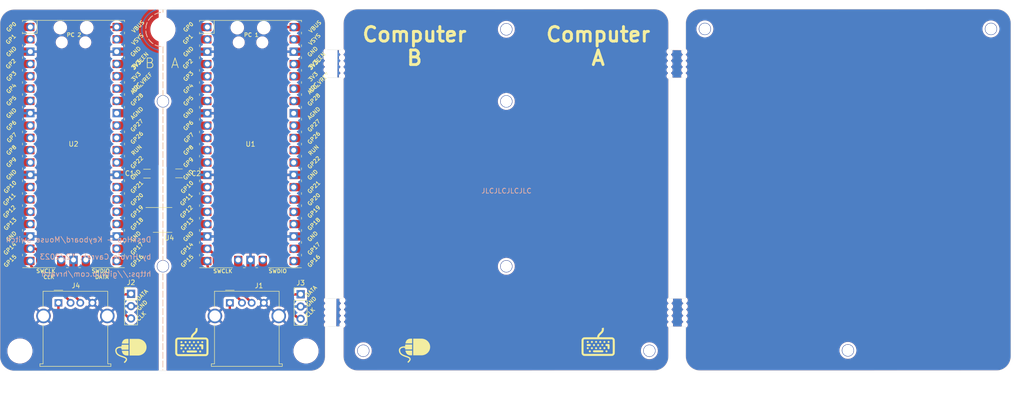
<source format=kicad_pcb>
(kicad_pcb (version 20221018) (generator pcbnew)
  (layers (0 "F.Cu" signal) (31 "B.Cu" signal) (34 "B.Paste" user) (35 "F.Paste" user) (36 "B.SilkS" user "B.Silkscreen") (37 "F.SilkS" user "F.Silkscreen") (38 "B.Mask" user) (39 "F.Mask" user) (44 "Edge.Cuts" user))
  (net 0 "")
  (net 1 "GND")
  (net 2 "Net-(J2-Pin_1)")
  (net 3 "Net-(J2-Pin_3)")
  (net 4 "Net-(J3-Pin_1)")
  (net 5 "Net-(J3-Pin_3)")
  (net 6 "Net-(U1-3V3)")
  (net 24 "Net-(J1-D+)")
  (net 25 "Net-(J1-D-)")
  (net 34 "Net-(J1-VBUS)")
  (net 49 "unconnected-(U1-GPIO13-Pad17)")
  (net 63 "Net-(U2-3V3)")
  (net 65 "GND2")
  (net 66 "/UART A TX")
  (net 68 "/UART B RX")
  (net 69 "Net-(J4-VBUS)")
  (net 70 "Net-(J4-D-)")
  (net 71 "Net-(J4-D+)")
  (net 72 "/UART B TX")
  (footprint "MCU_RaspberryPi_and_Boards:RPi_Pico_SMD_TH" (layer "F.Cu") (at 85.344 68.873597)
    (fp_text reference "U1")
    (fp_text value "Pico Primary")
  )
  (footprint "bs_custom_kicad:MountingHole_M2-clean" (layer "F.Cu") (at 178.932175 45.128721 180)
    (fp_text reference "H2")
    (fp_text value "MountingHole_Pad")
  )
  (footprint "MCU_RaspberryPi_and_Boards:RPi_Pico_SMD_TH" (layer "F.Cu") (at 48.885523 68.857846)
    (fp_text reference "U2")
    (fp_text value "Pico Secondary")
  )
  (footprint "bs_custom_kicad:pcb stand off hole" (layer "F.Cu") (at 67.31 45.251597)
    (fp_text reference "H3")
    (fp_text value "MountingHole_Pad")
  )
  (footprint "Capacitor_SMD:C_1206_3216Metric_Pad1.33x1.80mm_HandSolder" (layer "F.Cu") (at 70.604191 74.917262)
    (fp_text reference "C2")
    (fp_text value "100n")
  )
  (footprint "Connector_USB:USB_A_Molex_67643_Horizontal" (layer "F.Cu") (at 45.776 101.613597)
    (fp_text reference "J4")
    (fp_text value "Mouse In" hide)
  )
  (footprint "Connector_PinHeader_2.54mm:PinHeader_1x03_P2.54mm_Vertical" (layer "F.Cu") (at 95.667537 99.835354)
    (fp_text reference "J3")
    (fp_text value "Debug1")
  )
  (footprint "bs_custom_kicad:MountingHole_M2-clean" (layer "F.Cu") (at 67.31 94.069597)
    (fp_text reference "H1")
    (fp_text value "MountingHole_Pad")
  )
  (footprint "bs_custom_kicad:MountingHole_M2-clean" (layer "F.Cu") (at 138.036469 45.206287)
    (fp_text reference "H3")
    (fp_text value "MountingHole_Pad")
  )
  (footprint "Keebio-Parts:breakaway-mousebites" (layer "F.Cu") (at 174.937719 52.324008 90)
    (fp_text reference "REF**" hide)
    (fp_text value "breakaway-mousebites" hide)
  )
  (footprint "bs_custom_kicad:MountingHole_M2-clean" (layer "F.Cu") (at 138.036469 94.084008)
    (fp_text reference "H1")
    (fp_text value "MountingHole_Pad")
  )
  (footprint "Keebio-Parts:breakaway-mousebites" (layer "F.Cu") (at 175.037719 103.624008 90)
    (fp_text reference "REF**" hide)
    (fp_text value "breakaway-mousebites" hide)
  )
  (footprint "Keebio-Parts:breakaway-mousebites" (layer "F.Cu") (at 171.394925 52.324008 -90)
    (fp_text reference "REF**" hide)
    (fp_text value "breakaway-mousebites" hide)
  )
  (footprint "Keebio-Parts:breakaway-mousebites" (layer "F.Cu") (at 171.494925 103.624008 -90)
    (fp_text reference "REF**" hide)
    (fp_text value "breakaway-mousebites" hide)
  )
  (footprint "bs_custom_kicad:MountingHole_M2-clean" (layer "F.Cu") (at 67.31 60.059597)
    (fp_text reference "H1")
    (fp_text value "MountingHole_Pad")
  )
  (footprint "Keebio-Parts:breakaway-mousebites" (layer "F.Cu") (at 104.527775 103.624008 90)
    (fp_text reference "REF**" hide)
    (fp_text value "breakaway-mousebites" hide)
  )
  (footprint "bs_custom_kicad:bs_logo_new_40mm" (layer "F.Cu") (at 138.024859 78.309504)
    (fp_text reference "G***")
    (fp_text value "r" hide)
  )
  (footprint "bs_custom_kicad:pcb stand off hole" (layer "F.Cu") (at 96.774 111.545597)
    (fp_text reference "H2")
    (fp_text value "MountingHole_Pad")
  )
  (footprint "Keebio-Parts:breakaway-mousebites" (layer "F.Cu") (at 104.427775 52.324008 90)
    (fp_text reference "REF**" hide)
    (fp_text value "breakaway-mousebites" hide)
  )
  (footprint "Keebio-Parts:breakaway-mousebites" (layer "F.Cu") (at 100.82115 103.609597 -90)
    (fp_text reference "REF**" hide)
    (fp_text value "breakaway-mousebites" hide)
  )
  (footprint "bs_custom_kicad:MountingHole_M2-clean" (layer "F.Cu") (at 237.860175 45.128721 180)
    (fp_text reference "H1")
    (fp_text value "MountingHole_Pad")
  )
  (footprint "Connector_USB:USB_A_Molex_67643_Horizontal" (layer "F.Cu") (at 81.082 101.613597)
    (fp_text reference "J1")
    (fp_text value "Keyboard In" hide)
  )
  (footprint "bs_custom_kicad:MountingHole_M2-clean" (layer "F.Cu") (at 167.500469 111.500287)
    (fp_text reference "H2")
    (fp_text value "MountingHole_Pad")
  )
  (footprint "bs_custom_kicad:pcb stand off hole" (layer "F.Cu") (at 37.846 111.545597)
    (fp_text reference "H1")
    (fp_text value "MountingHole_Pad")
  )
  (footprint "Package_SO:SOIC-8_3.9x4.9mm_P1.27mm" (layer "F.Cu") (at 67.22807 84.515707)
    (fp_text reference "U4")
    (fp_text value "ADuM1201BR")
  )
  (footprint "bs_custom_kicad:MountingHole_M2-clean" (layer "F.Cu") (at 138.036469 60.074008)
    (fp_text reference "H1")
    (fp_text value "MountingHole_Pad")
  )
  (footprint "Connector_PinHeader_2.54mm:PinHeader_1x03_P2.54mm_Vertical" (layer "F.Cu") (at 60.731042 99.757473)
    (fp_text reference "J2")
    (fp_text value "Debug2")
  )
  (footprint "bs_custom_kicad:MountingHole_M2-clean" (layer "F.Cu") (at 208.396175 111.422721 180)
    (fp_text reference "H3")
    (fp_text value "MountingHole_Pad")
  )
  (footprint "bs_custom_kicad:MountingHole_M2-clean" (layer "F.Cu") (at 108.572469 111.500287)
    (fp_text reference "H1")
    (fp_text value "MountingHole_Pad")
  )
  (footprint "Keebio-Parts:breakaway-mousebites" (layer "F.Cu") (at 100.72115 52.309597 -90)
    (fp_text reference "REF**" hide)
    (fp_text value "breakaway-mousebites" hide)
  )
  (footprint "Capacitor_SMD:C_1206_3216Metric_Pad1.33x1.80mm_HandSolder" (layer "F.Cu") (at 64.010036 74.969596 180)
    (fp_text reference "C1")
    (fp_text value "100n")
  )
  (gr_arc (start 66.360432 49.486805) (mid 62.980006 45.551299) (end 65.786 41.187598) (stroke (width 0.2)) (layer "B.Cu"))
  (gr_line (start 67.31 48.778023) (end 67.281783 115.447256) (stroke (width 0.12) (type dash)) (layer "B.SilkS"))
  (gr_arc (start 66.937741 48.788058) (mid 63.758888 45.065211) (end 67.31 41.695597) (stroke (width 0.12) (type dash)) (layer "B.SilkS"))
  (gr_line (start 67.31 41.695597) (end 67.31 41.187597) (stroke (width 0.12)) (layer "B.SilkS"))
  (gr_poly (pts (xy 156.94368 110.108466) (xy 156.946739 110.108843) (xy 156.953064 110.109004) (xy 156.959479 110.10948) (xy 156.965971 110.110263) (xy 156.972529 110.111344) (xy 156.979141 110.112716) (xy 156.985793 110.114368) (xy 156.992474 110.116294) (xy 156.999172 110.118484) (xy 157.012568 110.123623) (xy 157.025883 110.129716) (xy 157.039019 110.136697) (xy 157.051878 110.144496) (xy 157.064362 110.153045) (xy 157.076372 110.162277) (xy 157.087811 110.172122) (xy 157.098581 110.182513) (xy 157.108584 110.193382) (xy 157.117721 110.20466) (xy 157.121934 110.210431) (xy 157.125894 110.216279) (xy 157.129589 110.222195) (xy 157.133006 110.22817) (xy 157.138434 110.240648) (xy 157.143693 110.253773) (xy 157.14861 110.267103) (xy 157.153015 110.280194) (xy 157.156738 110.292603) (xy 157.158291 110.298413) (xy 157.159609 110.303887) (xy 157.160671 110.308968) (xy 157.161456 110.313601) (xy 157.161943 110.317732) (xy 157.16211 110.321304) (xy 157.161949 110.327372) (xy 157.161473 110.333563) (xy 157.16069 110.339861) (xy 157.159609 110.346253) (xy 157.158237 110.352723) (xy 157.156585 110.359258) (xy 157.154659 110.365843) (xy 157.152469 110.372463) (xy 157.14733 110.385754) (xy 157.141237 110.399015) (xy 157.134256 110.412131) (xy 157.126457 110.424987) (xy 157.117908 110.437468) (xy 157.108676 110.449459) (xy 157.098831 110.460844) (xy 157.08844 110.471508) (xy 157.083061 110.476535) (xy 157.077571 110.481338) (xy 157.071979 110.485903) (xy 157.066293 110.490216) (xy 157.060522 110.494263) (xy 157.054675 110.498028) (xy 157.048758 110.501499) (xy 157.042783 110.50466) (xy 157.036653 110.507897) (xy 157.030306 110.511049) (xy 157.023796 110.514099) (xy 157.01718 110.517029) (xy 157.010513 110.519823) (xy 157.00385 110.522464) (xy 156.997247 110.524934) (xy 156.990759 110.527216) (xy 156.984442 110.529293) (xy 156.97835 110.531149) (xy 156.97254 110.532767) (xy 156.967067 110.534128) (xy 156.961986 110.535217) (xy 156.957352 110.536015) (xy 156.953222 110.536507) (xy 156.94965 110.536675) (xy 156.946078 110.536507) (xy 156.941947 110.536015) (xy 156.937314 110.535217) (xy 156.932233 110.534128) (xy 156.926759 110.532767) (xy 156.920949 110.531149) (xy 156.90854 110.527216) (xy 156.895449 110.522464) (xy 156.882119 110.517029) (xy 156.875503 110.514099) (xy 156.868993 110.511049) (xy 156.862646 110.507897) (xy 156.856516 110.50466) (xy 156.844624 110.49806) (xy 156.833006 110.490335) (xy 156.821728 110.481587) (xy 156.810859 110.471918) (xy 156.800468 110.46143) (xy 156.790623 110.450226) (xy 156.781391 110.438408) (xy 156.772842 110.426079) (xy 156.765043 110.41334) (xy 156.758062 110.400294) (xy 156.751969 110.387044) (xy 156.74683 110.373691) (xy 156.742715 110.360338) (xy 156.73969 110.347088) (xy 156.737826 110.334043) (xy 156.73735 110.327628) (xy 156.737189 110.321304) (xy 156.73735 110.314979) (xy 156.737826 110.308564) (xy 156.738609 110.302072) (xy 156.73969 110.295514) (xy 156.741062 110.288902) (xy 156.742715 110.28225) (xy 156.74464 110.275569) (xy 156.74683 110.268871) (xy 156.751969 110.255475) (xy 156.758062 110.24216) (xy 156.765043 110.229024) (xy 156.772842 110.216165) (xy 156.781391 110.203682) (xy 156.790623 110.191671) (xy 156.800468 110.180232) (xy 156.810859 110.169462) (xy 156.821728 110.15946) (xy 156.833006 110.150323) (xy 156.838777 110.146109) (xy 156.844624 110.142149) (xy 156.85054 110.138454) (xy 156.856516 110.135037) (xy 156.862645 110.131833) (xy 156.868988 110.128779) (xy 156.875484 110.125886) (xy 156.882074 110.123168) (xy 156.888697 110.120638) (xy 156.895296 110.118308) (xy 156.901808 110.116191) (xy 156.908176 110.114301) (xy 156.91434 110.112648) (xy 156.920239 110.111248) (xy 156.925814 110.110112) (xy 156.931005 110.109253) (xy 156.935753 110.108683) (xy 156.939998 110.108417)) (fill solid) (layer "F.SilkS"))
  (gr_poly (pts (xy 58.798165 110.582903) (xy 58.798165 111.001765) (xy 58.603088 111.001765) (xy 58.603088 110.582903)) (fill solid) (layer "F.SilkS"))
  (gr_poly (pts (xy 154.810997 109.462892) (xy 154.817412 109.463368) (xy 154.823905 109.464151) (xy 154.830463 109.465232) (xy 154.837074 109.466604) (xy 154.843727 109.468256) (xy 154.850408 109.470182) (xy 154.857106 109.472372) (xy 154.870502 109.477511) (xy 154.883817 109.483604) (xy 154.896953 109.490585) (xy 154.909811 109.498384) (xy 154.922295 109.506933) (xy 154.934306 109.516165) (xy 154.945745 109.52601) (xy 154.956515 109.536401) (xy 154.966517 109.54727) (xy 154.975654 109.558547) (xy 154.979867 109.564318) (xy 154.983827 109.570166) (xy 154.987522 109.576082) (xy 154.990939 109.582058) (xy 154.996368 109.594535) (xy 155.001626 109.607661) (xy 155.006543 109.620991) (xy 155.010948 109.634082) (xy 155.014672 109.646491) (xy 155.016224 109.652301) (xy 155.017542 109.657774) (xy 155.018605 109.662856) (xy 155.01939 109.667489) (xy 155.019877 109.67162) (xy 155.020044 109.675191) (xy 155.019883 109.68126) (xy 155.019407 109.687451) (xy 155.018624 109.693749) (xy 155.017542 109.70014) (xy 155.016171 109.706611) (xy 155.014518 109.713145) (xy 155.012593 109.71973) (xy 155.010403 109.726351) (xy 155.005264 109.739642) (xy 154.99917 109.752903) (xy 154.99219 109.766019) (xy 154.984391 109.778875) (xy 154.975842 109.791356) (xy 154.96661 109.803346) (xy 154.956765 109.814731) (xy 154.946374 109.825396) (xy 154.940995 109.830422) (xy 154.935505 109.835225) (xy 154.929913 109.83979) (xy 154.924227 109.844104) (xy 154.918456 109.84815) (xy 154.912608 109.851916) (xy 154.906692 109.855387) (xy 154.900717 109.858548) (xy 154.894587 109.861785) (xy 154.888239 109.864937) (xy 154.88173 109.867987) (xy 154.875114 109.870917) (xy 154.868447 109.873711) (xy 154.861784 109.876351) (xy 154.855181 109.878821) (xy 154.848693 109.881103) (xy 154.842375 109.883181) (xy 154.836284 109.885037) (xy 154.830473 109.886654) (xy 154.825 109.888016) (xy 154.819919 109.889104) (xy 154.815285 109.889903) (xy 154.811155 109.890395) (xy 154.807583 109.890562) (xy 154.801515 109.890402) (xy 154.795324 109.889926) (xy 154.789026 109.889143) (xy 154.782634 109.888061) (xy 154.776164 109.88669) (xy 154.769629 109.885037) (xy 154.763044 109.883111) (xy 154.756423 109.880922) (xy 154.743133 109.875783) (xy 154.729872 109.869689) (xy 154.716756 109.862709) (xy 154.7039 109.85491) (xy 154.691419 109.84636) (xy 154.679428 109.837129) (xy 154.668043 109.827283) (xy 154.657378 109.816892) (xy 154.652352 109.811513) (xy 154.647549 109.806024) (xy 154.642984 109.800432) (xy 154.638671 109.794746) (xy 154.634624 109.788975) (xy 154.630858 109.783127) (xy 154.627388 109.777211) (xy 154.624227 109.771235) (xy 154.62099 109.765105) (xy 154.617838 109.758758) (xy 154.614788 109.752249) (xy 154.611858 109.745633) (xy 154.609064 109.738966) (xy 154.606423 109.732303) (xy 154.603954 109.7257) (xy 154.601671 109.719212) (xy 154.599594 109.712894) (xy 154.597738 109.706803) (xy 154.59612 109.700992) (xy 154.594759 109.695519) (xy 154.59367 109.690438) (xy 154.592872 109.685804) (xy 154.59238 109.681674) (xy 154.592212 109.678102) (xy 154.592373 109.671777) (xy 154.592849 109.665363) (xy 154.593632 109.65887) (xy 154.594714 109.652312) (xy 154.596085 109.6457) (xy 154.597738 109.639048) (xy 154.599663 109.632367) (xy 154.601853 109.625669) (xy 154.606992 109.612273) (xy 154.613086 109.598958) (xy 154.620066 109.585822) (xy 154.627865 109.572963) (xy 154.636414 109.56048) (xy 154.645646 109.548469) (xy 154.655491 109.53703) (xy 154.665882 109.52626) (xy 154.676751 109.516258) (xy 154.688029 109.507121) (xy 154.6938 109.502907) (xy 154.699648 109.498947) (xy 154.705564 109.495252) (xy 154.711539 109.491835) (xy 154.717669 109.488631) (xy 154.724017 109.485571) (xy 154.730526 109.482665) (xy 154.737142 109.479921) (xy 154.743809 109.477347) (xy 154.750472 109.474953) (xy 154.757075 109.472746) (xy 154.763563 109.470735) (xy 154.769881 109.468929) (xy 154.775972 109.467336) (xy 154.781782 109.465964) (xy 154.787256 109.464823) (xy 154.792337 109.463921) (xy 154.79697 109.463266) (xy 154.801101 109.462866) (xy 154.804673 109.462731)) (fill solid) (layer "F.SilkS"))
  (gr_poly (pts (xy 159.098198 109.462866) (xy 159.102329 109.463266) (xy 159.106962 109.463921) (xy 159.112043 109.464823) (xy 159.117517 109.465964) (xy 159.123327 109.467336) (xy 159.135736 109.470735) (xy 159.142224 109.472746) (xy 159.148827 109.474953) (xy 159.15549 109.477347) (xy 159.162157 109.479921) (xy 159.168773 109.482665) (xy 159.175282 109.485571) (xy 159.18163 109.488631) (xy 159.18776 109.491835) (xy 159.199651 109.498979) (xy 159.21127 109.50724) (xy 159.222548 109.516507) (xy 159.233417 109.526669) (xy 159.243808 109.537616) (xy 159.253653 109.549237) (xy 159.262885 109.56142) (xy 159.271434 109.574055) (xy 159.279233 109.587031) (xy 159.286214 109.600237) (xy 159.292307 109.613563) (xy 159.297446 109.626897) (xy 159.301562 109.640129) (xy 159.304586 109.653147) (xy 159.30645 109.665842) (xy 159.306926 109.672033) (xy 159.307087 109.678102) (xy 159.306926 109.68417) (xy 159.30645 109.690361) (xy 159.305667 109.696659) (xy 159.304586 109.703051) (xy 159.303214 109.709521) (xy 159.301562 109.716056) (xy 159.299636 109.722641) (xy 159.297446 109.729261) (xy 159.292307 109.742552) (xy 159.286214 109.755813) (xy 159.279233 109.768929) (xy 159.271434 109.781785) (xy 159.262885 109.794266) (xy 159.253653 109.806257) (xy 159.243808 109.817642) (xy 159.233417 109.828307) (xy 159.228038 109.833333) (xy 159.222548 109.838136) (xy 159.216956 109.842701) (xy 159.21127 109.847014) (xy 159.205499 109.851061) (xy 159.199651 109.854827) (xy 159.193735 109.858297) (xy 159.18776 109.861459) (xy 159.18163 109.864696) (xy 159.175283 109.867848) (xy 159.168773 109.870897) (xy 159.162157 109.873828) (xy 159.15549 109.876622) (xy 159.148827 109.879262) (xy 159.142224 109.881732) (xy 159.135736 109.884014) (xy 159.129419 109.886092) (xy 159.123327 109.887948) (xy 159.117517 109.889565) (xy 159.112044 109.890927) (xy 159.106962 109.892015) (xy 159.102329 109.892814) (xy 159.098199 109.893305) (xy 159.094627 109.893473) (xy 159.091055 109.893305) (xy 159.086924 109.892814) (xy 159.082291 109.892015) (xy 159.07721 109.890927) (xy 159.071736 109.889565) (xy 159.065926 109.887948) (xy 159.053517 109.884014) (xy 159.040426 109.879262) (xy 159.027096 109.873828) (xy 159.02048 109.870897) (xy 159.01397 109.867848) (xy 159.007623 109.864696) (xy 159.001493 109.861459) (xy 158.989601 109.854859) (xy 158.977982 109.847134) (xy 158.966704 109.838385) (xy 158.955836 109.828716) (xy 158.945445 109.818228) (xy 158.935599 109.807024) (xy 158.926368 109.795206) (xy 158.917818 109.782877) (xy 158.910019 109.770138) (xy 158.903039 109.757093) (xy 158.896945 109.743842) (xy 158.891807 109.73049) (xy 158.887691 109.717137) (xy 158.884667 109.703886) (xy 158.882803 109.690841) (xy 158.882326 109.684427) (xy 158.882166 109.678102) (xy 158.882326 109.671777) (xy 158.882803 109.665363) (xy 158.883586 109.65887) (xy 158.884667 109.652312) (xy 158.886038 109.6457) (xy 158.887691 109.639048) (xy 158.889617 109.632367) (xy 158.891807 109.625669) (xy 158.896945 109.612273) (xy 158.903039 109.598958) (xy 158.91002 109.585822) (xy 158.917819 109.572963) (xy 158.926368 109.56048) (xy 158.9356 109.548469) (xy 158.945445 109.53703) (xy 158.955836 109.52626) (xy 158.966705 109.516258) (xy 158.977982 109.507121) (xy 158.983754 109.502907) (xy 158.989601 109.498947) (xy 158.995517 109.495252) (xy 159.001493 109.491835) (xy 159.008103 109.488631) (xy 159.014806 109.485571) (xy 159.021561 109.482665) (xy 159.028324 109.479921) (xy 159.035053 109.477347) (xy 159.041705 109.474953) (xy 159.048238 109.472746) (xy 159.054609 109.470735) (xy 159.060775 109.468929) (xy 159.066694 109.467336) (xy 159.072323 109.465964) (xy 159.077619 109.464823) (xy 159.08254 109.463921) (xy 159.087044 109.463266) (xy 159.091087 109.462866) (xy 159.094627 109.462731)) (fill solid) (layer "F.SilkS"))
  (gr_poly (pts (xy 57.482433 111.417931) (xy 57.486179 111.362622) (xy 57.493468 111.308959) (xy 57.504299 111.256953) (xy 57.518673 111.206618) (xy 57.536591 111.157964) (xy 57.558054 111.111005) (xy 57.583061 111.065752) (xy 57.611615 111.022217) (xy 57.640028 110.984982) (xy 57.670484 110.950161) (xy 57.702794 110.917673) (xy 57.736771 110.887436) (xy 57.772228 110.859372) (xy 57.808977 110.833399) (xy 57.846831 110.809437) (xy 57.885601 110.787404) (xy 57.925102 110.767222) (xy 57.965144 110.748808) (xy 58.00554 110.732083) (xy 58.046103 110.716966) (xy 58.126981 110.691235) (xy 58.206276 110.670968) (xy 58.282487 110.655523) (xy 58.354116 110.644255) (xy 58.419661 110.636519) (xy 58.477623 110.631672) (xy 58.564795 110.628065) (xy 58.60363 110.62828) (xy 58.603617 110.62828) (xy 58.595362 110.89908) (xy 58.563375 110.898793) (xy 58.52556 110.899811) (xy 58.482716 110.902363) (xy 58.435645 110.906678) (xy 58.385147 110.912984) (xy 58.332022 110.92151) (xy 58.277071 110.932485) (xy 58.221094 110.946138) (xy 58.164892 110.962698) (xy 58.109265 110.982393) (xy 58.055014 111.005452) (xy 58.002938 111.032105) (xy 57.977967 111.04685) (xy 57.95384 111.062579) (xy 57.930657 111.079321) (xy 57.908519 111.097104) (xy 57.887525 111.115957) (xy 57.867775 111.135908) (xy 57.84937 111.156987) (xy 57.832409 111.179221) (xy 57.813791 111.207945) (xy 57.797659 111.238233) (xy 57.784012 111.270073) (xy 57.772851 111.303459) (xy 57.764176 111.338381) (xy 57.757987 111.37483) (xy 57.754283 111.412797) (xy 57.753066 111.452273) (xy 57.754334 111.493249) (xy 57.758088 111.535716) (xy 57.764329 111.579666) (xy 57.773055 111.62509) (xy 57.784267 111.671977) (xy 57.797965 111.720321) (xy 57.814149 111.770111) (xy 57.832819 111.821338) (xy 57.84911 111.860253) (xy 57.867573 111.897826) (xy 57.888127 111.934097) (xy 57.910689 111.969106) (xy 57.935177 112.00289) (xy 57.961509 112.035489) (xy 58.019376 112.09729) (xy 58.083632 112.15482) (xy 58.153618 112.208393) (xy 58.228678 112.258321) (xy 58.308153 112.304917) (xy 58.391386 112.348494) (xy 58.477719 112.389364) (xy 58.566493 112.42784) (xy 58.657052 112.464235) (xy 58.840891 112.532032) (xy 59.023974 112.595258) (xy 59.187753 112.65178) (xy 59.266552 112.680041) (xy 59.342782 112.708693) (xy 59.41606 112.738027) (xy 59.486004 112.768335) (xy 59.552231 112.79991) (xy 59.614358 112.833044) (xy 59.643765 112.850286) (xy 59.672004 112.868028) (xy 59.699027 112.886306) (xy 59.724786 112.905156) (xy 59.749234 112.924614) (xy 59.772322 112.944718) (xy 59.794003 112.965504) (xy 59.814229 112.987009) (xy 59.832952 113.009268) (xy 59.850124 113.032318) (xy 59.865699 113.056197) (xy 59.879627 113.08094) (xy 59.891861 113.106584) (xy 59.902353 113.133165) (xy 59.911056 113.160721) (xy 59.917921 113.189287) (xy 59.924621 113.23402) (xy 59.926498 113.279484) (xy 59.923498 113.325774) (xy 59.915567 113.372983) (xy 59.90265 113.421203) (xy 59.884694 113.47053) (xy 59.861643 113.521055) (xy 59.833445 113.572873) (xy 59.800044 113.626077) (xy 59.761387 113.680761) (xy 59.717418 113.737017) (xy 59.668085 113.794939) (xy 59.613333 113.854622) (xy 59.553108 113.916157) (xy 59.487355 113.979639) (xy 59.41602 114.045161) (xy 59.235045 113.843588) (xy 59.271218 113.810698) (xy 59.305325 113.77887) (xy 59.337424 113.748091) (xy 59.367573 113.718343) (xy 59.395829 113.689614) (xy 59.422249 113.661886) (xy 59.44689 113.635146) (xy 59.469809 113.609378) (xy 59.491065 113.584568) (xy 59.510715 113.560699) (xy 59.528814 113.537757) (xy 59.545422 113.515727) (xy 59.560596 113.494593) (xy 59.574392 113.474341) (xy 59.586868 113.454955) (xy 59.598081 113.436421) (xy 59.608089 113.418723) (xy 59.61695 113.401846) (xy 59.624719 113.385775) (xy 59.631455 113.370495) (xy 59.637215 113.355991) (xy 59.642057 113.342248) (xy 59.646037 113.32925) (xy 59.649213 113.316982) (xy 59.651642 113.30543) (xy 59.653383 113.294579) (xy 59.654491 113.284412) (xy 59.655024 113.274916) (xy 59.654596 113.257872) (xy 59.652557 113.243328) (xy 59.648621 113.228622) (xy 59.642895 113.21414) (xy 59.635441 113.199876) (xy 59.626317 113.185823) (xy 59.603303 113.158325) (xy 59.574333 113.131595) (xy 59.539884 113.105578) (xy 59.500437 113.080224) (xy 59.456471 113.055479) (xy 59.408464 113.031291) (xy 59.356897 113.007608) (xy 59.302248 112.984378) (xy 59.185622 112.939064) (xy 59.06242 112.894931) (xy 58.936476 112.85156) (xy 58.739717 112.783426) (xy 58.638965 112.746828) (xy 58.537716 112.707994) (xy 58.436782 112.666514) (xy 58.336977 112.621978) (xy 58.239114 112.573976) (xy 58.144006 112.522095) (xy 58.052467 112.465927) (xy 58.008289 112.436107) (xy 57.965309 112.405061) (xy 57.923627 112.372737) (xy 57.883346 112.339085) (xy 57.844567 112.304053) (xy 57.807391 112.26759) (xy 57.771921 112.229644) (xy 57.738258 112.190164) (xy 57.706503 112.1491) (xy 57.676759 112.106398) (xy 57.649127 112.062009) (xy 57.623708 112.015881) (xy 57.600604 111.967963) (xy 57.579918 111.918202) (xy 57.555346 111.850162) (xy 57.534312 111.783671) (xy 57.516817 111.718741) (xy 57.50286 111.655384) (xy 57.492443 111.593613) (xy 57.485566 111.533439) (xy 57.482229 111.474874)) (fill solid) (layer "F.SilkS"))
  (gr_poly (pts (xy 157.386716 110.749296) (xy 157.393131 110.749772) (xy 157.399624 110.750555) (xy 157.406182 110.751636) (xy 157.412793 110.753007) (xy 157.419446 110.75466) (xy 157.426127 110.756586) (xy 157.432825 110.758776) (xy 157.446221 110.763914) (xy 157.459536 110.770008) (xy 157.472671 110.776989) (xy 157.48553 110.784788) (xy 157.498014 110.793337) (xy 157.510024 110.802568) (xy 157.521464 110.812414) (xy 157.532233 110.822805) (xy 157.542236 110.833674) (xy 157.551373 110.844951) (xy 157.555586 110.850723) (xy 157.559546 110.85657) (xy 157.563241 110.862486) (xy 157.566658 110.868462) (xy 157.572087 110.880939) (xy 157.577345 110.894065) (xy 157.582262 110.907394) (xy 157.586667 110.920486) (xy 157.590391 110.932895) (xy 157.591943 110.938705) (xy 157.593261 110.944178) (xy 157.594324 110.949259) (xy 157.595109 110.953893) (xy 157.595595 110.958023) (xy 157.595762 110.961595) (xy 157.595602 110.967664) (xy 157.595126 110.973854) (xy 157.594343 110.980153) (xy 157.593261 110.986544) (xy 157.59189 110.993015) (xy 157.590237 110.999549) (xy 157.588312 111.006134) (xy 157.586122 111.012755) (xy 157.580983 111.026046) (xy 157.574889 111.039307) (xy 157.567909 111.052423) (xy 157.56011 111.065279) (xy 157.55156 111.07776) (xy 157.542329 111.08975) (xy 157.532483 111.101135) (xy 157.522092 111.1118) (xy 157.516713 111.116826) (xy 157.511224 111.121629) (xy 157.505632 111.126194) (xy 157.499946 111.130508) (xy 157.494175 111.134554) (xy 157.488327 111.13832) (xy 157.482411 111.141791) (xy 157.476435 111.144952) (xy 157.470305 111.148189) (xy 157.463958 111.151341) (xy 157.457449 111.154391) (xy 157.450833 111.157321) (xy 157.444166 111.160115) (xy 157.437503 111.162755) (xy 157.4309 111.165225) (xy 157.424412 111.167508) (xy 157.418094 111.169585) (xy 157.412003 111.171441) (xy 157.406192 111.173058) (xy 157.400719 111.17442) (xy 157.395638 111.175508) (xy 157.391004 111.176307) (xy 157.386874 111.176799) (xy 157.383302 111.176967) (xy 157.377233 111.176806) (xy 157.371043 111.17633) (xy 157.364744 111.175547) (xy 157.358353 111.174465) (xy 157.351883 111.173094) (xy 157.345348 111.171441) (xy 157.338763 111.169516) (xy 157.332142 111.167326) (xy 157.318851 111.162187) (xy 157.30559 111.156093) (xy 157.292474 111.149113) (xy 157.279618 111.141314) (xy 157.267137 111.132764) (xy 157.255147 111.123533) (xy 157.243762 111.113687) (xy 157.233097 111.103296) (xy 157.228071 111.097917) (xy 157.223268 111.092428) (xy 157.218703 111.086836) (xy 157.21439 111.08115) (xy 157.210343 111.075379) (xy 157.206577 111.069531) (xy 157.203107 111.063615) (xy 157.199946 111.057639) (xy 157.196708 111.051509) (xy 157.193556 111.045162) (xy 157.190507 111.038653) (xy 157.187576 111.032037) (xy 157.184782 111.02537) (xy 157.182142 111.018707) (xy 157.179672 111.012104) (xy 157.17739 111.005616) (xy 157.175312 110.999298) (xy 157.173456 110.993207) (xy 157.171839 110.987397) (xy 157.170478 110.981923) (xy 157.169389 110.976842) (xy 157.16859 110.972209) (xy 157.168099 110.968078) (xy 157.167931 110.964506) (xy 157.168092 110.958181) (xy 157.168568 110.951767) (xy 157.169351 110.945274) (xy 157.170432 110.938716) (xy 157.171803 110.932105) (xy 157.173456 110.925452) (xy 157.175382 110.918771) (xy 157.177572 110.912073) (xy 157.18271 110.898677) (xy 157.188804 110.885362) (xy 157.195785 110.872226) (xy 157.203584 110.859367) (xy 157.212133 110.846884) (xy 157.221364 110.834873) (xy 157.23121 110.823434) (xy 157.241601 110.812664) (xy 157.25247 110.802662) (xy 157.263747 110.793525) (xy 157.269519 110.789312) (xy 157.275366 110.785351) (xy 157.281282 110.781657) (xy 157.287258 110.77824) (xy 157.299616 110.772811) (xy 157.312451 110.767553) (xy 157.325423 110.762636) (xy 157.33819 110.75823) (xy 157.344391 110.756273) (xy 157.350412 110.754507) (xy 157.356211 110.752954) (xy 157.361747 110.751636) (xy 157.366975 110.750574) (xy 157.371854 110.749789) (xy 157.37634 110.749302) (xy 157.380392 110.749135)) (fill solid) (layer "F.SilkS"))
  (gr_line (start 67.31 48.778023) (end 67.281783 115.447256) (stroke (width 0.12) (type dash)) (layer "F.SilkS"))
  (gr_poly (pts (xy 58.773281 110.697717) (xy 58.7743 110.630494) (xy 58.77605 110.564018) (xy 58.778571 110.498324) (xy 58.781905 110.43345) (xy 58.786094 110.369431) (xy 58.791178 110.306304) (xy 58.797199 110.244104) (xy 60.221226 110.244104) (xy 60.221226 111.286933) (xy 58.797199 111.286933) (xy 58.791178 111.224733) (xy 58.786094 111.161608) (xy 58.781905 111.097598) (xy 58.778571 111.032741) (xy 58.77605 110.967079) (xy 58.7743 110.90065) (xy 58.77295 110.765651)) (fill solid) (layer "F.SilkS"))
  (gr_poly (pts (xy 75.406173 109.508176) (xy 75.410304 109.508576) (xy 75.414937 109.509231) (xy 75.420018 109.510133) (xy 75.425492 109.511274) (xy 75.431302 109.512646) (xy 75.443711 109.516045) (xy 75.450199 109.518056) (xy 75.456802 109.520263) (xy 75.463465 109.522657) (xy 75.470132 109.525231) (xy 75.476748 109.527975) (xy 75.483257 109.530881) (xy 75.489605 109.533941) (xy 75.495735 109.537145) (xy 75.507626 109.544289) (xy 75.519245 109.55255) (xy 75.530523 109.561817) (xy 75.541392 109.571979) (xy 75.551783 109.582926) (xy 75.561628 109.594547) (xy 75.57086 109.60673) (xy 75.579409 109.619365) (xy 75.587208 109.632341) (xy 75.594189 109.645547) (xy 75.600282 109.658873) (xy 75.605421 109.672207) (xy 75.609537 109.685439) (xy 75.612561 109.698457) (xy 75.614425 109.711152) (xy 75.614901 109.717343) (xy 75.615062 109.723412) (xy 75.614901 109.72948) (xy 75.614425 109.735671) (xy 75.613642 109.741969) (xy 75.612561 109.748361) (xy 75.611189 109.754831) (xy 75.609537 109.761366) (xy 75.607611 109.767951) (xy 75.605421 109.774571) (xy 75.600282 109.787862) (xy 75.594189 109.801123) (xy 75.587208 109.814239) (xy 75.579409 109.827095) (xy 75.57086 109.839576) (xy 75.561628 109.851567) (xy 75.551783 109.862952) (xy 75.541392 109.873617) (xy 75.536013 109.878643) (xy 75.530523 109.883446) (xy 75.524931 109.888011) (xy 75.519245 109.892324) (xy 75.513474 109.896371) (xy 75.507626 109.900137) (xy 75.50171 109.903607) (xy 75.495735 109.906769) (xy 75.489605 109.910006) (xy 75.483258 109.913158) (xy 75.476748 109.916207) (xy 75.470132 109.919138) (xy 75.463465 109.921932) (xy 75.456802 109.924572) (xy 75.450199 109.927042) (xy 75.443711 109.929324) (xy 75.437394 109.931402) (xy 75.431302 109.933258) (xy 75.425492 109.934875) (xy 75.420019 109.936237) (xy 75.414937 109.937325) (xy 75.410304 109.938124) (xy 75.406174 109.938615) (xy 75.402602 109.938783) (xy 75.39903 109.938615) (xy 75.394899 109.938124) (xy 75.390266 109.937325) (xy 75.385185 109.936237) (xy 75.379711 109.934875) (xy 75.373901 109.933258) (xy 75.361492 109.929324) (xy 75.348401 109.924572) (xy 75.335071 109.919138) (xy 75.328455 109.916207) (xy 75.321945 109.913158) (xy 75.315598 109.910006) (xy 75.309468 109.906769) (xy 75.297576 109.900169) (xy 75.285957 109.892444) (xy 75.274679 109.883695) (xy 75.263811 109.874026) (xy 75.25342 109.863538) (xy 75.243574 109.852334) (xy 75.234343 109.840516) (xy 75.225793 109.828187) (xy 75.217994 109.815448) (xy 75.211014 109.802403) (xy 75.20492 109.789152) (xy 75.199782 109.7758) (xy 75.195666 109.762447) (xy 75.192642 109.749196) (xy 75.190778 109.736151) (xy 75.190301 109.729737) (xy 75.190141 109.723412) (xy 75.190301 109.717087) (xy 75.190778 109.710673) (xy 75.191561 109.70418) (xy 75.192642 109.697622) (xy 75.194013 109.69101) (xy 75.195666 109.684358) (xy 75.197592 109.677677) (xy 75.199782 109.670979) (xy 75.20492 109.657583) (xy 75.211014 109.644268) (xy 75.217995 109.631132) (xy 75.225794 109.618273) (xy 75.234343 109.60579) (xy 75.243575 109.593779) (xy 75.25342 109.58234) (xy 75.263811 109.57157) (xy 75.27468 109.561568) (xy 75.285957 109.552431) (xy 75.291729 109.548217) (xy 75.297576 109.544257) (xy 75.303492 109.540562) (xy 75.309468 109.537145) (xy 75.316078 109.533941) (xy 75.322781 109.530881) (xy 75.329536 109.527975) (xy 75.336299 109.525231) (xy 75.343028 109.522657) (xy 75.34968 109.520263) (xy 75.356213 109.518056) (xy 75.362584 109.516045) (xy 75.36875 109.514239) (xy 75.374669 109.512646) (xy 75.380298 109.511274) (xy 75.385594 109.510133) (xy 75.390515 109.509231) (xy 75.395019 109.508576) (xy 75.399062 109.508176) (xy 75.402602 109.508041)) (fill solid) (layer "F.SilkS"))
  (gr_poly (pts (xy 60.221226 111.496205) (xy 60.221226 112.484569) (xy 59.941893 112.484569) (xy 59.875793 112.48339) (xy 59.812158 112.479878) (xy 59.750944 112.474077) (xy 59.692105 112.466026) (xy 59.635597 112.455769) (xy 59.581376 112.443345) (xy 59.529396 112.428798) (xy 59.479613 112.412168) (xy 59.431983 112.393497) (xy 59.386459 112.372826) (xy 59.342999 112.350197) (xy 59.301557 112.325652) (xy 59.262088 112.299231) (xy 59.224548 112.270977) (xy 59.188891 112.240931) (xy 59.155075 112.209135) (xy 59.123052 112.175629) (xy 59.09278 112.140457) (xy 59.064213 112.103658) (xy 59.037306 112.065275) (xy 59.012016 112.025348) (xy 58.988296 111.983921) (xy 58.945392 111.896728) (xy 58.908235 111.804028) (xy 58.876469 111.706153) (xy 58.849737 111.603434) (xy 58.827679 111.496205)) (fill solid) (layer "F.SilkS"))
  (gr_poly (pts (xy 156.083374 110.110367) (xy 156.087505 110.110864) (xy 156.089364 110.111259) (xy 156.091077 110.111754) (xy 156.097401 110.111915) (xy 156.103816 110.112391) (xy 156.110309 110.113174) (xy 156.116867 110.114255) (xy 156.123478 110.115626) (xy 156.130131 110.117279) (xy 156.136812 110.119205) (xy 156.14351 110.121395) (xy 156.156906 110.126533) (xy 156.170221 110.132627) (xy 156.183357 110.139608) (xy 156.196216 110.147407) (xy 156.208699 110.155956) (xy 156.22071 110.165187) (xy 156.232149 110.175033) (xy 156.242919 110.185424) (xy 156.252921 110.196293) (xy 156.262058 110.20757) (xy 156.266271 110.213342) (xy 156.270231 110.219189) (xy 156.273926 110.225105) (xy 156.277343 110.231081) (xy 156.282772 110.243558) (xy 156.28803 110.256684) (xy 156.292947 110.270014) (xy 156.297353 110.283105) (xy 156.301076 110.295514) (xy 156.302628 110.301324) (xy 156.303946 110.306797) (xy 156.305009 110.311878) (xy 156.305794 110.316512) (xy 156.306281 110.320642) (xy 156.306448 110.324214) (xy 156.306313 110.327786) (xy 156.305913 110.331917) (xy 156.305258 110.33655) (xy 156.304356 110.341631) (xy 156.303215 110.347105) (xy 156.301843 110.352915) (xy 156.298444 110.365324) (xy 156.296433 110.371812) (xy 156.294226 110.378415) (xy 156.291832 110.385078) (xy 156.289258 110.391745) (xy 156.286514 110.398361) (xy 156.283608 110.40487) (xy 156.280548 110.411217) (xy 156.277343 110.417347) (xy 156.270231 110.429239) (xy 156.262058 110.440858) (xy 156.252921 110.452136) (xy 156.242919 110.463005) (xy 156.232149 110.473396) (xy 156.22071 110.483241) (xy 156.208699 110.492473) (xy 156.196215 110.501022) (xy 156.183357 110.508821) (xy 156.170221 110.515802) (xy 156.156906 110.521895) (xy 156.14351 110.527034) (xy 156.130131 110.531149) (xy 156.116867 110.534174) (xy 156.103816 110.536038) (xy 156.097401 110.536514) (xy 156.091077 110.536675) (xy 156.087505 110.536507) (xy 156.083374 110.536015) (xy 156.078741 110.535217) (xy 156.07366 110.534128) (xy 156.068186 110.532767) (xy 156.062376 110.531149) (xy 156.049967 110.527216) (xy 156.036876 110.522464) (xy 156.023546 110.517029) (xy 156.01693 110.514099) (xy 156.010421 110.511049) (xy 156.004073 110.507897) (xy 155.997943 110.50466) (xy 155.986052 110.49806) (xy 155.974433 110.490335) (xy 155.963155 110.481587) (xy 155.952286 110.471918) (xy 155.941895 110.46143) (xy 155.93205 110.450226) (xy 155.922818 110.438408) (xy 155.914269 110.426079) (xy 155.90647 110.41334) (xy 155.89949 110.400294) (xy 155.893396 110.387044) (xy 155.888257 110.373691) (xy 155.884142 110.360338) (xy 155.881118 110.347088) (xy 155.879253 110.334043) (xy 155.878777 110.327628) (xy 155.878616 110.321304) (xy 155.878777 110.314979) (xy 155.879253 110.308564) (xy 155.880036 110.302072) (xy 155.881118 110.295514) (xy 155.882489 110.288902) (xy 155.884142 110.28225) (xy 155.886067 110.275569) (xy 155.888257 110.268871) (xy 155.893396 110.255475) (xy 155.89949 110.24216) (xy 155.90647 110.229024) (xy 155.914269 110.216165) (xy 155.922818 110.203682) (xy 155.93205 110.191671) (xy 155.941895 110.180232) (xy 155.952286 110.169462) (xy 155.963155 110.15946) (xy 155.974433 110.150323) (xy 155.980204 110.146109) (xy 155.986052 110.142149) (xy 155.991968 110.138454) (xy 155.997943 110.135037) (xy 156.004073 110.131834) (xy 156.010421 110.128784) (xy 156.01693 110.125905) (xy 156.023546 110.123214) (xy 156.030213 110.120727) (xy 156.036876 110.118462) (xy 156.043479 110.116435) (xy 156.049967 110.114664) (xy 156.056285 110.113167) (xy 156.062376 110.111959) (xy 156.068186 110.111058) (xy 156.07366 110.110481) (xy 156.078741 110.110245)) (fill solid) (layer "F.SilkS"))
  (gr_poly (pts (xy 62.135116 109.046032) (xy 62.227485 109.048268) (xy 62.318639 109.054906) (xy 62.408466 109.065838) (xy 62.496854 109.080955) (xy 62.583689 109.100149) (xy 62.668859 109.123314) (xy 62.752251 109.15034) (xy 62.833753 109.181121) (xy 62.913252 109.215547) (xy 62.990635 109.253511) (xy 63.06579 109.294906) (xy 63.138604 109.339624) (xy 63.208965 109.387555) (xy 63.276759 109.438593) (xy 63.341873 109.49263) (xy 63.404197 109.549558) (xy 63.463616 109.609269) (xy 63.520018 109.671655) (xy 63.57329 109.736607) (xy 63.62332 109.804019) (xy 63.669995 109.873782) (xy 63.713203 109.945789) (xy 63.75283 110.019931) (xy 63.788764 110.096101) (xy 63.820893 110.17419) (xy 63.849103 110.254092) (xy 63.873282 110.335697) (xy 63.893318 110.418898) (xy 63.909098 110.503588) (xy 63.920508 110.589657) (xy 63.927437 110.676999) (xy 63.929772 110.765505) (xy 63.927437 110.853962) (xy 63.920508 110.941257) (xy 63.909097 111.027285) (xy 63.893318 111.111935) (xy 63.873281 111.195101) (xy 63.849102 111.276675) (xy 63.820891 111.356547) (xy 63.788762 111.434611) (xy 63.752827 111.510758) (xy 63.7132 111.58488) (xy 63.669992 111.65687) (xy 63.623316 111.726618) (xy 63.573285 111.794017) (xy 63.520012 111.858959) (xy 63.46361 111.921336) (xy 63.40419 111.981039) (xy 63.341866 112.037962) (xy 63.276751 112.091995) (xy 63.208956 112.14303) (xy 63.138595 112.190961) (xy 63.065781 112.235677) (xy 62.990625 112.277073) (xy 62.913241 112.315038) (xy 62.833742 112.349466) (xy 62.752239 112.380249) (xy 62.668847 112.407277) (xy 62.583676 112.430444) (xy 62.496841 112.449641) (xy 62.408453 112.46476) (xy 62.318626 112.475693) (xy 62.227471 112.482332) (xy 62.135103 112.484569) (xy 62.135106 112.484573) (xy 62.13511 112.484576) (xy 62.135113 112.484579) (xy 62.135116 112.484583) (xy 60.430684 112.484583) (xy 60.430684 109.046032)) (fill solid) (layer "F.SilkS"))
  (gr_poly (pts (xy 71.967649 110.799408) (xy 71.969508 110.799779) (xy 71.97122 110.800266) (xy 71.977545 110.800426) (xy 71.98396 110.800903) (xy 71.990453 110.801686) (xy 71.997011 110.802767) (xy 72.003622 110.804138) (xy 72.010275 110.805791) (xy 72.016956 110.807717) (xy 72.023654 110.809907) (xy 72.03705 110.815045) (xy 72.050365 110.821139) (xy 72.063501 110.82812) (xy 72.076359 110.835919) (xy 72.088843 110.844468) (xy 72.100854 110.8537) (xy 72.112293 110.863545) (xy 72.123063 110.873936) (xy 72.133065 110.884805) (xy 72.142202 110.896082) (xy 72.146415 110.901854) (xy 72.150375 110.907701) (xy 72.15407 110.913617) (xy 72.157487 110.919593) (xy 72.162916 110.93207) (xy 72.168174 110.945196) (xy 72.173091 110.958526) (xy 72.177496 110.971617) (xy 72.18122 110.984026) (xy 72.182772 110.989836) (xy 72.18409 110.99531) (xy 72.185153 111.000391) (xy 72.185938 111.005024) (xy 72.186424 111.009155) (xy 72.186591 111.012727) (xy 72.186456 111.016299) (xy 72.186057 111.020429) (xy 72.185402 111.025062) (xy 72.1845 111.030144) (xy 72.183358 111.035617) (xy 72.181987 111.041427) (xy 72.178588 111.053836) (xy 72.176577 111.060324) (xy 72.17437 111.066927) (xy 72.171975 111.07359) (xy 72.169402 111.080257) (xy 72.166658 111.086873) (xy 72.163751 111.093382) (xy 72.160692 111.09973) (xy 72.157487 111.10586) (xy 72.150375 111.117752) (xy 72.142202 111.129371) (xy 72.133065 111.140649) (xy 72.123062 111.151517) (xy 72.112293 111.161908) (xy 72.100853 111.171754) (xy 72.088843 111.180985) (xy 72.076359 111.189534) (xy 72.063501 111.197333) (xy 72.050365 111.204314) (xy 72.03705 111.210408) (xy 72.023654 111.215546) (xy 72.010275 111.219662) (xy 71.997011 111.222686) (xy 71.98396 111.22455) (xy 71.977545 111.225026) (xy 71.97122 111.225187) (xy 71.967649 111.225019) (xy 71.963518 111.224528) (xy 71.958885 111.223729) (xy 71.953804 111.22264) (xy 71.94833 111.221279) (xy 71.94252 111.219662) (xy 71.930111 111.215728) (xy 71.91702 111.210976) (xy 71.90369 111.205542) (xy 71.897074 111.202611) (xy 71.890565 111.199562) (xy 71.884217 111.19641) (xy 71.878087 111.193172) (xy 71.866196 111.186573) (xy 71.854577 111.178848) (xy 71.843299 111.170099) (xy 71.83243 111.16043) (xy 71.822039 111.149942) (xy 71.812194 111.138738) (xy 71.802962 111.12692) (xy 71.794413 111.114591) (xy 71.786614 111.101852) (xy 71.779633 111.088806) (xy 71.77354 111.075556) (xy 71.768401 111.062203) (xy 71.764286 111.048851) (xy 71.761261 111.0356) (xy 71.759397 111.022555) (xy 71.758921 111.016141) (xy 71.75876 111.009816) (xy 71.758921 111.003491) (xy 71.759397 110.997077) (xy 71.76018 110.990584) (xy 71.761261 110.984026) (xy 71.762633 110.977415) (xy 71.764286 110.970762) (xy 71.766211 110.964081) (xy 71.768401 110.957383) (xy 71.77354 110.943987) (xy 71.779633 110.930672) (xy 71.786614 110.917536) (xy 71.794413 110.904677) (xy 71.802962 110.892194) (xy 71.812194 110.880183) (xy 71.822039 110.868744) (xy 71.83243 110.857974) (xy 71.843299 110.847972) (xy 71.854577 110.838835) (xy 71.860348 110.834622) (xy 71.866196 110.830661) (xy 71.872112 110.826967) (xy 71.878087 110.82355) (xy 71.890565 110.818132) (xy 71.897074 110.815498) (xy 71.90369 110.812954) (xy 71.910357 110.810529) (xy 71.91702 110.808253) (xy 71.923623 110.806156) (xy 71.930111 110.804268) (xy 71.936428 110.802619) (xy 71.94252 110.801238) (xy 71.94833 110.800156) (xy 71.953804 110.799402) (xy 71.958885 110.799006) (xy 71.963518 110.798998)) (fill solid) (layer "F.SilkS"))
  (gr_arc (start 66.93774 48.788058) (mid 63.758888 45.065211) (end 67.31 41.695597) (stroke (width 0.12) (type dash)) (layer "F.SilkS"))
  (gr_poly (pts (xy 58.849712 109.927461) (xy 58.876427 109.824647) (xy 58.90818 109.726695) (xy 58.945328 109.633934) (xy 58.988229 109.546696) (xy 59.011948 109.505251) (xy 59.037239 109.46531) (xy 59.064147 109.426915) (xy 59.092715 109.390107) (xy 59.12299 109.354928) (xy 59.155015 109.321418) (xy 59.188835 109.289619) (xy 59.224495 109.259573) (xy 59.262039 109.231319) (xy 59.301513 109.204901) (xy 59.342959 109.180359) (xy 59.386424 109.157734) (xy 59.431952 109.137068) (xy 59.479587 109.118402) (xy 59.529375 109.101778) (xy 59.581359 109.087236) (xy 59.635584 109.074818) (xy 59.692095 109.064565) (xy 59.750937 109.056519) (xy 59.812154 109.05072) (xy 59.875791 109.047211) (xy 59.941893 109.046032) (xy 60.221226 109.046032) (xy 60.221226 110.034806) (xy 58.827679 110.034806)) (fill solid) (layer "F.SilkS"))
  (gr_poly (pts (xy 74.392838 106.788095) (xy 74.398508 106.788621) (xy 74.403496 106.789598) (xy 74.407852 106.791033) (xy 74.411626 106.792932) (xy 74.414868 106.7953) (xy 74.417628 106.798144) (xy 74.419957 106.801468) (xy 74.421904 106.80528) (xy 74.423519 106.809585) (xy 74.424854 106.814389) (xy 74.425957 106.819697) (xy 74.426878 106.825516) (xy 74.427669 106.831851) (xy 74.430523 106.862473) (xy 74.434004 106.888943) (xy 74.436821 106.91789) (xy 74.440527 106.981663) (xy 74.441778 107.050689) (xy 74.440709 107.121864) (xy 74.437457 107.192083) (xy 74.432159 107.258244) (xy 74.424952 107.317242) (xy 74.420674 107.343086) (xy 74.41597 107.365975) (xy 74.410324 107.390028) (xy 74.403266 107.415156) (xy 74.394886 107.441205) (xy 74.385275 107.468021) (xy 74.374521 107.495451) (xy 74.362713 107.523342) (xy 74.349943 107.55154) (xy 74.336298 107.579891) (xy 74.321869 107.608242) (xy 74.306745 107.636439) (xy 74.291015 107.66433) (xy 74.27477 107.69176) (xy 74.258098 107.718576) (xy 74.24109 107.744625) (xy 74.223834 107.769753) (xy 74.20642 107.793806) (xy 74.189919 107.814264) (xy 74.169358 107.837963) (xy 74.145591 107.864048) (xy 74.119472 107.891669) (xy 74.091851 107.919972) (xy 74.063582 107.948104) (xy 74.035519 107.975213) (xy 74.008512 108.000446) (xy 73.968239 108.036247) (xy 73.928345 108.07253) (xy 73.850668 108.145466) (xy 73.777424 108.217107) (xy 73.710559 108.285303) (xy 73.652015 108.347905) (xy 73.626471 108.376437) (xy 73.603737 108.402765) (xy 73.584056 108.426621) (xy 73.56767 108.447735) (xy 73.554822 108.465839) (xy 73.545756 108.480664) (xy 73.538639 108.493963) (xy 73.531517 108.508609) (xy 73.524455 108.52438) (xy 73.517516 108.541055) (xy 73.510765 108.558413) (xy 73.504266 108.576231) (xy 73.492277 108.612361) (xy 73.486916 108.63023) (xy 73.482062 108.647672) (xy 73.47778 108.664467) (xy 73.474133 108.680392) (xy 73.471185 108.695225) (xy 73.469 108.708745) (xy 73.467642 108.720731) (xy 73.467175 108.73096) (xy 73.468168 108.735059) (xy 73.472257 108.738645) (xy 73.49637 108.744421) (xy 73.552816 108.748559) (xy 73.654897 108.751333) (xy 74.049167 108.75388) (xy 74.785594 108.754244) (xy 75.465222 108.754971) (xy 75.700891 108.756085) (xy 75.878819 108.757882) (xy 76.00777 108.760496) (xy 76.056618 108.762153) (xy 76.096509 108.764066) (xy 76.128539 108.766252) (xy 76.153802 108.768727) (xy 76.173396 108.77151) (xy 76.188414 108.774616) (xy 76.232529 108.786468) (xy 76.275301 108.801214) (xy 76.316614 108.818748) (xy 76.356354 108.838964) (xy 76.394407 108.861755) (xy 76.430655 108.887014) (xy 76.464986 108.914635) (xy 76.497282 108.944512) (xy 76.52743 108.976537) (xy 76.555314 109.010605) (xy 76.58082 109.046608) (xy 76.603831 109.084439) (xy 76.624233 109.123994) (xy 76.641911 109.165164) (xy 76.656749 109.207843) (xy 76.668633 109.251925) (xy 76.679138 109.407223) (xy 76.686641 109.736327) (xy 76.692644 110.684577) (xy 76.686641 111.633919) (xy 76.679138 111.964387) (xy 76.668633 112.121595) (xy 76.657777 112.162702) (xy 76.64386 112.202973) (xy 76.627027 112.242255) (xy 76.607423 112.280395) (xy 76.585193 112.317238) (xy 76.560481 112.352632) (xy 76.533434 112.386423) (xy 76.504194 112.418458) (xy 76.472909 112.448582) (xy 76.439722 112.476643) (xy 76.404778 112.502488) (xy 76.368223 112.525961) (xy 76.330202 112.546911) (xy 76.290859 112.565184) (xy 76.250339 112.580625) (xy 76.208787 112.593083) (xy 76.1677 112.600768) (xy 76.087459 112.606543) (xy 75.700919 112.613456) (xy 73.263446 112.616366) (xy 72.242736 112.617299) (xy 71.834754 112.617466) (xy 71.487955 112.617276) (xy 71.197039 112.616608) (xy 70.956708 112.615343) (xy 70.761661 112.613362) (xy 70.679463 112.612066) (xy 70.606599 112.610546) (xy 70.542407 112.608787) (xy 70.486224 112.606774) (xy 70.437388 112.604493) (xy 70.395236 112.601928) (xy 70.359106 112.599065) (xy 70.328335 112.595888) (xy 70.302262 112.592383) (xy 70.280223 112.588535) (xy 70.261557 112.584329) (xy 70.2456 112.57975) (xy 70.231691 112.574783) (xy 70.219167 112.569413) (xy 70.207366 112.563625) (xy 70.195624 112.557405) (xy 70.169673 112.543606) (xy 70.152277 112.533883) (xy 70.134049 112.522306) (xy 70.115181 112.509067) (xy 70.095867 112.494356) (xy 70.076296 112.478367) (xy 70.056661 112.46129) (xy 70.037154 112.443318) (xy 70.017967 112.424643) (xy 69.999292 112.405456) (xy 69.98132 112.385949) (xy 69.964243 112.366314) (xy 69.948254 112.346743) (xy 69.933543 112.327429) (xy 69.920304 112.308561) (xy 69.908727 112.290334) (xy 69.899004 112.272937) (xy 69.874152 112.221482) (xy 69.855712 112.167434) (xy 69.842729 112.091013) (xy 69.838671 112.034283) (xy 70.254075 112.034283) (xy 70.286089 112.080849) (xy 70.289561 112.085344) (xy 70.2934 112.090069) (xy 70.297562 112.094982) (xy 70.302006 112.10004) (xy 70.311567 112.11042) (xy 70.321742 112.120868) (xy 70.33219 112.131043) (xy 70.34257 112.140604) (xy 70.347627 112.145048) (xy 70.35254 112.14921) (xy 70.357265 112.153049) (xy 70.36176 112.15652) (xy 70.408327 112.188535) (xy 73.269267 112.185625) (xy 76.130206 112.182714) (xy 76.165131 112.15361) (xy 76.169047 112.150716) (xy 76.173134 112.147516) (xy 76.177358 112.144043) (xy 76.181684 112.140331) (xy 76.186078 112.136414) (xy 76.190506 112.132327) (xy 76.199328 112.123778) (xy 76.207877 112.114956) (xy 76.211965 112.110528) (xy 76.215881 112.106134) (xy 76.219593 112.101808) (xy 76.223066 112.097584) (xy 76.226267 112.093497) (xy 76.22916 112.089581) (xy 76.238767 112.075023) (xy 76.245986 112.046789) (xy 76.251159 111.988745) (xy 76.254626 111.88476) (xy 76.257809 111.474437) (xy 76.258264 110.68676) (xy 76.258207 110.235174) (xy 76.258072 110.052323) (xy 76.257809 109.895354) (xy 76.257376 109.762209) (xy 76.257082 109.703927) (xy 76.256729 109.650828) (xy 76.256313 109.602656) (xy 76.255827 109.559152) (xy 76.255267 109.52006) (xy 76.254626 109.485122) (xy 76.253901 109.45408) (xy 76.253084 109.426678) (xy 76.252172 109.402658) (xy 76.251159 109.381762) (xy 76.250039 109.363734) (xy 76.249437 109.355714) (xy 76.248807 109.348314) (xy 76.248147 109.341503) (xy 76.247458 109.335248) (xy 76.246737 109.329516) (xy 76.245986 109.324276) (xy 76.245202 109.319495) (xy 76.244386 109.315141) (xy 76.243537 109.311183) (xy 76.242653 109.307587) (xy 76.241735 109.304322) (xy 76.240782 109.301355) (xy 76.239793 109.298655) (xy 76.238767 109.296189) (xy 76.237703 109.293925) (xy 76.236602 109.291831) (xy 76.235462 109.289874) (xy 76.234283 109.288023) (xy 76.231804 109.284508) (xy 76.22916 109.281029) (xy 76.226201 109.277591) (xy 76.222811 109.273855) (xy 76.214926 109.265658) (xy 76.205882 109.256779) (xy 76.196054 109.247559) (xy 76.185816 109.238339) (xy 76.175545 109.22946) (xy 76.165614 109.221263) (xy 76.1564 109.214089) (xy 76.109833 109.182074) (xy 70.405417 109.182074) (xy 70.36176 109.211179) (xy 70.357266 109.214105) (xy 70.352546 109.217397) (xy 70.347647 109.221014) (xy 70.342615 109.224912) (xy 70.337499 109.229049) (xy 70.332343 109.233382) (xy 70.327197 109.237868) (xy 70.322106 109.242466) (xy 70.317117 109.247131) (xy 70.312278 109.251822) (xy 70.307634 109.256496) (xy 70.303234 109.26111) (xy 70.299123 109.265622) (xy 70.295349 109.269989) (xy 70.291959 109.274169) (xy 70.289 109.278118) (xy 70.279388 109.2935) (xy 70.272129 109.322047) (xy 70.266848 109.379926) (xy 70.26317 109.483303) (xy 70.259123 109.891216) (xy 70.256985 110.675118) (xy 70.254075 112.034283) (xy 69.838671 112.034283) (xy 69.834247 111.972437) (xy 69.829313 111.791923) (xy 69.826971 111.529689) (xy 69.826244 110.680939) (xy 69.826409 110.26712) (xy 69.827017 109.945013) (xy 69.828239 109.702101) (xy 69.830246 109.525868) (xy 69.831596 109.458843) (xy 69.833207 109.403795) (xy 69.835099 109.359157) (xy 69.837294 109.323366) (xy 69.839813 109.294857) (xy 69.842677 109.272064) (xy 69.845908 109.253425) (xy 69.849527 109.237372) (xy 69.858426 109.207124) (xy 69.86874 109.177516) (xy 69.880453 109.148572) (xy 69.893547 109.120319) (xy 69.908005 109.092782) (xy 69.923811 109.065988) (xy 69.940947 109.03996) (xy 69.959395 109.014726) (xy 69.97914 108.99031) (xy 70.000164 108.966738) (xy 70.02245 108.944036) (xy 70.04598 108.922229) (xy 70.070739 108.901343) (xy 70.096708 108.881404) (xy 70.123871 108.862436) (xy 70.15221 108.844466) (xy 70.203512 108.815646) (xy 70.257031 108.793989) (xy 70.290771 108.785526) (xy 70.332446 108.77847) (xy 70.449437 108.768068) (xy 70.627683 108.761758) (xy 70.886863 108.758518) (xy 71.726746 108.757154) (xy 73.042254 108.757154) (xy 73.056806 108.652379) (xy 73.060995 108.626576) (xy 73.065895 108.600531) (xy 73.07147 108.574341) (xy 73.077679 108.548104) (xy 73.084485 108.521918) (xy 73.09185 108.495881) (xy 73.099735 108.470092) (xy 73.108102 108.444648) (xy 73.116912 108.419647) (xy 73.126127 108.395188) (xy 73.135709 108.371368) (xy 73.145619 108.348286) (xy 73.155819 108.326039) (xy 73.166271 108.304726) (xy 73.176935 108.284445) (xy 73.187775 108.265293) (xy 73.223416 108.20916) (xy 73.242273 108.181846) (xy 73.262263 108.154561) (xy 73.28372 108.126953) (xy 73.306977 108.098666) (xy 73.332365 108.069348) (xy 73.360217 108.038645) (xy 73.424644 107.971665) (xy 73.502918 107.894897) (xy 73.5977 107.80551) (xy 73.71165 107.700673) (xy 73.737841 107.676185) (xy 73.762929 107.651838) (xy 73.786899 107.627636) (xy 73.80974 107.603583) (xy 73.831438 107.579683) (xy 73.851981 107.555942) (xy 73.871355 107.532362) (xy 73.889549 107.508949) (xy 73.906549 107.485706) (xy 73.922342 107.462638) (xy 73.936917 107.439749) (xy 73.950259 107.417043) (xy 73.962356 107.394525) (xy 73.973195 107.372199) (xy 73.982764 107.350069) (xy 73.99105 107.328139) (xy 73.998025 107.30817) (xy 74.003738 107.286802) (xy 74.008291 107.262911) (xy 74.011787 107.23537) (xy 74.014327 107.203054) (xy 74.016016 107.164838) (xy 74.016953 107.119595) (xy 74.017243 107.066202) (xy 74.017243 106.871204) (xy 74.191869 106.830458) (xy 74.271121 106.810466) (xy 74.302847 106.802736) (xy 74.32984 106.796579) (xy 74.341688 106.794105) (xy 74.352503 106.792042) (xy 74.362335 106.790396) (xy 74.371234 106.789172) (xy 74.379251 106.788377) (xy 74.386436 106.788016)) (fill solid) (layer "F.SilkS"))
  (gr_poly (pts (xy 115.897902 111.372621) (xy 115.901648 111.317312) (xy 115.908937 111.263649) (xy 115.919768 111.211643) (xy 115.934142 111.161308) (xy 115.95206 111.112654) (xy 115.973523 111.065695) (xy 115.99853 111.020442) (xy 116.027084 110.976907) (xy 116.055497 110.939672) (xy 116.085953 110.904851) (xy 116.118263 110.872363) (xy 116.15224 110.842126) (xy 116.187697 110.814062) (xy 116.224446 110.788089) (xy 116.2623 110.764127) (xy 116.30107 110.742094) (xy 116.340571 110.721912) (xy 116.380613 110.703498) (xy 116.421009 110.686773) (xy 116.461572 110.671656) (xy 116.54245 110.645925) (xy 116.621745 110.625658) (xy 116.697956 110.610213) (xy 116.769585 110.598945) (xy 116.83513 110.591209) (xy 116.893092 110.586362) (xy 116.980264 110.582755) (xy 117.019099 110.58297) (xy 117.019086 110.58297) (xy 117.010831 110.85377) (xy 116.978844 110.853483) (xy 116.941029 110.854501) (xy 116.898185 110.857053) (xy 116.851114 110.861368) (xy 116.800616 110.867674) (xy 116.747491 110.8762) (xy 116.69254 110.887175) (xy 116.636563 110.900828) (xy 116.580361 110.917388) (xy 116.524734 110.937083) (xy 116.470483 110.960142) (xy 116.418407 110.986795) (xy 116.393436 111.00154) (xy 116.369309 111.017269) (xy 116.346126 111.034011) (xy 116.323988 111.051794) (xy 116.302994 111.070647) (xy 116.283244 111.090598) (xy 116.264839 111.111677) (xy 116.247878 111.133911) (xy 116.22926 111.162635) (xy 116.213128 111.192923) (xy 116.199481 111.224763) (xy 116.18832 111.258149) (xy 116.179645 111.293071) (xy 116.173456 111.32952) (xy 116.169752 111.367487) (xy 116.168535 111.406963) (xy 116.169803 111.447939) (xy 116.173557 111.490406) (xy 116.179798 111.534356) (xy 116.188524 111.57978) (xy 116.199736 111.626667) (xy 116.213434 111.675011) (xy 116.229618 111.724801) (xy 116.248288 111.776028) (xy 116.264579 111.814943) (xy 116.283042 111.852516) (xy 116.303596 111.888787) (xy 116.326158 111.923796) (xy 116.350646 111.95758) (xy 116.376978 111.990179) (xy 116.434845 112.05198) (xy 116.499101 112.10951) (xy 116.569087 112.163083) (xy 116.644147 112.213011) (xy 116.723622 112.259607) (xy 116.806855 112.303184) (xy 116.893188 112.344054) (xy 116.981962 112.38253) (xy 117.072521 112.418925) (xy 117.25636 112.486722) (xy 117.439443 112.549948) (xy 117.603222 112.60647) (xy 117.682021 112.634731) (xy 117.758251 112.663383) (xy 117.831529 112.692717) (xy 117.901473 112.723025) (xy 117.9677 112.7546) (xy 118.029827 112.787734) (xy 118.059234 112.804976) (xy 118.087473 112.822718) (xy 118.114496 112.840996) (xy 118.140255 112.859846) (xy 118.164703 112.879304) (xy 118.187791 112.899408) (xy 118.209472 112.920194) (xy 118.229698 112.941699) (xy 118.248421 112.963958) (xy 118.265593 112.987008) (xy 118.281168 113.010887) (xy 118.295096 113.03563) (xy 118.30733 113.061274) (xy 118.317822 113.087855) (xy 118.326525 113.115411) (xy 118.33339 113.143977) (xy 118.34009 113.18871) (xy 118.341967 113.234174) (xy 118.338967 113.280464) (xy 118.331036 113.327673) (xy 118.318119 113.375893) (xy 118.300163 113.42522) (xy 118.277112 113.475745) (xy 118.248914 113.527563) (xy 118.215513 113.580767) (xy 118.176856 113.635451) (xy 118.132887 113.691707) (xy 118.083554 113.749629) (xy 118.028802 113.809312) (xy 117.968577 113.870847) (xy 117.902824 113.934329) (xy 117.831489 113.999851) (xy 117.650514 113.798278) (xy 117.686687 113.765388) (xy 117.720794 113.73356) (xy 117.752893 113.702781) (xy 117.783042 113.673033) (xy 117.811298 113.644304) (xy 117.837718 113.616576) (xy 117.862359 113.589836) (xy 117.885278 113.564068) (xy 117.906534 113.539258) (xy 117.926184 113.515389) (xy 117.944283 113.492447) (xy 117.960891 113.470417) (xy 117.976065 113.449283) (xy 117.989861 113.429031) (xy 118.002337 113.409645) (xy 118.01355 113.391111) (xy 118.023558 113.373413) (xy 118.032419 113.356536) (xy 118.040188 113.340465) (xy 118.046924 113.325185) (xy 118.052684 113.310681) (xy 118.057526 113.296938) (xy 118.061506 113.28394) (xy 118.064682 113.271672) (xy 118.067111 113.26012) (xy 118.068852 113.249269) (xy 118.06996 113.239102) (xy 118.070493 113.229606) (xy 118.070065 113.212562) (xy 118.068026 113.198018) (xy 118.06409 113.183312) (xy 118.058364 113.16883) (xy 118.05091 113.154566) (xy 118.041786 113.140513) (xy 118.018772 113.113015) (xy 117.989802 113.086285) (xy 117.955353 113.060268) (xy 117.915906 113.034914) (xy 117.87194 113.010169) (xy 117.823933 112.985981) (xy 117.772366 112.962298) (xy 117.717717 112.939068) (xy 117.601091 112.893754) (xy 117.477889 112.849621) (xy 117.351945 112.80625) (xy 117.155186 112.738116) (xy 117.054434 112.701518) (xy 116.953185 112.662684) (xy 116.852251 112.621204) (xy 116.752446 112.576668) (xy 116.654583 112.528666) (xy 116.559475 112.476785) (xy 116.467936 112.420617) (xy 116.423758 112.390797) (xy 116.380778 112.359751) (xy 116.339096 112.327427) (xy 116.298815 112.293775) (xy 116.260036 112.258743) (xy 116.22286 112.22228) (xy 116.18739 112.184334) (xy 116.153727 112.144854) (xy 116.121972 112.10379) (xy 116.092228 112.061088) (xy 116.064596 112.016699) (xy 116.039177 111.970571) (xy 116.016073 111.922653) (xy 115.995387 111.872892) (xy 115.970815 111.804852) (xy 115.949781 111.738361) (xy 115.932286 111.673431) (xy 115.918329 111.610074) (xy 115.907912 111.548303) (xy 115.901035 111.488129) (xy 115.897698 111.429564)) (fill solid) (layer "F.SilkS"))
  (gr_poly (pts (xy 117.18875 110.652407) (xy 117.189769 110.585184) (xy 117.191519 110.518708) (xy 117.19404 110.453014) (xy 117.197374 110.38814) (xy 117.201563 110.324121) (xy 117.206647 110.260994) (xy 117.212668 110.198794) (xy 118.636695 110.198794) (xy 118.636695 111.241623) (xy 117.212668 111.241623) (xy 117.206647 111.179423) (xy 117.201563 111.116298) (xy 117.197374 111.052288) (xy 117.19404 110.987431) (xy 117.191519 110.921769) (xy 117.189769 110.85534) (xy 117.188419 110.720341)) (fill solid) (layer "F.SilkS"))
  (gr_poly (pts (xy 155.659674 110.754098) (xy 155.661533 110.754469) (xy 155.663245 110.754956) (xy 155.66957 110.755116) (xy 155.675985 110.755593) (xy 155.682478 110.756376) (xy 155.689036 110.757457) (xy 155.695647 110.758828) (xy 155.7023 110.760481) (xy 155.708981 110.762407) (xy 155.715679 110.764597) (xy 155.729075 110.769735) (xy 155.74239 110.775829) (xy 155.755526 110.78281) (xy 155.768384 110.790609) (xy 155.780868 110.799158) (xy 155.792879 110.80839) (xy 155.804318 110.818235) (xy 155.815088 110.828626) (xy 155.82509 110.839495) (xy 155.834227 110.850772) (xy 155.83844 110.856544) (xy 155.8424 110.862391) (xy 155.846095 110.868307) (xy 155.849512 110.874283) (xy 155.854941 110.88676) (xy 155.860199 110.899886) (xy 155.865116 110.913216) (xy 155.869521 110.926307) (xy 155.873245 110.938716) (xy 155.874797 110.944526) (xy 155.876115 110.95) (xy 155.877178 110.955081) (xy 155.877963 110.959714) (xy 155.878449 110.963845) (xy 155.878616 110.967417) (xy 155.878481 110.970989) (xy 155.878082 110.975119) (xy 155.877427 110.979752) (xy 155.876525 110.984834) (xy 155.875383 110.990307) (xy 155.874012 110.996117) (xy 155.870613 111.008526) (xy 155.868602 111.015014) (xy 155.866395 111.021617) (xy 155.864 111.02828) (xy 155.861427 111.034947) (xy 155.858683 111.041563) (xy 155.855776 111.048072) (xy 155.852717 111.05442) (xy 155.849512 111.06055) (xy 155.8424 111.072442) (xy 155.834227 111.084061) (xy 155.82509 111.095339) (xy 155.815087 111.106207) (xy 155.804318 111.116598) (xy 155.792878 111.126444) (xy 155.780868 111.135675) (xy 155.768384 111.144224) (xy 155.755526 111.152023) (xy 155.74239 111.159004) (xy 155.729075 111.165098) (xy 155.715679 111.170236) (xy 155.7023 111.174352) (xy 155.689036 111.177376) (xy 155.675985 111.17924) (xy 155.66957 111.179716) (xy 155.663245 111.179877) (xy 155.659674 111.179709) (xy 155.655543 111.179218) (xy 155.65091 111.178419) (xy 155.645829 111.17733) (xy 155.640355 111.175969) (xy 155.634545 111.174352) (xy 155.622136 111.170418) (xy 155.609045 111.165666) (xy 155.595715 111.160232) (xy 155.589099 111.157301) (xy 155.58259 111.154252) (xy 155.576242 111.1511) (xy 155.570112 111.147862) (xy 155.558221 111.141263) (xy 155.546602 111.133538) (xy 155.535324 111.124789) (xy 155.524455 111.11512) (xy 155.514064 111.104632) (xy 155.504219 111.093428) (xy 155.494987 111.08161) (xy 155.486438 111.069281) (xy 155.478639 111.056542) (xy 155.471658 111.043496) (xy 155.465565 111.030246) (xy 155.460426 111.016893) (xy 155.456311 111.003541) (xy 155.453286 110.99029) (xy 155.451422 110.977245) (xy 155.450946 110.970831) (xy 155.450785 110.964506) (xy 155.450946 110.958181) (xy 155.451422 110.951767) (xy 155.452205 110.945274) (xy 155.453286 110.938716) (xy 155.454658 110.932105) (xy 155.456311 110.925452) (xy 155.458236 110.918771) (xy 155.460426 110.912073) (xy 155.465565 110.898677) (xy 155.471658 110.885362) (xy 155.478639 110.872226) (xy 155.486438 110.859367) (xy 155.494987 110.846884) (xy 155.504219 110.834873) (xy 155.514064 110.823434) (xy 155.524455 110.812664) (xy 155.535324 110.802662) (xy 155.546602 110.793525) (xy 155.552373 110.789312) (xy 155.558221 110.785351) (xy 155.564137 110.781657) (xy 155.570112 110.77824) (xy 155.58259 110.772822) (xy 155.589099 110.770188) (xy 155.595715 110.767644) (xy 155.602382 110.765219) (xy 155.609045 110.762943) (xy 155.615648 110.760846) (xy 155.622136 110.758958) (xy 155.628453 110.757309) (xy 155.634545 110.755928) (xy 155.640355 110.754846) (xy 155.645829 110.754092) (xy 155.65091 110.753696) (xy 155.655543 110.753688)) (fill solid) (layer "F.SilkS"))
  (gr_poly (pts (xy 71.11622 110.79458) (xy 71.12035 110.79498) (xy 71.124984 110.795635) (xy 71.130065 110.796537) (xy 71.135538 110.797678) (xy 71.141348 110.79905) (xy 71.153757 110.802449) (xy 71.160246 110.80446) (xy 71.166849 110.806667) (xy 71.173511 110.809061) (xy 71.180179 110.811635) (xy 71.186795 110.814379) (xy 71.193304 110.817285) (xy 71.199651 110.820345) (xy 71.205781 110.82355) (xy 71.217673 110.830693) (xy 71.229292 110.838954) (xy 71.24057 110.848221) (xy 71.251438 110.858383) (xy 71.261829 110.86933) (xy 71.271675 110.880951) (xy 71.280906 110.893134) (xy 71.289455 110.905769) (xy 71.297254 110.918745) (xy 71.304235 110.931951) (xy 71.310329 110.945277) (xy 71.315467 110.958611) (xy 71.319583 110.971843) (xy 71.322607 110.984862) (xy 71.324471 110.997556) (xy 71.324947 111.003748) (xy 71.325108 111.009816) (xy 71.324947 111.015885) (xy 71.324471 111.022075) (xy 71.323688 111.028373) (xy 71.322607 111.034765) (xy 71.321236 111.041235) (xy 71.319583 111.04777) (xy 71.317657 111.054355) (xy 71.315467 111.060976) (xy 71.310329 111.074267) (xy 71.304235 111.087528) (xy 71.297255 111.100644) (xy 71.289456 111.1135) (xy 71.280906 111.12598) (xy 71.271675 111.137971) (xy 71.261829 111.149356) (xy 71.251438 111.160021) (xy 71.246059 111.165047) (xy 71.24057 111.16985) (xy 71.234978 111.174415) (xy 71.229292 111.178728) (xy 71.223521 111.182775) (xy 71.217673 111.186541) (xy 71.211757 111.190011) (xy 71.205781 111.193172) (xy 71.199651 111.19641) (xy 71.193304 111.199562) (xy 71.186794 111.202611) (xy 71.180179 111.205542) (xy 71.173511 111.208336) (xy 71.166849 111.210976) (xy 71.160245 111.213446) (xy 71.153757 111.215728) (xy 71.14744 111.217806) (xy 71.141348 111.219662) (xy 71.135538 111.221279) (xy 71.130065 111.22264) (xy 71.124984 111.223729) (xy 71.12035 111.224528) (xy 71.11622 111.225019) (xy 71.112648 111.225187) (xy 71.109076 111.225019) (xy 71.104945 111.224528) (xy 71.100312 111.223729) (xy 71.095231 111.22264) (xy 71.089757 111.221279) (xy 71.083947 111.219662) (xy 71.071538 111.215728) (xy 71.058447 111.210976) (xy 71.045117 111.205542) (xy 71.038501 111.202611) (xy 71.031992 111.199562) (xy 71.025644 111.19641) (xy 71.019514 111.193172) (xy 71.007623 111.186573) (xy 70.996004 111.178848) (xy 70.984726 111.170099) (xy 70.973857 111.16043) (xy 70.963466 111.149942) (xy 70.953621 111.138738) (xy 70.944389 111.12692) (xy 70.93584 111.114591) (xy 70.928041 111.101852) (xy 70.921061 111.088806) (xy 70.914967 111.075556) (xy 70.909828 111.062203) (xy 70.905713 111.048851) (xy 70.902689 111.0356) (xy 70.900824 111.022555) (xy 70.900348 111.016141) (xy 70.900187 111.009816) (xy 70.900348 111.003491) (xy 70.900824 110.997077) (xy 70.901607 110.990584) (xy 70.902689 110.984026) (xy 70.90406 110.977415) (xy 70.905713 110.970762) (xy 70.907638 110.964081) (xy 70.909828 110.957383) (xy 70.914967 110.943987) (xy 70.921061 110.930672) (xy 70.928041 110.917536) (xy 70.93584 110.904677) (xy 70.944389 110.892194) (xy 70.953621 110.880183) (xy 70.963466 110.868744) (xy 70.973857 110.857974) (xy 70.984726 110.847972) (xy 70.996004 110.838835) (xy 71.001775 110.834622) (xy 71.007623 110.830661) (xy 71.013539 110.826967) (xy 71.019514 110.82355) (xy 71.031992 110.818121) (xy 71.045117 110.812863) (xy 71.058447 110.807946) (xy 71.071538 110.80354) (xy 71.083947 110.799817) (xy 71.089757 110.798265) (xy 71.095231 110.796946) (xy 71.100312 110.795884) (xy 71.104945 110.795099) (xy 71.109076 110.794612) (xy 71.112648 110.794445)) (fill solid) (layer "F.SilkS"))
  (gr_poly (pts (xy 118.636695 111.450895) (xy 118.636695 112.439259) (xy 118.357362 112.439259) (xy 118.291262 112.43808) (xy 118.227627 112.434568) (xy 118.166413 112.428767) (xy 118.107574 112.420716) (xy 118.051066 112.410459) (xy 117.996845 112.398035) (xy 117.944865 112.383488) (xy 117.895082 112.366858) (xy 117.847452 112.348187) (xy 117.801928 112.327516) (xy 117.758468 112.304887) (xy 117.717026 112.280342) (xy 117.677557 112.253921) (xy 117.640017 112.225667) (xy 117.60436 112.195621) (xy 117.570544 112.163825) (xy 117.538521 112.130319) (xy 117.508249 112.095147) (xy 117.479682 112.058348) (xy 117.452775 112.019965) (xy 117.427485 111.980038) (xy 117.403765 111.938611) (xy 117.360861 111.851418) (xy 117.323704 111.758718) (xy 117.291938 111.660843) (xy 117.265206 111.558124) (xy 117.243148 111.450895)) (fill solid) (layer "F.SilkS"))
  (gr_poly (pts (xy 72.832704 110.797356) (xy 72.836276 110.797491) (xy 72.840406 110.79789) (xy 72.84504 110.798545) (xy 72.850121 110.799448) (xy 72.855594 110.800589) (xy 72.861404 110.80196) (xy 72.873814 110.805359) (xy 72.880302 110.80737) (xy 72.886905 110.809577) (xy 72.893568 110.811972) (xy 72.900235 110.814545) (xy 72.906851 110.81729) (xy 72.91336 110.820196) (xy 72.919707 110.823255) (xy 72.925837 110.82646) (xy 72.937729 110.833572) (xy 72.949348 110.841745) (xy 72.960626 110.850882) (xy 72.971494 110.860885) (xy 72.981885 110.871655) (xy 72.991731 110.883094) (xy 73.000962 110.895104) (xy 73.009512 110.907588) (xy 73.017311 110.920447) (xy 73.024291 110.933583) (xy 73.030385 110.946898) (xy 73.035524 110.960294) (xy 73.039639 110.973673) (xy 73.042663 110.986936) (xy 73.044528 110.999987) (xy 73.045004 111.006402) (xy 73.045164 111.012727) (xy 73.045029 111.016299) (xy 73.04463 111.020429) (xy 73.043975 111.025062) (xy 73.043072 111.030144) (xy 73.041931 111.035617) (xy 73.04056 111.041427) (xy 73.037161 111.053836) (xy 73.03515 111.060324) (xy 73.032943 111.066927) (xy 73.030548 111.07359) (xy 73.027975 111.080257) (xy 73.02523 111.086873) (xy 73.022324 111.093382) (xy 73.019265 111.09973) (xy 73.01606 111.10586) (xy 73.008948 111.117752) (xy 73.000775 111.129371) (xy 72.991638 111.140649) (xy 72.981635 111.151517) (xy 72.970866 111.161908) (xy 72.959426 111.171754) (xy 72.947416 111.180985) (xy 72.934932 111.189534) (xy 72.922073 111.197333) (xy 72.908937 111.204314) (xy 72.895622 111.210408) (xy 72.882226 111.215546) (xy 72.868847 111.219662) (xy 72.855584 111.222686) (xy 72.842533 111.22455) (xy 72.836118 111.225026) (xy 72.829793 111.225187) (xy 72.826221 111.225019) (xy 72.822091 111.224528) (xy 72.817458 111.223729) (xy 72.812376 111.22264) (xy 72.806903 111.221279) (xy 72.801093 111.219662) (xy 72.788684 111.215728) (xy 72.775593 111.210976) (xy 72.762263 111.205542) (xy 72.755647 111.202611) (xy 72.749137 111.199562) (xy 72.74279 111.19641) (xy 72.73666 111.193172) (xy 72.724768 111.186573) (xy 72.71315 111.178848) (xy 72.701872 111.170099) (xy 72.691003 111.16043) (xy 72.680612 111.149942) (xy 72.670767 111.138738) (xy 72.661535 111.12692) (xy 72.652986 111.114591) (xy 72.645187 111.101852) (xy 72.638206 111.088806) (xy 72.632113 111.075556) (xy 72.626974 111.062203) (xy 72.622858 111.048851) (xy 72.619834 111.0356) (xy 72.61797 111.022555) (xy 72.617494 111.016141) (xy 72.617333 111.009816) (xy 72.617494 111.003491) (xy 72.61797 110.997077) (xy 72.618753 110.990584) (xy 72.619834 110.984026) (xy 72.621206 110.977415) (xy 72.622858 110.970762) (xy 72.624784 110.964081) (xy 72.626974 110.957383) (xy 72.632113 110.943987) (xy 72.638206 110.930672) (xy 72.645187 110.917536) (xy 72.652986 110.904677) (xy 72.661535 110.892194) (xy 72.670767 110.880183) (xy 72.680612 110.868744) (xy 72.691003 110.857974) (xy 72.701872 110.847972) (xy 72.71315 110.838835) (xy 72.718921 110.834622) (xy 72.724768 110.830661) (xy 72.730685 110.826967) (xy 72.73666 110.82355) (xy 72.749024 110.818127) (xy 72.761899 110.812908) (xy 72.774979 110.808099) (xy 72.781499 110.805912) (xy 72.787956 110.803904) (xy 72.794311 110.802101) (xy 72.800524 110.800528) (xy 72.806559 110.79921) (xy 72.812376 110.798174) (xy 72.817938 110.797445) (xy 72.823205 110.797049) (xy 72.82814 110.797011)) (fill solid) (layer "F.SilkS"))
  (gr_poly (pts (xy 155.662072 109.465264) (xy 155.666156 109.465642) (xy 155.672481 109.465802) (xy 155.678896 109.466278) (xy 155.685388 109.467061) (xy 155.691946 109.468143) (xy 155.698558 109.469514) (xy 155.70521 109.471167) (xy 155.711891 109.473092) (xy 155.718589 109.475282) (xy 155.731985 109.480421) (xy 155.7453 109.486515) (xy 155.758436 109.493495) (xy 155.771295 109.501294) (xy 155.783779 109.509844) (xy 155.795789 109.519075) (xy 155.807228 109.528921) (xy 155.817998 109.539312) (xy 155.828001 109.55018) (xy 155.837138 109.561458) (xy 155.841351 109.567229) (xy 155.845311 109.573077) (xy 155.849006 109.578993) (xy 155.852423 109.584969) (xy 155.857851 109.597446) (xy 155.863109 109.610571) (xy 155.868026 109.623901) (xy 155.872432 109.636992) (xy 155.876155 109.649401) (xy 155.877708 109.655212) (xy 155.879026 109.660685) (xy 155.880088 109.665766) (xy 155.880873 109.6704) (xy 155.88136 109.67453) (xy 155.881527 109.678102) (xy 155.881392 109.681674) (xy 155.880993 109.685804) (xy 155.880337 109.690438) (xy 155.879435 109.695519) (xy 155.878294 109.700992) (xy 155.876923 109.706802) (xy 155.873523 109.719211) (xy 155.871512 109.725699) (xy 155.869305 109.732303) (xy 155.866911 109.738965) (xy 155.864337 109.745632) (xy 155.861593 109.752248) (xy 155.858687 109.758758) (xy 155.855627 109.765105) (xy 155.852423 109.771235) (xy 155.845279 109.783127) (xy 155.837018 109.794746) (xy 155.827751 109.806024) (xy 155.817589 109.816892) (xy 155.806642 109.827284) (xy 155.795022 109.837129) (xy 155.782839 109.84636) (xy 155.770204 109.85491) (xy 155.757227 109.862709) (xy 155.744021 109.869689) (xy 155.730695 109.875783) (xy 155.717361 109.880922) (xy 155.704129 109.885037) (xy 155.691111 109.888061) (xy 155.678416 109.889926) (xy 155.672225 109.890402) (xy 155.666156 109.890562) (xy 155.660088 109.890402) (xy 155.653897 109.889926) (xy 155.647599 109.889143) (xy 155.641207 109.888061) (xy 155.634737 109.88669) (xy 155.628202 109.885037) (xy 155.621617 109.883111) (xy 155.614996 109.880922) (xy 155.601706 109.875783) (xy 155.588445 109.869689) (xy 155.575328 109.862709) (xy 155.562472 109.85491) (xy 155.549992 109.84636) (xy 155.538001 109.837129) (xy 155.526616 109.827283) (xy 155.515951 109.816892) (xy 155.510925 109.811513) (xy 155.506122 109.806024) (xy 155.501557 109.800432) (xy 155.497244 109.794746) (xy 155.493197 109.788975) (xy 155.489431 109.783127) (xy 155.485961 109.777211) (xy 155.4828 109.771235) (xy 155.479563 109.765105) (xy 155.476411 109.758758) (xy 155.473361 109.752249) (xy 155.470431 109.745633) (xy 155.467637 109.738966) (xy 155.464996 109.732303) (xy 155.462526 109.7257) (xy 155.460244 109.719212) (xy 155.458167 109.712894) (xy 155.456311 109.706803) (xy 155.454693 109.700992) (xy 155.453332 109.695519) (xy 155.452243 109.690438) (xy 155.451445 109.685804) (xy 155.450953 109.681674) (xy 155.450785 109.678102) (xy 155.450946 109.671777) (xy 155.451422 109.665363) (xy 155.452205 109.65887) (xy 155.453286 109.652312) (xy 155.454658 109.6457) (xy 155.456311 109.639048) (xy 155.458236 109.632367) (xy 155.460426 109.625669) (xy 155.465565 109.612273) (xy 155.471658 109.598958) (xy 155.478639 109.585822) (xy 155.486438 109.572963) (xy 155.494987 109.56048) (xy 155.504219 109.548469) (xy 155.514064 109.53703) (xy 155.524455 109.52626) (xy 155.535324 109.516258) (xy 155.546602 109.507121) (xy 155.552373 109.502907) (xy 155.558221 109.498947) (xy 155.564137 109.495252) (xy 155.570112 109.491835) (xy 155.576243 109.488632) (xy 155.582595 109.485577) (xy 155.589118 109.482684) (xy 155.59576 109.479966) (xy 155.602471 109.477436) (xy 155.609198 109.475106) (xy 155.615892 109.472989) (xy 155.6225 109.471099) (xy 155.628971 109.469447) (xy 155.635256 109.468046) (xy 155.641301 109.46691) (xy 155.647056 109.466051) (xy 155.652471 109.465482) (xy 155.657493 109.465215)) (fill solid) (layer "F.SilkS"))
  (gr_poly (pts (xy 156.524729 110.752046) (xy 156.528301 110.752181) (xy 156.532431 110.75258) (xy 156.537065 110.753235) (xy 156.542146 110.754138) (xy 156.547619 110.755279) (xy 156.553429 110.75665) (xy 156.565839 110.760049) (xy 156.572327 110.76206) (xy 156.57893 110.764267) (xy 156.585593 110.766662) (xy 156.59226 110.769235) (xy 156.598876 110.77198) (xy 156.605385 110.774886) (xy 156.611732 110.777945) (xy 156.617862 110.78115) (xy 156.629754 110.788262) (xy 156.641373 110.796435) (xy 156.652651 110.805572) (xy 156.663519 110.815575) (xy 156.67391 110.826345) (xy 156.683756 110.837784) (xy 156.692987 110.849794) (xy 156.701537 110.862278) (xy 156.709336 110.875137) (xy 156.716316 110.888273) (xy 156.72241 110.901588) (xy 156.727549 110.914984) (xy 156.731664 110.928363) (xy 156.734688 110.941626) (xy 156.736553 110.954677) (xy 156.737029 110.961092) (xy 156.737189 110.967417) (xy 156.737054 110.970989) (xy 156.736655 110.975119) (xy 156.736 110.979752) (xy 156.735097 110.984834) (xy 156.733956 110.990307) (xy 156.732585 110.996117) (xy 156.729186 111.008526) (xy 156.727175 111.015014) (xy 156.724968 111.021617) (xy 156.722573 111.02828) (xy 156.72 111.034947) (xy 156.717255 111.041563) (xy 156.714349 111.048072) (xy 156.71129 111.05442) (xy 156.708085 111.06055) (xy 156.700973 111.072442) (xy 156.6928 111.084061) (xy 156.683663 111.095339) (xy 156.67366 111.106207) (xy 156.662891 111.116598) (xy 156.651451 111.126444) (xy 156.639441 111.135675) (xy 156.626957 111.144224) (xy 156.614098 111.152023) (xy 156.600962 111.159004) (xy 156.587647 111.165098) (xy 156.574251 111.170236) (xy 156.560872 111.174352) (xy 156.547609 111.177376) (xy 156.534558 111.17924) (xy 156.528143 111.179716) (xy 156.521818 111.179877) (xy 156.518246 111.179709) (xy 156.514116 111.179218) (xy 156.509483 111.178419) (xy 156.504401 111.17733) (xy 156.498928 111.175969) (xy 156.493118 111.174352) (xy 156.480709 111.170418) (xy 156.467618 111.165666) (xy 156.454288 111.160232) (xy 156.447672 111.157301) (xy 156.441162 111.154252) (xy 156.434815 111.1511) (xy 156.428685 111.147862) (xy 156.416793 111.141263) (xy 156.405175 111.133538) (xy 156.393897 111.124789) (xy 156.383028 111.11512) (xy 156.372637 111.104632) (xy 156.362792 111.093428) (xy 156.35356 111.08161) (xy 156.345011 111.069281) (xy 156.337212 111.056542) (xy 156.330231 111.043496) (xy 156.324138 111.030246) (xy 156.318999 111.016893) (xy 156.314883 111.003541) (xy 156.311859 110.99029) (xy 156.309995 110.977245) (xy 156.309519 110.970831) (xy 156.309358 110.964506) (xy 156.309519 110.958181) (xy 156.309995 110.951767) (xy 156.310778 110.945274) (xy 156.311859 110.938716) (xy 156.313231 110.932105) (xy 156.314883 110.925452) (xy 156.316809 110.918771) (xy 156.318999 110.912073) (xy 156.324138 110.898677) (xy 156.330231 110.885362) (xy 156.337212 110.872226) (xy 156.345011 110.859367) (xy 156.35356 110.846884) (xy 156.362792 110.834873) (xy 156.372637 110.823434) (xy 156.383028 110.812664) (xy 156.393897 110.802662) (xy 156.405175 110.793525) (xy 156.410946 110.789312) (xy 156.416793 110.785351) (xy 156.42271 110.781657) (xy 156.428685 110.77824) (xy 156.441049 110.772817) (xy 156.453924 110.767598) (xy 156.467004 110.762789) (xy 156.473524 110.760602) (xy 156.479981 110.758594) (xy 156.486336 110.756791) (xy 156.492549 110.755218) (xy 156.498584 110.7539) (xy 156.504401 110.752864) (xy 156.509963 110.752135) (xy 156.51523 110.751739) (xy 156.520165 110.751701)) (fill solid) (layer "F.SilkS"))
  (gr_poly (pts (xy 158.241875 110.752045) (xy 158.248199 110.752206) (xy 158.254614 110.752682) (xy 158.261107 110.753465) (xy 158.267665 110.754547) (xy 158.274276 110.755918) (xy 158.280929 110.757571) (xy 158.28761 110.759496) (xy 158.294308 110.761686) (xy 158.307703 110.766825) (xy 158.321018 110.772919) (xy 158.334154 110.779899) (xy 158.347013 110.787698) (xy 158.359497 110.796248) (xy 158.371507 110.805479) (xy 158.382947 110.815324) (xy 158.393717 110.825716) (xy 158.403719 110.836584) (xy 158.412856 110.847862) (xy 158.417069 110.853633) (xy 158.421029 110.859481) (xy 158.424724 110.865397) (xy 158.428141 110.871373) (xy 158.43357 110.88385) (xy 158.438828 110.896975) (xy 158.443745 110.910305) (xy 158.44815 110.923396) (xy 158.451874 110.935806) (xy 158.453426 110.941616) (xy 158.454744 110.947089) (xy 158.455806 110.95217) (xy 158.456591 110.956804) (xy 158.457078 110.960934) (xy 158.457245 110.964506) (xy 158.45711 110.968078) (xy 158.456711 110.972208) (xy 158.456056 110.976842) (xy 158.455153 110.981923) (xy 158.454012 110.987396) (xy 158.452641 110.993206) (xy 158.449242 111.005615) (xy 158.447231 111.012103) (xy 158.445024 111.018707) (xy 158.442629 111.02537) (xy 158.440056 111.032037) (xy 158.437312 111.038653) (xy 158.434406 111.045162) (xy 158.431346 111.051509) (xy 158.428141 111.057639) (xy 158.420998 111.069531) (xy 158.412737 111.08115) (xy 158.40347 111.092428) (xy 158.393307 111.103297) (xy 158.382361 111.113688) (xy 158.37074 111.123533) (xy 158.358557 111.132765) (xy 158.345922 111.141314) (xy 158.332946 111.149113) (xy 158.31974 111.156093) (xy 158.306414 111.162187) (xy 158.29308 111.167326) (xy 158.279848 111.171441) (xy 158.266829 111.174465) (xy 158.254135 111.17633) (xy 158.247943 111.176806) (xy 158.241875 111.176967) (xy 158.235806 111.176806) (xy 158.229616 111.17633) (xy 158.223317 111.175547) (xy 158.216926 111.174465) (xy 158.210456 111.173094) (xy 158.203921 111.171441) (xy 158.197336 111.169516) (xy 158.190715 111.167326) (xy 158.177424 111.162187) (xy 158.164163 111.156093) (xy 158.151047 111.149113) (xy 158.138191 111.141314) (xy 158.12571 111.132764) (xy 158.11372 111.123533) (xy 158.102335 111.113687) (xy 158.09167 111.103296) (xy 158.086644 111.097917) (xy 158.081841 111.092428) (xy 158.077276 111.086836) (xy 158.072963 111.08115) (xy 158.068916 111.075379) (xy 158.06515 111.069531) (xy 158.061679 111.063615) (xy 158.058518 111.057639) (xy 158.055281 111.051509) (xy 158.052129 111.045162) (xy 158.049079 111.038653) (xy 158.046149 111.032037) (xy 158.043355 111.02537) (xy 158.040715 111.018707) (xy 158.038245 111.012104) (xy 158.035963 111.005616) (xy 158.033885 110.999298) (xy 158.032029 110.993207) (xy 158.030412 110.987397) (xy 158.02905 110.981923) (xy 158.027962 110.976842) (xy 158.027163 110.972209) (xy 158.026671 110.968078) (xy 158.026504 110.964506) (xy 158.026664 110.958181) (xy 158.02714 110.951767) (xy 158.027923 110.945274) (xy 158.029005 110.938716) (xy 158.030376 110.932105) (xy 158.032029 110.925452) (xy 158.033955 110.918771) (xy 158.036144 110.912073) (xy 158.041283 110.898677) (xy 158.047377 110.885362) (xy 158.054357 110.872226) (xy 158.062156 110.859367) (xy 158.070706 110.846884) (xy 158.079937 110.834873) (xy 158.089783 110.823434) (xy 158.100174 110.812664) (xy 158.111042 110.802662) (xy 158.12232 110.793525) (xy 158.128091 110.789312) (xy 158.133939 110.785351) (xy 158.139855 110.781657) (xy 158.145831 110.77824) (xy 158.158194 110.772817) (xy 158.17107 110.767598) (xy 158.184149 110.762789) (xy 158.19067 110.760602) (xy 158.197127 110.758594) (xy 158.203481 110.756791) (xy 158.209695 110.755218) (xy 158.21573 110.7539) (xy 158.221547 110.752864) (xy 158.227109 110.752135) (xy 158.232376 110.751739) (xy 158.237311 110.7517)) (fill solid) (layer "F.SilkS"))
  (gr_poly (pts (xy 73.251655 110.153776) (xy 73.254714 110.154153) (xy 73.261039 110.154314) (xy 73.267454 110.15479) (xy 73.273946 110.155573) (xy 73.280504 110.156654) (xy 73.287116 110.158026) (xy 73.293768 110.159678) (xy 73.300449 110.161604) (xy 73.307147 110.163794) (xy 73.320543 110.168933) (xy 73.333858 110.175026) (xy 73.346994 110.182007) (xy 73.359853 110.189806) (xy 73.372337 110.198355) (xy 73.384347 110.207587) (xy 73.395786 110.217432) (xy 73.406556 110.227823) (xy 73.416559 110.238692) (xy 73.425696 110.24997) (xy 73.429909 110.255741) (xy 73.433869 110.261589) (xy 73.437564 110.267505) (xy 73.440981 110.27348) (xy 73.446409 110.285958) (xy 73.451668 110.299083) (xy 73.456585 110.312413) (xy 73.46099 110.325504) (xy 73.464713 110.337913) (xy 73.466266 110.343723) (xy 73.467584 110.349197) (xy 73.468646 110.354278) (xy 73.469431 110.358911) (xy 73.469918 110.363042) (xy 73.470085 110.366614) (xy 73.469924 110.372682) (xy 73.469448 110.378873) (xy 73.468665 110.385171) (xy 73.467584 110.391563) (xy 73.466212 110.398033) (xy 73.46456 110.404568) (xy 73.462634 110.411153) (xy 73.460444 110.417773) (xy 73.455305 110.431064) (xy 73.449212 110.444325) (xy 73.442231 110.457441) (xy 73.434432 110.470297) (xy 73.425883 110.482778) (xy 73.416651 110.494769) (xy 73.406806 110.506154) (xy 73.396415 110.516818) (xy 73.391036 110.521845) (xy 73.385546 110.526648) (xy 73.379954 110.531213) (xy 73.374268 110.535526) (xy 73.368497 110.539573) (xy 73.36265 110.543338) (xy 73.356733 110.546809) (xy 73.350758 110.54997) (xy 73.344628 110.553207) (xy 73.338281 110.556359) (xy 73.331771 110.559409) (xy 73.325155 110.562339) (xy 73.318488 110.565133) (xy 73.311825 110.567774) (xy 73.305222 110.570244) (xy 73.298734 110.572526) (xy 73.292417 110.574603) (xy 73.286325 110.576459) (xy 73.280515 110.578077) (xy 73.275042 110.579438) (xy 73.269961 110.580527) (xy 73.265327 110.581325) (xy 73.261197 110.581817) (xy 73.257625 110.581985) (xy 73.254053 110.581817) (xy 73.249922 110.581325) (xy 73.245289 110.580527) (xy 73.240208 110.579438) (xy 73.234734 110.578077) (xy 73.228924 110.576459) (xy 73.216515 110.572526) (xy 73.203424 110.567774) (xy 73.190094 110.562339) (xy 73.183478 110.559409) (xy 73.176968 110.556359) (xy 73.170621 110.553207) (xy 73.164491 110.54997) (xy 73.152599 110.54337) (xy 73.140981 110.535645) (xy 73.129703 110.526897) (xy 73.118834 110.517228) (xy 73.108443 110.50674) (xy 73.098598 110.495536) (xy 73.089366 110.483718) (xy 73.080817 110.471389) (xy 73.073018 110.45865) (xy 73.066037 110.445604) (xy 73.059944 110.432354) (xy 73.054805 110.419001) (xy 73.05069 110.405648) (xy 73.047665 110.392398) (xy 73.045801 110.379353) (xy 73.045325 110.372938) (xy 73.045164 110.366614) (xy 73.045325 110.360289) (xy 73.045801 110.353874) (xy 73.046584 110.347382) (xy 73.047665 110.340824) (xy 73.049037 110.334212) (xy 73.05069 110.32756) (xy 73.052615 110.320879) (xy 73.054805 110.314181) (xy 73.059944 110.300785) (xy 73.066037 110.28747) (xy 73.073018 110.274334) (xy 73.080817 110.261475) (xy 73.089366 110.248992) (xy 73.098598 110.236981) (xy 73.108443 110.225542) (xy 73.118834 110.214772) (xy 73.129703 110.20477) (xy 73.140981 110.195633) (xy 73.146752 110.191419) (xy 73.152599 110.187459) (xy 73.158515 110.183764) (xy 73.164491 110.180347) (xy 73.17062 110.177143) (xy 73.176963 110.174089) (xy 73.183459 110.171196) (xy 73.190049 110.168478) (xy 73.196672 110.165948) (xy 73.203271 110.163618) (xy 73.209783 110.161501) (xy 73.216151 110.159611) (xy 73.222315 110.157958) (xy 73.228214 110.156558) (xy 73.233789 110.155422) (xy 73.23898 110.154563) (xy 73.243728 110.153993) (xy 73.247973 110.153727)) (fill solid) (layer "F.SilkS"))
  (gr_poly (pts (xy 117.265181 109.882151) (xy 117.291896 109.779337) (xy 117.323649 109.681385) (xy 117.360797 109.588624) (xy 117.403698 109.501386) (xy 117.427417 109.459941) (xy 117.452708 109.42) (xy 117.479616 109.381605) (xy 117.508184 109.344797) (xy 117.538459 109.309618) (xy 117.570484 109.276108) (xy 117.604304 109.244309) (xy 117.639964 109.214263) (xy 117.677508 109.186009) (xy 117.716982 109.159591) (xy 117.758428 109.135049) (xy 117.801893 109.112424) (xy 117.847421 109.091758) (xy 117.895056 109.073092) (xy 117.944844 109.056468) (xy 117.996828 109.041926) (xy 118.051053 109.029508) (xy 118.107564 109.019255) (xy 118.166406 109.011209) (xy 118.227623 109.00541) (xy 118.29126 109.001901) (xy 118.357362 109.000722) (xy 118.636695 109.000722) (xy 118.636695 109.989496) (xy 117.243148 109.989496)) (fill solid) (layer "F.SilkS"))
  (gr_poly (pts (xy 154.808245 110.74927) (xy 154.812375 110.74967) (xy 154.817009 110.750325) (xy 154.82209 110.751227) (xy 154.827563 110.752368) (xy 154.833373 110.75374) (xy 154.845782 110.757139) (xy 154.852271 110.75915) (xy 154.858874 110.761357) (xy 154.865536 110.763751) (xy 154.872204 110.766325) (xy 154.87882 110.769069) (xy 154.885329 110.771975) (xy 154.891676 110.775035) (xy 154.897806 110.77824) (xy 154.909698 110.785383) (xy 154.921317 110.793644) (xy 154.932595 110.802911) (xy 154.943463 110.813073) (xy 154.953854 110.82402) (xy 154.9637 110.835641) (xy 154.972931 110.847824) (xy 154.98148 110.860459) (xy 154.989279 110.873435) (xy 154.99626 110.886641) (xy 155.002354 110.899967) (xy 155.007492 110.913301) (xy 155.011608 110.926533) (xy 155.014632 110.939552) (xy 155.016496 110.952246) (xy 155.016972 110.958438) (xy 155.017133 110.964506) (xy 155.016972 110.970575) (xy 155.016496 110.976765) (xy 155.015713 110.983063) (xy 155.014632 110.989455) (xy 155.013261 110.995925) (xy 155.011608 111.00246) (xy 155.009682 111.009045) (xy 155.007492 111.015666) (xy 155.002354 111.028957) (xy 154.99626 111.042218) (xy 154.98928 111.055334) (xy 154.981481 111.06819) (xy 154.972931 111.08067) (xy 154.9637 111.092661) (xy 154.953854 111.104046) (xy 154.943463 111.114711) (xy 154.938084 111.119737) (xy 154.932595 111.12454) (xy 154.927003 111.129105) (xy 154.921317 111.133418) (xy 154.915546 111.137465) (xy 154.909698 111.141231) (xy 154.903782 111.144701) (xy 154.897806 111.147862) (xy 154.891676 111.1511) (xy 154.885329 111.154252) (xy 154.878819 111.157301) (xy 154.872204 111.160232) (xy 154.865536 111.163026) (xy 154.858874 111.165666) (xy 154.85227 111.168136) (xy 154.845782 111.170418) (xy 154.839465 111.172496) (xy 154.833373 111.174352) (xy 154.827563 111.175969) (xy 154.82209 111.17733) (xy 154.817009 111.178419) (xy 154.812375 111.179218) (xy 154.808245 111.179709) (xy 154.804673 111.179877) (xy 154.801101 111.179709) (xy 154.79697 111.179218) (xy 154.792337 111.178419) (xy 154.787256 111.17733) (xy 154.781782 111.175969) (xy 154.775972 111.174352) (xy 154.763563 111.170418) (xy 154.750472 111.165666) (xy 154.737142 111.160232) (xy 154.730526 111.157301) (xy 154.724017 111.154252) (xy 154.717669 111.1511) (xy 154.711539 111.147862) (xy 154.699648 111.141263) (xy 154.688029 111.133538) (xy 154.676751 111.124789) (xy 154.665882 111.11512) (xy 154.655491 111.104632) (xy 154.645646 111.093428) (xy 154.636414 111.08161) (xy 154.627865 111.069281) (xy 154.620066 111.056542) (xy 154.613086 111.043496) (xy 154.606992 111.030246) (xy 154.601853 111.016893) (xy 154.597738 111.003541) (xy 154.594714 110.99029) (xy 154.592849 110.977245) (xy 154.592373 110.970831) (xy 154.592212 110.964506) (xy 154.592373 110.958181) (xy 154.592849 110.951767) (xy 154.593632 110.945274) (xy 154.594714 110.938716) (xy 154.596085 110.932105) (xy 154.597738 110.925452) (xy 154.599663 110.918771) (xy 154.601853 110.912073) (xy 154.606992 110.898677) (xy 154.613086 110.885362) (xy 154.620066 110.872226) (xy 154.627865 110.859367) (xy 154.636414 110.846884) (xy 154.645646 110.834873) (xy 154.655491 110.823434) (xy 154.665882 110.812664) (xy 154.676751 110.802662) (xy 154.688029 110.793525) (xy 154.6938 110.789312) (xy 154.699648 110.785351) (xy 154.705564 110.781657) (xy 154.711539 110.77824) (xy 154.724017 110.772811) (xy 154.737142 110.767553) (xy 154.750472 110.762636) (xy 154.763563 110.75823) (xy 154.775972 110.754507) (xy 154.781782 110.752955) (xy 154.787256 110.751636) (xy 154.792337 110.750574) (xy 154.79697 110.749789) (xy 154.801101 110.749302) (xy 154.804673 110.749135)) (fill solid) (layer "F.SilkS"))
  (gr_poly (pts (xy 73.691938 109.508176) (xy 73.696069 109.508576) (xy 73.700702 109.509231) (xy 73.705783 109.510133) (xy 73.711257 109.511274) (xy 73.717067 109.512646) (xy 73.729476 109.516045) (xy 73.735964 109.518056) (xy 73.742567 109.520263) (xy 73.74923 109.522657) (xy 73.755897 109.525231) (xy 73.762513 109.527975) (xy 73.769022 109.530881) (xy 73.775369 109.533941) (xy 73.781499 109.537145) (xy 73.793391 109.544289) (xy 73.80501 109.55255) (xy 73.816288 109.561817) (xy 73.827157 109.571979) (xy 73.837548 109.582926) (xy 73.847393 109.594547) (xy 73.856625 109.60673) (xy 73.865174 109.619365) (xy 73.872973 109.632341) (xy 73.879954 109.645547) (xy 73.886047 109.658873) (xy 73.891186 109.672207) (xy 73.895301 109.685439) (xy 73.898325 109.698457) (xy 73.90019 109.711152) (xy 73.900666 109.717343) (xy 73.900827 109.723412) (xy 73.900666 109.72948) (xy 73.90019 109.735671) (xy 73.899407 109.741969) (xy 73.898325 109.748361) (xy 73.896954 109.754831) (xy 73.895301 109.761366) (xy 73.893376 109.767951) (xy 73.891186 109.774571) (xy 73.886047 109.787862) (xy 73.879953 109.801123) (xy 73.872973 109.814239) (xy 73.865174 109.827095) (xy 73.856625 109.839576) (xy 73.847393 109.851567) (xy 73.837548 109.862952) (xy 73.827157 109.873617) (xy 73.821778 109.878643) (xy 73.816288 109.883446) (xy 73.810696 109.888011) (xy 73.80501 109.892324) (xy 73.799239 109.896371) (xy 73.793391 109.900137) (xy 73.787475 109.903607) (xy 73.781499 109.906769) (xy 73.775369 109.910006) (xy 73.769022 109.913158) (xy 73.762513 109.916207) (xy 73.755897 109.919138) (xy 73.74923 109.921932) (xy 73.742567 109.924572) (xy 73.735964 109.927042) (xy 73.729476 109.929324) (xy 73.723158 109.931402) (xy 73.717067 109.933258) (xy 73.711257 109.934875) (xy 73.705783 109.936237) (xy 73.700702 109.937325) (xy 73.696069 109.938124) (xy 73.691938 109.938615) (xy 73.688366 109.938783) (xy 73.684794 109.938615) (xy 73.680664 109.938124) (xy 73.67603 109.937325) (xy 73.670949 109.936237) (xy 73.665476 109.934875) (xy 73.659666 109.933258) (xy 73.647257 109.929324) (xy 73.634166 109.924572) (xy 73.620836 109.919138) (xy 73.61422 109.916207) (xy 73.60771 109.913158) (xy 73.601363 109.910006) (xy 73.595233 109.906769) (xy 73.583341 109.900169) (xy 73.571722 109.892444) (xy 73.560444 109.883695) (xy 73.549576 109.874026) (xy 73.539185 109.863538) (xy 73.529339 109.852334) (xy 73.520108 109.840516) (xy 73.511558 109.828187) (xy 73.503759 109.815448) (xy 73.496779 109.802403) (xy 73.490685 109.789152) (xy 73.485547 109.7758) (xy 73.481431 109.762447) (xy 73.478407 109.749196) (xy 73.476543 109.736151) (xy 73.476067 109.729737) (xy 73.475906 109.723412) (xy 73.476067 109.717087) (xy 73.476543 109.710673) (xy 73.477326 109.70418) (xy 73.478407 109.697622) (xy 73.479778 109.69101) (xy 73.481431 109.684358) (xy 73.483357 109.677677) (xy 73.485547 109.670979) (xy 73.490685 109.657583) (xy 73.496779 109.644268) (xy 73.50376 109.631132) (xy 73.511559 109.618273) (xy 73.520108 109.60579) (xy 73.529339 109.593779) (xy 73.539185 109.58234) (xy 73.549576 109.57157) (xy 73.560445 109.561568) (xy 73.571722 109.552431) (xy 73.577494 109.548217) (xy 73.583341 109.544257) (xy 73.589257 109.540562) (xy 73.595233 109.537145) (xy 73.601363 109.533941) (xy 73.60771 109.530881) (xy 73.61422 109.527975) (xy 73.620836 109.525231) (xy 73.627503 109.522657) (xy 73.634166 109.520263) (xy 73.640769 109.518056) (xy 73.647257 109.516045) (xy 73.653574 109.514239) (xy 73.659666 109.512646) (xy 73.665476 109.511274) (xy 73.670949 109.510133) (xy 73.67603 109.509231) (xy 73.680664 109.508576) (xy 73.684794 109.508176) (xy 73.688366 109.508041)) (fill solid) (layer "F.SilkS"))
  (gr_line (start 67.31 41.695597) (end 67.31 41.187597) (stroke (width 0.12)) (layer "F.SilkS"))
  (gr_poly (pts (xy 156.528143 109.462892) (xy 156.534558 109.463368) (xy 156.54105 109.464151) (xy 156.547609 109.465232) (xy 156.55422 109.466604) (xy 156.560872 109.468256) (xy 156.567554 109.470182) (xy 156.574251 109.472372) (xy 156.587647 109.477511) (xy 156.600963 109.483604) (xy 156.614098 109.490585) (xy 156.626957 109.498384) (xy 156.639441 109.506933) (xy 156.651451 109.516165) (xy 156.662891 109.52601) (xy 156.67366 109.536401) (xy 156.683663 109.54727) (xy 156.6928 109.558547) (xy 156.697013 109.564318) (xy 156.700973 109.570166) (xy 156.704668 109.576082) (xy 156.708085 109.582058) (xy 156.713514 109.594535) (xy 156.718772 109.607661) (xy 156.723689 109.620991) (xy 156.728094 109.634082) (xy 156.731818 109.646491) (xy 156.73337 109.652301) (xy 156.734688 109.657774) (xy 156.73575 109.662856) (xy 156.736536 109.667489) (xy 156.737022 109.67162) (xy 156.737189 109.675191) (xy 156.737029 109.68126) (xy 156.736553 109.687451) (xy 156.73577 109.693749) (xy 156.734688 109.70014) (xy 156.733317 109.706611) (xy 156.731664 109.713145) (xy 156.729738 109.71973) (xy 156.727549 109.726351) (xy 156.72241 109.739642) (xy 156.716316 109.752903) (xy 156.709336 109.766019) (xy 156.701537 109.778875) (xy 156.692987 109.791356) (xy 156.683756 109.803346) (xy 156.67391 109.814731) (xy 156.663519 109.825396) (xy 156.65814 109.830422) (xy 156.652651 109.835225) (xy 156.647059 109.83979) (xy 156.641373 109.844104) (xy 156.635602 109.84815) (xy 156.629754 109.851916) (xy 156.623838 109.855387) (xy 156.617862 109.858548) (xy 156.611732 109.861785) (xy 156.605385 109.864937) (xy 156.598876 109.867987) (xy 156.59226 109.870917) (xy 156.585593 109.873711) (xy 156.57893 109.876351) (xy 156.572327 109.878821) (xy 156.565839 109.881103) (xy 156.559521 109.883181) (xy 156.553429 109.885037) (xy 156.547619 109.886654) (xy 156.542146 109.888016) (xy 156.537065 109.889104) (xy 156.532431 109.889903) (xy 156.528301 109.890395) (xy 156.524729 109.890562) (xy 156.51866 109.890402) (xy 156.51247 109.889926) (xy 156.506172 109.889143) (xy 156.49978 109.888061) (xy 156.49331 109.88669) (xy 156.486775 109.885037) (xy 156.48019 109.883111) (xy 156.473569 109.880922) (xy 156.460278 109.875783) (xy 156.447017 109.869689) (xy 156.433901 109.862709) (xy 156.421045 109.85491) (xy 156.408564 109.84636) (xy 156.396574 109.837129) (xy 156.385189 109.827283) (xy 156.374524 109.816892) (xy 156.369498 109.811513) (xy 156.364695 109.806024) (xy 156.36013 109.800432) (xy 156.355817 109.794746) (xy 156.35177 109.788975) (xy 156.348004 109.783127) (xy 156.344534 109.777211) (xy 156.341373 109.771235) (xy 156.338135 109.765105) (xy 156.334983 109.758758) (xy 156.331934 109.752249) (xy 156.329003 109.745633) (xy 156.32621 109.738966) (xy 156.323569 109.732303) (xy 156.321099 109.7257) (xy 156.318817 109.719212) (xy 156.316739 109.712894) (xy 156.314883 109.706803) (xy 156.313266 109.700992) (xy 156.311905 109.695519) (xy 156.310816 109.690438) (xy 156.310018 109.685804) (xy 156.309526 109.681674) (xy 156.309358 109.678102) (xy 156.309519 109.671777) (xy 156.309995 109.665363) (xy 156.310778 109.65887) (xy 156.311859 109.652312) (xy 156.313231 109.6457) (xy 156.314883 109.639048) (xy 156.316809 109.632367) (xy 156.318999 109.625669) (xy 156.324138 109.612273) (xy 156.330231 109.598958) (xy 156.337212 109.585822) (xy 156.345011 109.572963) (xy 156.35356 109.56048) (xy 156.362792 109.548469) (xy 156.372637 109.53703) (xy 156.383028 109.52626) (xy 156.393897 109.516258) (xy 156.405175 109.507121) (xy 156.410946 109.502907) (xy 156.416793 109.498947) (xy 156.42271 109.495252) (xy 156.428685 109.491835) (xy 156.434783 109.488631) (xy 156.441043 109.485571) (xy 156.447422 109.482665) (xy 156.453878 109.479921) (xy 156.460369 109.477347) (xy 156.46685 109.474953) (xy 156.473281 109.472746) (xy 156.479617 109.470735) (xy 156.485818 109.468929) (xy 156.491839 109.467336) (xy 156.497638 109.465964) (xy 156.503174 109.464823) (xy 156.508402 109.463921) (xy 156.51328 109.463266) (xy 156.517767 109.462866) (xy 156.521818 109.462731)) (fill solid) (layer "F.SilkS"))
  (gr_poly (pts (xy 158.669706 111.395248) (xy 158.676031 111.395408) (xy 158.682445 111.395884) (xy 158.688938 111.396667) (xy 158.695496 111.397749) (xy 158.702107 111.39912) (xy 158.70876 111.400773) (xy 158.715441 111.402699) (xy 158.722139 111.404889) (xy 158.735535 111.410027) (xy 158.74885 111.416121) (xy 158.761986 111.423101) (xy 158.774845 111.4309) (xy 158.787328 111.43945) (xy 158.799339 111.448681) (xy 158.810778 111.458527) (xy 158.821548 111.468918) (xy 158.83155 111.479786) (xy 158.840687 111.491064) (xy 158.8449 111.496835) (xy 158.848861 111.502683) (xy 158.852555 111.508599) (xy 158.855973 111.514575) (xy 158.861401 111.527052) (xy 158.866659 111.540177) (xy 158.871576 111.553507) (xy 158.875982 111.566599) (xy 158.879705 111.579008) (xy 158.881257 111.584818) (xy 158.882576 111.590291) (xy 158.883638 111.595372) (xy 158.884423 111.600006) (xy 158.88491 111.604136) (xy 158.885077 111.607708) (xy 158.884942 111.61128) (xy 158.884542 111.61541) (xy 158.883887 111.620044) (xy 158.882985 111.625125) (xy 158.881844 111.630598) (xy 158.880472 111.636409) (xy 158.877073 111.648818) (xy 158.875062 111.655306) (xy 158.872855 111.661909) (xy 158.870461 111.668572) (xy 158.867887 111.675239) (xy 158.865143 111.681855) (xy 158.862237 111.688364) (xy 158.859177 111.694712) (xy 158.855973 111.700842) (xy 158.848861 111.712733) (xy 158.840687 111.724352) (xy 158.83155 111.73563) (xy 158.821548 111.746499) (xy 158.810778 111.75689) (xy 158.799339 111.766735) (xy 158.787328 111.775967) (xy 158.774845 111.784516) (xy 158.761986 111.792315) (xy 158.74885 111.799296) (xy 158.735535 111.805389) (xy 158.722139 111.810528) (xy 158.70876 111.814644) (xy 158.695496 111.817668) (xy 158.682445 111.819532) (xy 158.676031 111.820008) (xy 158.669706 111.820169) (xy 158.663637 111.820008) (xy 158.657447 111.819532) (xy 158.651149 111.818749) (xy 158.644757 111.817668) (xy 158.638287 111.816296) (xy 158.631752 111.814644) (xy 158.625167 111.812718) (xy 158.618546 111.810528) (xy 158.605255 111.805389) (xy 158.591994 111.799296) (xy 158.578878 111.792315) (xy 158.566022 111.784516) (xy 158.553542 111.775967) (xy 158.541551 111.766735) (xy 158.530166 111.75689) (xy 158.519501 111.746499) (xy 158.514475 111.74112) (xy 158.509672 111.73563) (xy 158.505107 111.730038) (xy 158.500794 111.724352) (xy 158.496747 111.718581) (xy 158.492981 111.712733) (xy 158.48951 111.706817) (xy 158.486349 111.700842) (xy 158.483112 111.694712) (xy 158.47996 111.688364) (xy 158.47691 111.681855) (xy 158.47398 111.675239) (xy 158.471186 111.668572) (xy 158.468546 111.661909) (xy 158.466076 111.655306) (xy 158.463794 111.648818) (xy 158.461716 111.6425) (xy 158.45986 111.636409) (xy 158.458243 111.630599) (xy 158.456881 111.625125) (xy 158.455793 111.620044) (xy 158.454994 111.615411) (xy 158.454502 111.61128) (xy 158.454335 111.607708) (xy 158.454495 111.601383) (xy 158.454971 111.594969) (xy 158.455754 111.588476) (xy 158.456836 111.581918) (xy 158.458207 111.575307) (xy 158.45986 111.568654) (xy 158.461786 111.561973) (xy 158.463976 111.555275) (xy 158.469114 111.541879) (xy 158.475208 111.528564) (xy 158.482188 111.515428) (xy 158.489988 111.50257) (xy 158.498537 111.490086) (xy 158.507768 111.478076) (xy 158.517614 111.466636) (xy 158.528005 111.455867) (xy 158.538873 111.445864) (xy 158.550151 111.436727) (xy 158.555922 111.432514) (xy 158.56177 111.428554) (xy 158.567686 111.424859) (xy 158.573662 111.421442) (xy 158.586145 111.416019) (xy 158.59931 111.410801) (xy 158.612748 111.405992) (xy 158.619442 111.403804) (xy 158.62605 111.401796) (xy 158.632521 111.399993) (xy 158.638806 111.39842) (xy 158.644851 111.397103) (xy 158.650606 111.396066) (xy 158.656021 111.395337) (xy 158.661043 111.394941) (xy 158.665622 111.394902)) (fill solid) (layer "F.SilkS"))
  (gr_poly (pts (xy 71.543389 111.440558) (xy 71.546961 111.440693) (xy 71.551092 111.441092) (xy 71.555725 111.441748) (xy 71.560806 111.44265) (xy 71.56628 111.443791) (xy 71.57209 111.445162) (xy 71.584499 111.448562) (xy 71.590987 111.450573) (xy 71.59759 111.45278) (xy 71.604253 111.455174) (xy 71.61092 111.457748) (xy 71.617536 111.460492) (xy 71.624045 111.463398) (xy 71.630393 111.466458) (xy 71.636523 111.469662) (xy 71.648414 111.476774) (xy 71.660033 111.484948) (xy 71.671311 111.494085) (xy 71.68218 111.504087) (xy 71.692571 111.514857) (xy 71.702416 111.526296) (xy 71.711648 111.538306) (xy 71.720197 111.55079) (xy 71.727996 111.563649) (xy 71.734977 111.576785) (xy 71.74107 111.5901) (xy 71.746209 111.603496) (xy 71.750324 111.616875) (xy 71.753349 111.630139) (xy 71.755213 111.643189) (xy 71.755689 111.649604) (xy 71.75585 111.655929) (xy 71.755715 111.659501) (xy 71.755315 111.663631) (xy 71.75466 111.668265) (xy 71.753758 111.673346) (xy 71.752617 111.678819) (xy 71.751245 111.684629) (xy 71.747846 111.697038) (xy 71.745835 111.703526) (xy 71.743628 111.710129) (xy 71.741234 111.716792) (xy 71.73866 111.723459) (xy 71.735916 111.730075) (xy 71.73301 111.736585) (xy 71.72995 111.742932) (xy 71.726745 111.749062) (xy 71.719634 111.760954) (xy 71.71146 111.772573) (xy 71.702323 111.783851) (xy 71.692321 111.794719) (xy 71.681551 111.80511) (xy 71.670112 111.814956) (xy 71.658101 111.824187) (xy 71.645618 111.832737) (xy 71.632759 111.840536) (xy 71.619623 111.847516) (xy 71.606308 111.85361) (xy 71.592912 111.858749) (xy 71.579533 111.862864) (xy 71.566269 111.865888) (xy 71.553218 111.867753) (xy 71.546804 111.868229) (xy 71.540479 111.868389) (xy 71.536907 111.868222) (xy 71.532776 111.86773) (xy 71.528143 111.866931) (xy 71.523062 111.865843) (xy 71.517588 111.864481) (xy 71.511778 111.862864) (xy 71.499369 111.85893) (xy 71.486278 111.854178) (xy 71.472948 111.848744) (xy 71.466332 111.845814) (xy 71.459823 111.842764) (xy 71.453475 111.839612) (xy 71.447346 111.836375) (xy 71.435454 111.829775) (xy 71.423835 111.82205) (xy 71.412557 111.813302) (xy 71.401688 111.803632) (xy 71.391297 111.793145) (xy 71.381452 111.781941) (xy 71.37222 111.770123) (xy 71.363671 111.757793) (xy 71.355872 111.745054) (xy 71.348892 111.732009) (xy 71.342798 111.718758) (xy 71.337659 111.705406) (xy 71.333544 111.692053) (xy 71.33052 111.678802) (xy 71.328655 111.665757) (xy 71.328179 111.659343) (xy 71.328019 111.653018) (xy 71.328179 111.646693) (xy 71.328655 111.640279) (xy 71.329438 111.633786) (xy 71.33052 111.627228) (xy 71.331891 111.620617) (xy 71.333544 111.613964) (xy 71.335469 111.607283) (xy 71.337659 111.600585) (xy 71.342798 111.587189) (xy 71.348892 111.573874) (xy 71.355872 111.560738) (xy 71.363671 111.54788) (xy 71.37222 111.535396) (xy 71.381452 111.523386) (xy 71.391297 111.511946) (xy 71.401688 111.501177) (xy 71.412557 111.491174) (xy 71.423835 111.482037) (xy 71.429606 111.477824) (xy 71.435454 111.473864) (xy 71.44137 111.470169) (xy 71.447346 111.466752) (xy 71.459829 111.461329) (xy 71.472994 111.456111) (xy 71.486432 111.451302) (xy 71.493125 111.449115) (xy 71.499733 111.447107) (xy 71.506205 111.445303) (xy 71.512489 111.44373) (xy 71.518534 111.442413) (xy 71.52429 111.441377) (xy 71.529704 111.440648) (xy 71.534726 111.440251) (xy 71.539305 111.440213)) (fill solid) (layer "F.SilkS"))
  (gr_poly (pts (xy 74.553421 109.511087) (xy 74.557552 109.511486) (xy 74.562185 109.512141) (xy 74.567266 109.513044) (xy 74.572739 109.514185) (xy 74.57855 109.515556) (xy 74.590959 109.518955) (xy 74.597447 109.520966) (xy 74.60405 109.523173) (xy 74.610713 109.525568) (xy 74.61738 109.528141) (xy 74.623996 109.530885) (xy 74.630505 109.533792) (xy 74.636853 109.536851) (xy 74.642982 109.540056) (xy 74.654874 109.547168) (xy 74.666493 109.555341) (xy 74.677771 109.564478) (xy 74.68864 109.574481) (xy 74.699031 109.58525) (xy 74.708876 109.59669) (xy 74.718108 109.6087) (xy 74.726657 109.621184) (xy 74.734456 109.634043) (xy 74.741437 109.647179) (xy 74.74753 109.660494) (xy 74.752669 109.67389) (xy 74.756785 109.687268) (xy 74.759809 109.700532) (xy 74.761673 109.713583) (xy 74.762149 109.719998) (xy 74.76231 109.726322) (xy 74.762175 109.729894) (xy 74.761775 109.734025) (xy 74.76112 109.738658) (xy 74.760218 109.743739) (xy 74.759077 109.749213) (xy 74.757705 109.755023) (xy 74.754306 109.767432) (xy 74.752295 109.77392) (xy 74.750088 109.780523) (xy 74.747694 109.787186) (xy 74.74512 109.793853) (xy 74.742376 109.800469) (xy 74.73947 109.806978) (xy 74.73641 109.813326) (xy 74.733206 109.819456) (xy 74.726094 109.831348) (xy 74.71792 109.842967) (xy 74.708783 109.854245) (xy 74.698781 109.865113) (xy 74.688011 109.875504) (xy 74.676572 109.88535) (xy 74.664562 109.894581) (xy 74.652078 109.903131) (xy 74.639219 109.91093) (xy 74.626083 109.91791) (xy 74.612768 109.924004) (xy 74.599372 109.929142) (xy 74.585993 109.933258) (xy 74.572729 109.936282) (xy 74.559678 109.938147) (xy 74.553264 109.938623) (xy 74.546939 109.938783) (xy 74.543367 109.938615) (xy 74.539237 109.938124) (xy 74.534603 109.937325) (xy 74.529522 109.936237) (xy 74.524049 109.934875) (xy 74.518239 109.933258) (xy 74.50583 109.929324) (xy 74.492738 109.924572) (xy 74.479409 109.919138) (xy 74.472793 109.916207) (xy 74.466283 109.913158) (xy 74.459936 109.910006) (xy 74.453806 109.906769) (xy 74.441914 109.900169) (xy 74.430295 109.892444) (xy 74.419017 109.883695) (xy 74.408149 109.874026) (xy 74.397757 109.863538) (xy 74.387912 109.852334) (xy 74.378681 109.840516) (xy 74.370131 109.828187) (xy 74.362332 109.815448) (xy 74.355352 109.802403) (xy 74.349258 109.789152) (xy 74.344119 109.7758) (xy 74.340004 109.762447) (xy 74.33698 109.749196) (xy 74.335115 109.736151) (xy 74.334639 109.729737) (xy 74.334479 109.723412) (xy 74.334639 109.717087) (xy 74.335115 109.710673) (xy 74.335898 109.70418) (xy 74.33698 109.697622) (xy 74.338351 109.69101) (xy 74.340004 109.684358) (xy 74.34193 109.677677) (xy 74.344119 109.670979) (xy 74.349258 109.657583) (xy 74.355352 109.644268) (xy 74.362332 109.631132) (xy 74.370131 109.618273) (xy 74.378681 109.60579) (xy 74.387912 109.593779) (xy 74.397758 109.58234) (xy 74.408149 109.57157) (xy 74.419017 109.561568) (xy 74.430295 109.552431) (xy 74.436066 109.548217) (xy 74.441914 109.544257) (xy 74.44783 109.540562) (xy 74.453806 109.537145) (xy 74.459968 109.533973) (xy 74.466408 109.531006) (xy 74.473061 109.528244) (xy 74.479863 109.525686) (xy 74.486751 109.523332) (xy 74.493659 109.521184) (xy 74.500525 109.51924) (xy 74.507285 109.5175) (xy 74.513874 109.515965) (xy 74.520228 109.514635) (xy 74.526284 109.51351) (xy 74.531978 109.512589) (xy 74.537245 109.511873) (xy 74.542022 109.511361) (xy 74.546245 109.511054) (xy 74.549849 109.510952)) (fill solid) (layer "F.SilkS"))
  (gr_poly (pts (xy 75.204694 110.154153) (xy 75.258567 110.15472) (xy 75.305944 110.155415) (xy 75.347352 110.156366) (xy 75.38332 110.1577) (xy 75.399429 110.158551) (xy 75.414377 110.159546) (xy 75.428229 110.160701) (xy 75.441051 110.162032) (xy 75.45291 110.163554) (xy 75.463871 110.165285) (xy 75.474001 110.167239) (xy 75.483366 110.169433) (xy 75.492031 110.171883) (xy 75.500064 110.174604) (xy 75.507529 110.177614) (xy 75.514494 110.180927) (xy 75.521023 110.18456) (xy 75.527184 110.188528) (xy 75.533042 110.192849) (xy 75.538664 110.197537) (xy 75.544115 110.202608) (xy 75.549461 110.20808) (xy 75.554769 110.213967) (xy 75.560105 110.220286) (xy 75.571125 110.234282) (xy 75.583048 110.250197) (xy 75.592654 110.263226) (xy 75.596541 110.270533) (xy 75.599874 110.279119) (xy 75.602694 110.289547) (xy 75.605046 110.30238) (xy 75.608514 110.33751) (xy 75.610617 110.38901) (xy 75.611697 110.461384) (xy 75.612152 110.68676) (xy 75.612113 110.754589) (xy 75.611976 110.814386) (xy 75.611711 110.866714) (xy 75.611288 110.912135) (xy 75.610677 110.951212) (xy 75.60985 110.984509) (xy 75.609345 110.999165) (xy 75.608774 111.012587) (xy 75.608135 111.024845) (xy 75.607422 111.03601) (xy 75.606633 111.046151) (xy 75.605763 111.055339) (xy 75.604809 111.063645) (xy 75.603767 111.071139) (xy 75.602634 111.077891) (xy 75.601405 111.083972) (xy 75.600076 111.089451) (xy 75.598646 111.0944) (xy 75.597108 111.098888) (xy 75.59546 111.102986) (xy 75.593698 111.106764) (xy 75.591819 111.110293) (xy 75.589817 111.113643) (xy 75.587691 111.116884) (xy 75.583048 111.123322) (xy 75.573315 111.136359) (xy 75.563715 111.148214) (xy 75.554174 111.158936) (xy 75.544621 111.16857) (xy 75.534982 111.177164) (xy 75.525186 111.184765) (xy 75.515159 111.191419) (xy 75.50483 111.197174) (xy 75.494126 111.202076) (xy 75.482974 111.206172) (xy 75.471301 111.20951) (xy 75.459037 111.212135) (xy 75.446107 111.214095) (xy 75.432439 111.215438) (xy 75.417962 111.216209) (xy 75.402602 111.216455) (xy 75.387242 111.216177) (xy 75.372765 111.215318) (xy 75.359097 111.213846) (xy 75.352544 111.212869) (xy 75.346167 111.211726) (xy 75.339956 111.210412) (xy 75.333902 111.208923) (xy 75.327997 111.207256) (xy 75.32223 111.205405) (xy 75.316594 111.203366) (xy 75.311078 111.201136) (xy 75.305674 111.198709) (xy 75.300374 111.196082) (xy 75.295167 111.193251) (xy 75.290044 111.19021) (xy 75.284998 111.186957) (xy 75.280018 111.183486) (xy 75.275095 111.179793) (xy 75.270221 111.175874) (xy 75.265387 111.171725) (xy 75.260583 111.167342) (xy 75.251029 111.157855) (xy 75.241489 111.147378) (xy 75.231888 111.135879) (xy 75.222156 111.123322) (xy 75.213379 111.110339) (xy 75.209724 111.103446) (xy 75.206512 111.095855) (xy 75.20371 111.08724) (xy 75.201283 111.077278) (xy 75.199197 111.065645) (xy 75.197418 111.052017) (xy 75.194644 111.017478) (xy 75.192688 110.971071) (xy 75.191278 110.910202) (xy 75.190141 110.832281) (xy 75.187231 110.579074) (xy 75.059173 110.579074) (xy 75.032956 110.578895) (xy 75.008786 110.578324) (xy 74.986526 110.577309) (xy 74.966039 110.5758) (xy 74.94719 110.573745) (xy 74.929841 110.571093) (xy 74.921687 110.569528) (xy 74.913856 110.567794) (xy 74.906333 110.565885) (xy 74.8991 110.563795) (xy 74.892139 110.561517) (xy 74.885434 110.559045) (xy 74.878968 110.556373) (xy 74.872724 110.553494) (xy 74.866684 110.550402) (xy 74.860832 110.547091) (xy 74.855151 110.543553) (xy 74.849623 110.539784) (xy 74.844231 110.535775) (xy 74.838959 110.531521) (xy 74.833789 110.527016) (xy 74.828704 110.522253) (xy 74.823687 110.517225) (xy 74.818722 110.511927) (xy 74.808877 110.500493) (xy 74.801065 110.49048) (xy 74.793996 110.480108) (xy 74.787661 110.469411) (xy 74.782052 110.458423) (xy 74.777162 110.447177) (xy 74.772982 110.435706) (xy 74.769504 110.424044) (xy 74.766721 110.412226) (xy 74.764624 110.400283) (xy 74.763206 110.388251) (xy 74.762458 110.376162) (xy 74.762372 110.36405) (xy 74.762941 110.351949) (xy 74.764157 110.339892) (xy 74.76601 110.327913) (xy 74.768495 110.316046) (xy 74.771601 110.304323) (xy 74.775322 110.292779) (xy 74.77965 110.281446) (xy 74.784576 110.27036) (xy 74.790092 110.259553) (xy 74.796191 110.249058) (xy 74.802864 110.23891) (xy 74.810104 110.229142) (xy 74.817903 110.219788) (xy 74.826252 110.21088) (xy 74.835143 110.202454) (xy 74.844569 110.194541) (xy 74.854521 110.187177) (xy 74.864992 110.180394) (xy 74.875974 110.174225) (xy 74.887458 110.168706) (xy 74.893994 110.166112) (xy 74.901686 110.163783) (xy 74.921064 110.159883) (xy 74.94665 110.156939) (xy 74.9795 110.154881) (xy 75.020672 110.153642) (xy 75.071224 110.153153)) (fill solid) (layer "F.SilkS"))
  (gr_poly (pts (xy 73.574672 111.441575) (xy 73.696572 111.442099) (xy 73.801645 111.442695) (xy 73.891216 111.443411) (xy 73.966612 111.444292) (xy 73.999409 111.44481) (xy 74.029159 111.445387) (xy 74.056027 111.446029) (xy 74.080181 111.446742) (xy 74.101785 111.447532) (xy 74.121006 111.448404) (xy 74.138008 111.449365) (xy 74.152958 111.45042) (xy 74.166022 111.451576) (xy 74.177365 111.452837) (xy 74.187153 111.45421) (xy 74.195552 111.455701) (xy 74.202727 111.457316) (xy 74.208844 111.45906) (xy 74.214069 111.460939) (xy 74.218568 111.46296) (xy 74.222506 111.465128) (xy 74.226049 111.467449) (xy 74.229363 111.469928) (xy 74.232614 111.472572) (xy 74.245651 111.482305) (xy 74.257506 111.491905) (xy 74.268228 111.501446) (xy 74.277862 111.510999) (xy 74.286456 111.520638) (xy 74.294057 111.530434) (xy 74.300711 111.540461) (xy 74.306466 111.55079) (xy 74.311368 111.561494) (xy 74.315464 111.572646) (xy 74.318802 111.584319) (xy 74.321427 111.596583) (xy 74.323388 111.609513) (xy 74.32473 111.623181) (xy 74.325501 111.637658) (xy 74.325747 111.653018) (xy 74.325469 111.668378) (xy 74.32461 111.682856) (xy 74.323138 111.696523) (xy 74.322161 111.703076) (xy 74.321018 111.709453) (xy 74.319704 111.715664) (xy 74.318215 111.721718) (xy 74.316548 111.727623) (xy 74.314697 111.73339) (xy 74.312658 111.739026) (xy 74.310428 111.744542) (xy 74.308001 111.749946) (xy 74.305374 111.755246) (xy 74.302543 111.760453) (xy 74.299502 111.765576) (xy 74.296249 111.770622) (xy 74.292778 111.775602) (xy 74.289085 111.780525) (xy 74.285166 111.785399) (xy 74.281017 111.790233) (xy 74.276634 111.795037) (xy 74.267147 111.804591) (xy 74.25667 111.814131) (xy 74.245171 111.823731) (xy 74.232614 111.833464) (xy 74.218596 111.843076) (xy 74.195779 111.850335) (xy 74.153726 111.855616) (xy 74.082 111.859294) (xy 73.807785 111.863341) (xy 73.289639 111.865479) (xy 72.885865 111.866525) (xy 72.726013 111.866144) (xy 72.593686 111.865115) (xy 72.488507 111.863404) (xy 72.410102 111.860977) (xy 72.358096 111.857799) (xy 72.341875 111.855919) (xy 72.332112 111.853837) (xy 72.326367 111.85204) (xy 72.320599 111.849931) (xy 72.309039 111.844822) (xy 72.297522 111.838604) (xy 72.286137 111.831372) (xy 72.274973 111.82322) (xy 72.264121 111.81424) (xy 72.25367 111.804526) (xy 72.243708 111.794174) (xy 72.234327 111.783275) (xy 72.225615 111.771925) (xy 72.217662 111.760216) (xy 72.210557 111.748243) (xy 72.20439 111.7361) (xy 72.199251 111.72388) (xy 72.195228 111.711677) (xy 72.193664 111.705611) (xy 72.192412 111.699585) (xy 72.190971 111.690293) (xy 72.189916 111.680981) (xy 72.189244 111.671661) (xy 72.18895 111.662346) (xy 72.18903 111.653051) (xy 72.189477 111.643789) (xy 72.190288 111.634572) (xy 72.191457 111.625415) (xy 72.192981 111.61633) (xy 72.194853 111.607331) (xy 72.19707 111.59843) (xy 72.199626 111.589643) (xy 72.202517 111.580981) (xy 72.205737 111.572458) (xy 72.209283 111.564088) (xy 72.213149 111.555883) (xy 72.21733 111.547857) (xy 72.221823 111.540024) (xy 72.226621 111.532397) (xy 72.23172 111.524988) (xy 72.237115 111.517812) (xy 72.242802 111.510882) (xy 72.248776 111.50421) (xy 72.255032 111.497811) (xy 72.261564 111.491698) (xy 72.268369 111.485883) (xy 72.275442 111.480381) (xy 72.282777 111.475204) (xy 72.290371 111.470367) (xy 72.298217 111.465881) (xy 72.306312 111.461761) (xy 72.31465 111.458021) (xy 72.334551 111.453092) (xy 72.373449 111.449153) (xy 72.527474 111.443832) (xy 72.815196 111.44124) (xy 73.275087 111.440558)) (fill solid) (layer "F.SilkS"))
  (gr_poly (pts (xy 158.245446 109.465777) (xy 158.249577 109.466176) (xy 158.25421 109.466831) (xy 158.259291 109.467734) (xy 158.264764 109.468875) (xy 158.270575 109.470246) (xy 158.282984 109.473645) (xy 158.289472 109.475656) (xy 158.296075 109.477863) (xy 158.302738 109.480258) (xy 158.309405 109.482831) (xy 158.316021 109.485575) (xy 158.32253 109.488482) (xy 158.328878 109.491541) (xy 158.335007 109.494746) (xy 158.346899 109.501858) (xy 158.358518 109.510031) (xy 158.369796 109.519168) (xy 158.380665 109.529171) (xy 158.391056 109.53994) (xy 158.400901 109.55138) (xy 158.410133 109.56339) (xy 158.418682 109.575874) (xy 158.426481 109.588733) (xy 158.433462 109.601869) (xy 158.439555 109.615184) (xy 158.444694 109.62858) (xy 158.44881 109.641958) (xy 158.451834 109.655222) (xy 158.453698 109.668273) (xy 158.454174 109.674688) (xy 158.454335 109.681012) (xy 158.4542 109.684584) (xy 158.4538 109.688715) (xy 158.453145 109.693348) (xy 158.452243 109.698429) (xy 158.451102 109.703903) (xy 158.44973 109.709713) (xy 158.446331 109.722122) (xy 158.44432 109.72861) (xy 158.442113 109.735213) (xy 158.439719 109.741876) (xy 158.437145 109.748543) (xy 158.434401 109.755159) (xy 158.431495 109.761668) (xy 158.428435 109.768016) (xy 158.425231 109.774146) (xy 158.418119 109.786038) (xy 158.409945 109.797657) (xy 158.400808 109.808935) (xy 158.390806 109.819803) (xy 158.380036 109.830194) (xy 158.368597 109.84004) (xy 158.356587 109.849271) (xy 158.344103 109.857821) (xy 158.331244 109.86562) (xy 158.318108 109.8726) (xy 158.304793 109.878694) (xy 158.291397 109.883832) (xy 158.278018 109.887948) (xy 158.264754 109.890972) (xy 158.251703 109.892837) (xy 158.245289 109.893313) (xy 158.238964 109.893473) (xy 158.235392 109.893305) (xy 158.231262 109.892814) (xy 158.226628 109.892015) (xy 158.221547 109.890927) (xy 158.216074 109.889565) (xy 158.210264 109.887948) (xy 158.197855 109.884014) (xy 158.184763 109.879262) (xy 158.171434 109.873828) (xy 158.164818 109.870897) (xy 158.158308 109.867848) (xy 158.151961 109.864696) (xy 158.145831 109.861459) (xy 158.133939 109.854859) (xy 158.12232 109.847134) (xy 158.111042 109.838385) (xy 158.100174 109.828716) (xy 158.089782 109.818228) (xy 158.079937 109.807024) (xy 158.070706 109.795206) (xy 158.062156 109.782877) (xy 158.054357 109.770138) (xy 158.047377 109.757093) (xy 158.041283 109.743842) (xy 158.036144 109.73049) (xy 158.032029 109.717137) (xy 158.029005 109.703886) (xy 158.02714 109.690841) (xy 158.026664 109.684427) (xy 158.026504 109.678102) (xy 158.026664 109.671777) (xy 158.02714 109.665363) (xy 158.027923 109.65887) (xy 158.029005 109.652312) (xy 158.030376 109.6457) (xy 158.032029 109.639048) (xy 158.033955 109.632367) (xy 158.036144 109.625669) (xy 158.041283 109.612273) (xy 158.047377 109.598958) (xy 158.054357 109.585822) (xy 158.062156 109.572963) (xy 158.070706 109.56048) (xy 158.079937 109.548469) (xy 158.089783 109.53703) (xy 158.100174 109.52626) (xy 158.111042 109.516258) (xy 158.12232 109.507121) (xy 158.128091 109.502907) (xy 158.133939 109.498947) (xy 158.139855 109.495252) (xy 158.145831 109.491835) (xy 158.151993 109.488663) (xy 158.158433 109.485696) (xy 158.165086 109.482934) (xy 158.171888 109.480376) (xy 158.178776 109.478022) (xy 158.185684 109.475874) (xy 158.19255 109.47393) (xy 158.19931 109.47219) (xy 158.205899 109.470655) (xy 158.212253 109.469325) (xy 158.218309 109.4682) (xy 158.224003 109.467279) (xy 158.22927 109.466563) (xy 158.234047 109.466051) (xy 158.23827 109.465744) (xy 158.241874 109.465642)) (fill solid) (layer "F.SilkS"))
  (gr_poly (pts (xy 71.118972 109.508202) (xy 71.125387 109.508678) (xy 71.13188 109.509461) (xy 71.138438 109.510542) (xy 71.145049 109.511914) (xy 71.151702 109.513566) (xy 71.158383 109.515492) (xy 71.165081 109.517682) (xy 71.178477 109.522821) (xy 71.191792 109.528914) (xy 71.204928 109.535895) (xy 71.217786 109.543694) (xy 71.23027 109.552243) (xy 71.242281 109.561475) (xy 71.25372 109.57132) (xy 71.26449 109.581711) (xy 71.274492 109.59258) (xy 71.283629 109.603857) (xy 71.287842 109.609628) (xy 71.291802 109.615476) (xy 71.295497 109.621392) (xy 71.298914 109.627368) (xy 71.304343 109.639845) (xy 71.309601 109.652971) (xy 71.314518 109.666301) (xy 71.318923 109.679392) (xy 71.322647 109.691801) (xy 71.324199 109.697611) (xy 71.325517 109.703084) (xy 71.32658 109.708166) (xy 71.327365 109.712799) (xy 71.327852 109.71693) (xy 71.328019 109.720501) (xy 71.327858 109.72657) (xy 71.327382 109.732761) (xy 71.326599 109.739059) (xy 71.325517 109.74545) (xy 71.324146 109.751921) (xy 71.322493 109.758455) (xy 71.320568 109.76504) (xy 71.318378 109.771661) (xy 71.313239 109.784952) (xy 71.307145 109.798213) (xy 71.300165 109.811329) (xy 71.292366 109.824185) (xy 71.283817 109.836666) (xy 71.274585 109.848656) (xy 71.26474 109.860041) (xy 71.254349 109.870706) (xy 71.24897 109.875732) (xy 71.24348 109.880535) (xy 71.237888 109.8851) (xy 71.232202 109.889414) (xy 71.226431 109.89346) (xy 71.220583 109.897226) (xy 71.214667 109.900697) (xy 71.208692 109.903858) (xy 71.202562 109.907095) (xy 71.196214 109.910247) (xy 71.189705 109.913297) (xy 71.183089 109.916227) (xy 71.176422 109.919021) (xy 71.169759 109.921661) (xy 71.163156 109.924131) (xy 71.156668 109.926413) (xy 71.15035 109.928491) (xy 71.144259 109.930347) (xy 71.138448 109.931964) (xy 71.132975 109.933326) (xy 71.127894 109.934414) (xy 71.12326 109.935213) (xy 71.11913 109.935705) (xy 71.115558 109.935872) (xy 71.10949 109.935712) (xy 71.103299 109.935236) (xy 71.097001 109.934453) (xy 71.090609 109.933371) (xy 71.084139 109.932) (xy 71.077604 109.930347) (xy 71.071019 109.928421) (xy 71.064398 109.926232) (xy 71.051108 109.921093) (xy 71.037847 109.914999) (xy 71.024731 109.908019) (xy 71.011875 109.90022) (xy 70.999394 109.89167) (xy 70.987403 109.882439) (xy 70.976018 109.872593) (xy 70.965353 109.862202) (xy 70.960327 109.856823) (xy 70.955524 109.851334) (xy 70.950959 109.845742) (xy 70.946646 109.840056) (xy 70.942599 109.834285) (xy 70.938833 109.828437) (xy 70.935363 109.822521) (xy 70.932202 109.816545) (xy 70.928965 109.810415) (xy 70.925813 109.804068) (xy 70.922763 109.797559) (xy 70.919833 109.790943) (xy 70.917039 109.784276) (xy 70.914398 109.777613) (xy 70.911929 109.77101) (xy 70.909646 109.764522) (xy 70.907569 109.758204) (xy 70.905713 109.752113) (xy 70.904095 109.746302) (xy 70.902734 109.740829) (xy 70.901645 109.735748) (xy 70.900847 109.731114) (xy 70.900355 109.726984) (xy 70.900187 109.723412) (xy 70.900348 109.717087) (xy 70.900824 109.710673) (xy 70.901607 109.70418) (xy 70.902689 109.697622) (xy 70.90406 109.69101) (xy 70.905713 109.684358) (xy 70.907638 109.677677) (xy 70.909828 109.670979) (xy 70.914967 109.657583) (xy 70.921061 109.644268) (xy 70.928041 109.631132) (xy 70.93584 109.618273) (xy 70.944389 109.60579) (xy 70.953621 109.593779) (xy 70.963466 109.58234) (xy 70.973857 109.57157) (xy 70.984726 109.561568) (xy 70.996004 109.552431) (xy 71.001775 109.548217) (xy 71.007623 109.544257) (xy 71.013539 109.540562) (xy 71.019514 109.537145) (xy 71.025644 109.533941) (xy 71.031992 109.530881) (xy 71.038501 109.527975) (xy 71.045117 109.525231) (xy 71.051784 109.522657) (xy 71.058447 109.520263) (xy 71.06505 109.518056) (xy 71.071538 109.516045) (xy 71.077856 109.514239) (xy 71.083947 109.512646) (xy 71.089757 109.511274) (xy 71.095231 109.510133) (xy 71.100312 109.509231) (xy 71.104945 109.508576) (xy 71.109076 109.508176) (xy 71.112648 109.508041)) (fill solid) (layer "F.SilkS"))
  (gr_poly (pts (xy 74.54985 110.797355) (xy 74.556174 110.797516) (xy 74.562589 110.797992) (xy 74.569082 110.798775) (xy 74.57564 110.799857) (xy 74.582251 110.801228) (xy 74.588904 110.802881) (xy 74.595585 110.804806) (xy 74.602283 110.806996) (xy 74.615678 110.812135) (xy 74.628993 110.818229) (xy 74.642129 110.825209) (xy 74.654988 110.833008) (xy 74.667472 110.841558) (xy 74.679482 110.850789) (xy 74.690922 110.860634) (xy 74.701692 110.871026) (xy 74.711694 110.881894) (xy 74.720831 110.893172) (xy 74.725044 110.898943) (xy 74.729004 110.904791) (xy 74.732699 110.910707) (xy 74.736116 110.916683) (xy 74.741545 110.92916) (xy 74.746803 110.942285) (xy 74.75172 110.955615) (xy 74.756125 110.968706) (xy 74.759849 110.981116) (xy 74.761401 110.986926) (xy 74.762719 110.992399) (xy 74.763781 110.99748) (xy 74.764566 111.002114) (xy 74.765053 111.006244) (xy 74.76522 111.009816) (xy 74.765085 111.013388) (xy 74.764686 111.017518) (xy 74.764031 111.022152) (xy 74.763128 111.027233) (xy 74.761987 111.032706) (xy 74.760616 111.038516) (xy 74.757217 111.050925) (xy 74.755206 111.057413) (xy 74.752999 111.064017) (xy 74.750604 111.07068) (xy 74.748031 111.077347) (xy 74.745287 111.083963) (xy 74.742381 111.090472) (xy 74.739321 111.096819) (xy 74.736116 111.102949) (xy 74.728973 111.114841) (xy 74.720712 111.12646) (xy 74.711445 111.137738) (xy 74.701282 111.148607) (xy 74.690336 111.158998) (xy 74.678715 111.168843) (xy 74.666532 111.178075) (xy 74.653897 111.186624) (xy 74.640921 111.194423) (xy 74.627715 111.201403) (xy 74.614389 111.207497) (xy 74.601055 111.212636) (xy 74.587823 111.216751) (xy 74.574804 111.219775) (xy 74.56211 111.22164) (xy 74.555918 111.222116) (xy 74.54985 111.222277) (xy 74.543781 111.222116) (xy 74.537591 111.22164) (xy 74.531292 111.220857) (xy 74.524901 111.219775) (xy 74.518431 111.218404) (xy 74.511896 111.216751) (xy 74.505311 111.214826) (xy 74.49869 111.212636) (xy 74.485399 111.207497) (xy 74.472138 111.201403) (xy 74.459022 111.194423) (xy 74.446166 111.186624) (xy 74.433685 111.178074) (xy 74.421695 111.168843) (xy 74.41031 111.158997) (xy 74.399645 111.148606) (xy 74.394619 111.143227) (xy 74.389816 111.137738) (xy 74.385251 111.132146) (xy 74.380938 111.12646) (xy 74.376891 111.120689) (xy 74.373125 111.114841) (xy 74.369654 111.108925) (xy 74.366493 111.102949) (xy 74.363256 111.096819) (xy 74.360104 111.090472) (xy 74.357054 111.083963) (xy 74.354124 111.077347) (xy 74.35133 111.07068) (xy 74.34869 111.064017) (xy 74.34622 111.057414) (xy 74.343938 111.050926) (xy 74.34186 111.044608) (xy 74.340004 111.038517) (xy 74.338387 111.032707) (xy 74.337025 111.027233) (xy 74.335937 111.022152) (xy 74.335138 111.017519) (xy 74.334646 111.013388) (xy 74.334479 111.009816) (xy 74.334639 111.003491) (xy 74.335115 110.997077) (xy 74.335898 110.990584) (xy 74.33698 110.984026) (xy 74.338351 110.977415) (xy 74.340004 110.970762) (xy 74.34193 110.964081) (xy 74.344119 110.957383) (xy 74.349258 110.943987) (xy 74.355352 110.930672) (xy 74.362332 110.917536) (xy 74.370131 110.904677) (xy 74.378681 110.892194) (xy 74.387912 110.880183) (xy 74.397758 110.868744) (xy 74.408149 110.857974) (xy 74.419017 110.847972) (xy 74.430295 110.838835) (xy 74.436066 110.834622) (xy 74.441914 110.830661) (xy 74.44783 110.826967) (xy 74.453806 110.82355) (xy 74.466169 110.818127) (xy 74.479045 110.812908) (xy 74.492124 110.808099) (xy 74.498645 110.805912) (xy 74.505102 110.803904) (xy 74.511456 110.802101) (xy 74.51767 110.800528) (xy 74.523705 110.79921) (xy 74.529522 110.798174) (xy 74.535084 110.797445) (xy 74.540351 110.797049) (xy 74.545286 110.79701)) (fill solid) (layer "F.SilkS"))
  (gr_poly (pts (xy 74.122522 110.151403) (xy 74.128937 110.151879) (xy 74.13543 110.152662) (xy 74.141988 110.153744) (xy 74.148599 110.155115) (xy 74.155252 110.156768) (xy 74.161933 110.158694) (xy 74.168631 110.160883) (xy 74.182027 110.166022) (xy 74.195342 110.172116) (xy 74.208478 110.179096) (xy 74.221336 110.186895) (xy 74.23382 110.195445) (xy 74.245831 110.204676) (xy 74.25727 110.214522) (xy 74.26804 110.224913) (xy 74.278042 110.235781) (xy 74.287179 110.247059) (xy 74.291392 110.25283) (xy 74.295352 110.258678) (xy 74.299047 110.264594) (xy 74.302464 110.27057) (xy 74.307893 110.283047) (xy 74.313151 110.296172) (xy 74.318068 110.309502) (xy 74.322473 110.322593) (xy 74.326197 110.335002) (xy 74.327749 110.340813) (xy 74.329067 110.346286) (xy 74.33013 110.351367) (xy 74.330915 110.356001) (xy 74.331402 110.360131) (xy 74.331569 110.363703) (xy 74.331408 110.369772) (xy 74.330932 110.375962) (xy 74.330149 110.38226) (xy 74.329067 110.388652) (xy 74.327696 110.395122) (xy 74.326043 110.401657) (xy 74.324118 110.408242) (xy 74.321928 110.414863) (xy 74.316789 110.428154) (xy 74.310695 110.441415) (xy 74.303715 110.454531) (xy 74.295916 110.467387) (xy 74.287366 110.479868) (xy 74.278135 110.491858) (xy 74.26829 110.503243) (xy 74.257898 110.513908) (xy 74.25252 110.518934) (xy 74.24703 110.523737) (xy 74.241438 110.528302) (xy 74.235752 110.532615) (xy 74.229981 110.536662) (xy 74.224133 110.540428) (xy 74.218217 110.543899) (xy 74.212241 110.54706) (xy 74.206111 110.550297) (xy 74.199764 110.553449) (xy 74.193255 110.556499) (xy 74.186639 110.559429) (xy 74.179972 110.562223) (xy 74.173309 110.564863) (xy 74.166706 110.567333) (xy 74.160218 110.569615) (xy 74.1539 110.571693) (xy 74.147809 110.573549) (xy 74.141998 110.575166) (xy 74.136525 110.576528) (xy 74.131444 110.577616) (xy 74.12681 110.578415) (xy 74.12268 110.578906) (xy 74.119108 110.579074) (xy 74.113039 110.578914) (xy 74.106849 110.578438) (xy 74.100551 110.577654) (xy 74.094159 110.576573) (xy 74.087689 110.575202) (xy 74.081154 110.573549) (xy 74.074569 110.571623) (xy 74.067948 110.569433) (xy 74.054657 110.564295) (xy 74.041396 110.558201) (xy 74.02828 110.551221) (xy 74.015424 110.543422) (xy 74.002944 110.534872) (xy 73.990953 110.525641) (xy 73.979568 110.515795) (xy 73.968903 110.505404) (xy 73.963877 110.500025) (xy 73.959074 110.494536) (xy 73.954509 110.488944) (xy 73.950196 110.483258) (xy 73.946149 110.477487) (xy 73.942383 110.471639) (xy 73.938913 110.465723) (xy 73.935752 110.459747) (xy 73.932514 110.453617) (xy 73.929362 110.44727) (xy 73.926313 110.44076) (xy 73.923382 110.434145) (xy 73.920588 110.427478) (xy 73.917948 110.420815) (xy 73.915478 110.414212) (xy 73.913196 110.407724) (xy 73.911118 110.401406) (xy 73.909262 110.395315) (xy 73.907645 110.389504) (xy 73.906284 110.384031) (xy 73.905195 110.37895) (xy 73.904396 110.374316) (xy 73.903905 110.370186) (xy 73.903737 110.366614) (xy 73.903898 110.360289) (xy 73.904374 110.353874) (xy 73.905157 110.347382) (xy 73.906238 110.340824) (xy 73.90761 110.334212) (xy 73.909262 110.32756) (xy 73.911188 110.320879) (xy 73.913378 110.314181) (xy 73.918517 110.300785) (xy 73.92461 110.28747) (xy 73.931591 110.274334) (xy 73.93939 110.261475) (xy 73.947939 110.248992) (xy 73.957171 110.236981) (xy 73.967016 110.225542) (xy 73.977407 110.214772) (xy 73.988276 110.20477) (xy 73.999554 110.195633) (xy 74.005325 110.191419) (xy 74.011172 110.187459) (xy 74.017089 110.183764) (xy 74.023064 110.180347) (xy 74.029194 110.177143) (xy 74.035542 110.174083) (xy 74.042051 110.171177) (xy 74.048667 110.168433) (xy 74.055334 110.165859) (xy 74.061997 110.163465) (xy 74.0686 110.161258) (xy 74.075088 110.159247) (xy 74.081406 110.15744) (xy 74.087497 110.155847) (xy 74.093307 110.154476) (xy 74.098781 110.153335) (xy 74.103862 110.152432) (xy 74.108495 110.151777) (xy 74.112626 110.151378) (xy 74.116198 110.151243)) (fill solid) (layer "F.SilkS"))
  (gr_poly (pts (xy 72.836118 109.508202) (xy 72.842533 109.508678) (xy 72.849025 109.509461) (xy 72.855584 109.510542) (xy 72.862195 109.511914) (xy 72.868847 109.513566) (xy 72.875529 109.515492) (xy 72.882226 109.517682) (xy 72.895622 109.522821) (xy 72.908938 109.528914) (xy 72.922073 109.535895) (xy 72.934932 109.543694) (xy 72.947416 109.552243) (xy 72.959426 109.561475) (xy 72.970866 109.57132) (xy 72.981635 109.581711) (xy 72.991638 109.59258) (xy 73.000775 109.603857) (xy 73.004988 109.609628) (xy 73.008948 109.615476) (xy 73.012643 109.621392) (xy 73.01606 109.627368) (xy 73.021489 109.639845) (xy 73.026747 109.652971) (xy 73.031664 109.666301) (xy 73.036069 109.679392) (xy 73.039793 109.691801) (xy 73.041345 109.697611) (xy 73.042663 109.703084) (xy 73.043725 109.708166) (xy 73.044511 109.712799) (xy 73.044997 109.71693) (xy 73.045164 109.720501) (xy 73.045004 109.72657) (xy 73.044528 109.732761) (xy 73.043745 109.739059) (xy 73.042663 109.74545) (xy 73.041292 109.751921) (xy 73.039639 109.758455) (xy 73.037713 109.76504) (xy 73.035524 109.771661) (xy 73.030385 109.784952) (xy 73.024291 109.798213) (xy 73.017311 109.811329) (xy 73.009512 109.824185) (xy 73.000962 109.836666) (xy 72.991731 109.848656) (xy 72.981885 109.860041) (xy 72.971494 109.870706) (xy 72.966115 109.875732) (xy 72.960626 109.880535) (xy 72.955034 109.8851) (xy 72.949348 109.889414) (xy 72.943577 109.89346) (xy 72.937729 109.897226) (xy 72.931813 109.900697) (xy 72.925837 109.903858) (xy 72.919707 109.907095) (xy 72.91336 109.910247) (xy 72.906851 109.913297) (xy 72.900235 109.916227) (xy 72.893568 109.919021) (xy 72.886905 109.921661) (xy 72.880302 109.924131) (xy 72.873814 109.926413) (xy 72.867496 109.928491) (xy 72.861404 109.930347) (xy 72.855594 109.931964) (xy 72.850121 109.933326) (xy 72.84504 109.934414) (xy 72.840406 109.935213) (xy 72.836276 109.935705) (xy 72.832704 109.935872) (xy 72.826635 109.935712) (xy 72.820445 109.935236) (xy 72.814147 109.934453) (xy 72.807755 109.933371) (xy 72.801285 109.932) (xy 72.79475 109.930347) (xy 72.788165 109.928421) (xy 72.781544 109.926232) (xy 72.768253 109.921093) (xy 72.754992 109.914999) (xy 72.741876 109.908019) (xy 72.72902 109.90022) (xy 72.716539 109.89167) (xy 72.704549 109.882439) (xy 72.693164 109.872593) (xy 72.682499 109.862202) (xy 72.677473 109.856823) (xy 72.67267 109.851334) (xy 72.668105 109.845742) (xy 72.663792 109.840056) (xy 72.659745 109.834285) (xy 72.655979 109.828437) (xy 72.652509 109.822521) (xy 72.649348 109.816545) (xy 72.64611 109.810415) (xy 72.642958 109.804068) (xy 72.639909 109.797559) (xy 72.636978 109.790943) (xy 72.634185 109.784276) (xy 72.631544 109.777613) (xy 72.629074 109.77101) (xy 72.626792 109.764522) (xy 72.624714 109.758204) (xy 72.622858 109.752113) (xy 72.621241 109.746302) (xy 72.61988 109.740829) (xy 72.618791 109.735748) (xy 72.617993 109.731114) (xy 72.617501 109.726984) (xy 72.617333 109.723412) (xy 72.617494 109.717087) (xy 72.61797 109.710673) (xy 72.618753 109.70418) (xy 72.619834 109.697622) (xy 72.621206 109.69101) (xy 72.622858 109.684358) (xy 72.624784 109.677677) (xy 72.626974 109.670979) (xy 72.632113 109.657583) (xy 72.638206 109.644268) (xy 72.645187 109.631132) (xy 72.652986 109.618273) (xy 72.661535 109.60579) (xy 72.670767 109.593779) (xy 72.680612 109.58234) (xy 72.691003 109.57157) (xy 72.701872 109.561568) (xy 72.71315 109.552431) (xy 72.718921 109.548217) (xy 72.724768 109.544257) (xy 72.730685 109.540562) (xy 72.73666 109.537145) (xy 72.742758 109.533941) (xy 72.749018 109.530881) (xy 72.755397 109.527975) (xy 72.761853 109.525231) (xy 72.768344 109.522657) (xy 72.774825 109.520263) (xy 72.781256 109.518056) (xy 72.787592 109.516045) (xy 72.793793 109.514239) (xy 72.799814 109.512646) (xy 72.805613 109.511274) (xy 72.811149 109.510133) (xy 72.816377 109.509231) (xy 72.821255 109.508576) (xy 72.825742 109.508176) (xy 72.829793 109.508041)) (fill solid) (layer "F.SilkS"))
  (gr_poly (pts (xy 155.034596 110.108844) (xy 155.08847 110.109411) (xy 155.135846 110.110106) (xy 155.177254 110.111056) (xy 155.213222 110.112391) (xy 155.229332 110.113242) (xy 155.244279 110.114237) (xy 155.258131 110.115392) (xy 155.270953 110.116722) (xy 155.282812 110.118245) (xy 155.293773 110.119975) (xy 155.303903 110.121929) (xy 155.313268 110.124123) (xy 155.321933 110.126573) (xy 155.329966 110.129295) (xy 155.337431 110.132304) (xy 155.344396 110.135617) (xy 155.350925 110.13925) (xy 155.357086 110.143219) (xy 155.362944 110.147539) (xy 155.368566 110.152227) (xy 155.374017 110.157299) (xy 155.379363 110.16277) (xy 155.384672 110.168657) (xy 155.390007 110.174976) (xy 155.401027 110.188973) (xy 155.41295 110.204887) (xy 155.416386 110.210008) (xy 155.419601 110.215527) (xy 155.425365 110.227659) (xy 155.430242 110.24107) (xy 155.434232 110.255547) (xy 155.437336 110.270876) (xy 155.439553 110.286845) (xy 155.440883 110.30324) (xy 155.441326 110.319849) (xy 155.440883 110.336457) (xy 155.439553 110.352852) (xy 155.437336 110.368821) (xy 155.434232 110.384151) (xy 155.430242 110.398627) (xy 155.425365 110.412038) (xy 155.419601 110.42417) (xy 155.416386 110.42969) (xy 155.41295 110.43481) (xy 155.390752 110.464722) (xy 155.380291 110.476927) (xy 155.369612 110.487471) (xy 155.358234 110.496479) (xy 155.345675 110.50408) (xy 155.331453 110.510403) (xy 155.315087 110.515574) (xy 155.296095 110.519723) (xy 155.273994 110.522975) (xy 155.248305 110.525461) (xy 155.218543 110.527307) (xy 155.144879 110.529592) (xy 155.049148 110.530854) (xy 154.995875 110.531764) (xy 154.948204 110.53227) (xy 154.905734 110.532306) (xy 154.868065 110.531809) (xy 154.834796 110.530716) (xy 154.819686 110.529925) (xy 154.805525 110.528962) (xy 154.792265 110.527817) (xy 154.779853 110.526482) (xy 154.768241 110.524951) (xy 154.757378 110.523215) (xy 154.747215 110.521265) (xy 154.7377 110.519094) (xy 154.728785 110.516694) (xy 154.720418 110.514057) (xy 154.712551 110.511175) (xy 154.705132 110.508039) (xy 154.698111 110.504643) (xy 154.691439 110.500977) (xy 154.685066 110.497034) (xy 154.678941 110.492807) (xy 154.673014 110.488286) (xy 154.667235 110.483463) (xy 154.661555 110.478332) (xy 154.655922 110.472884) (xy 154.6446 110.461004) (xy 154.636243 110.450727) (xy 154.62863 110.440106) (xy 154.621756 110.429176) (xy 154.615615 110.417968) (xy 154.610201 110.406514) (xy 154.605507 110.394848) (xy 154.601529 110.383002) (xy 154.598261 110.371009) (xy 154.595695 110.3589) (xy 154.593827 110.346708) (xy 154.592651 110.334467) (xy 154.592161 110.322208) (xy 154.592351 110.309964) (xy 154.593215 110.297767) (xy 154.594747 110.28565) (xy 154.596942 110.273646) (xy 154.599793 110.261787) (xy 154.603295 110.250105) (xy 154.607441 110.238633) (xy 154.612227 110.227403) (xy 154.617646 110.216449) (xy 154.623692 110.205802) (xy 154.630359 110.195495) (xy 154.637642 110.185561) (xy 154.645535 110.176031) (xy 154.654031 110.166939) (xy 154.663125 110.158317) (xy 154.672812 110.150198) (xy 154.683084 110.142613) (xy 154.693937 110.135597) (xy 154.705364 110.12918) (xy 154.71736 110.123396) (xy 154.723897 110.120802) (xy 154.731588 110.118473) (xy 154.750966 110.114573) (xy 154.776552 110.111629) (xy 154.809402 110.109571) (xy 154.850574 110.108332) (xy 154.901126 110.107843)) (fill solid) (layer "F.SilkS"))
  (gr_poly (pts (xy 155.235414 111.395248) (xy 155.238986 111.395383) (xy 155.243117 111.395782) (xy 155.24775 111.396438) (xy 155.252831 111.39734) (xy 155.258305 111.398481) (xy 155.264115 111.399852) (xy 155.276524 111.403252) (xy 155.283012 111.405263) (xy 155.289615 111.40747) (xy 155.296278 111.409864) (xy 155.302945 111.412438) (xy 155.309561 111.415182) (xy 155.31607 111.418088) (xy 155.322418 111.421148) (xy 155.328548 111.424352) (xy 155.340439 111.431464) (xy 155.352058 111.439638) (xy 155.363336 111.448775) (xy 155.374205 111.458777) (xy 155.384596 111.469547) (xy 155.394441 111.480986) (xy 155.403673 111.492996) (xy 155.412222 111.50548) (xy 155.420021 111.518339) (xy 155.427002 111.531475) (xy 155.433095 111.54479) (xy 155.438234 111.558186) (xy 155.442349 111.571565) (xy 155.445374 111.584829) (xy 155.447238 111.597879) (xy 155.447714 111.604294) (xy 155.447875 111.610619) (xy 155.44774 111.614191) (xy 155.44734 111.618321) (xy 155.446685 111.622955) (xy 155.445783 111.628036) (xy 155.444642 111.633509) (xy 155.44327 111.639319) (xy 155.439871 111.651728) (xy 155.43786 111.658216) (xy 155.435653 111.664819) (xy 155.433259 111.671482) (xy 155.430685 111.678149) (xy 155.427941 111.684765) (xy 155.425035 111.691275) (xy 155.421975 111.697622) (xy 155.41877 111.703752) (xy 155.411659 111.715644) (xy 155.403485 111.727263) (xy 155.394348 111.738541) (xy 155.384346 111.749409) (xy 155.373576 111.7598) (xy 155.362137 111.769646) (xy 155.350126 111.778877) (xy 155.337643 111.787427) (xy 155.324784 111.795226) (xy 155.311648 111.802206) (xy 155.298333 111.8083) (xy 155.284937 111.813439) (xy 155.271558 111.817554) (xy 155.258294 111.820578) (xy 155.245243 111.822443) (xy 155.238829 111.822919) (xy 155.232504 111.823079) (xy 155.228932 111.822912) (xy 155.224801 111.82242) (xy 155.220168 111.821621) (xy 155.215087 111.820533) (xy 155.209613 111.819171) (xy 155.203803 111.817554) (xy 155.191394 111.81362) (xy 155.178303 111.808868) (xy 155.164973 111.803434) (xy 155.158357 111.800504) (xy 155.151848 111.797454) (xy 155.1455 111.794302) (xy 155.139371 111.791065) (xy 155.127479 111.784465) (xy 155.11586 111.77674) (xy 155.104582 111.767992) (xy 155.093713 111.758322) (xy 155.083322 111.747835) (xy 155.073477 111.736631) (xy 155.064245 111.724813) (xy 155.055696 111.712483) (xy 155.047897 111.699744) (xy 155.040917 111.686699) (xy 155.034823 111.673448) (xy 155.029684 111.660096) (xy 155.025569 111.646743) (xy 155.022545 111.633492) (xy 155.02068 111.620447) (xy 155.020204 111.614033) (xy 155.020044 111.607708) (xy 155.020204 111.601383) (xy 155.02068 111.594969) (xy 155.021463 111.588476) (xy 155.022545 111.581918) (xy 155.023916 111.575307) (xy 155.025569 111.568654) (xy 155.027494 111.561973) (xy 155.029684 111.555275) (xy 155.034823 111.541879) (xy 155.040917 111.528564) (xy 155.047897 111.515428) (xy 155.055696 111.50257) (xy 155.064245 111.490086) (xy 155.073477 111.478076) (xy 155.083322 111.466636) (xy 155.093713 111.455867) (xy 155.104582 111.445864) (xy 155.11586 111.436727) (xy 155.121631 111.432514) (xy 155.127479 111.428554) (xy 155.133395 111.424859) (xy 155.139371 111.421442) (xy 155.151854 111.416019) (xy 155.165019 111.410801) (xy 155.178457 111.405992) (xy 155.18515 111.403805) (xy 155.191758 111.401797) (xy 155.19823 111.399993) (xy 155.204514 111.39842) (xy 155.210559 111.397103) (xy 155.216315 111.396067) (xy 155.221729 111.395338) (xy 155.226751 111.394941) (xy 155.23133 111.394903)) (fill solid) (layer "F.SilkS"))
  (gr_poly (pts (xy 117.213634 110.537593) (xy 117.213634 110.956455) (xy 117.018557 110.956455) (xy 117.018557 110.537593)) (fill solid) (layer "F.SilkS"))
  (gr_poly (pts (xy 158.896719 110.108843) (xy 158.950592 110.10941) (xy 158.997969 110.110105) (xy 159.039377 110.111056) (xy 159.075345 110.11239) (xy 159.091454 110.113241) (xy 159.106402 110.114236) (xy 159.120254 110.115391) (xy 159.133076 110.116722) (xy 159.144935 110.118244) (xy 159.155896 110.119975) (xy 159.166026 110.121929) (xy 159.175391 110.124123) (xy 159.184056 110.126573) (xy 159.192089 110.129294) (xy 159.199554 110.132304) (xy 159.206519 110.135617) (xy 159.213048 110.13925) (xy 159.219209 110.143218) (xy 159.225067 110.147539) (xy 159.230689 110.152227) (xy 159.23614 110.157298) (xy 159.241486 110.16277) (xy 159.246794 110.168657) (xy 159.25213 110.174976) (xy 159.26315 110.188972) (xy 159.275073 110.204887) (xy 159.284679 110.217916) (xy 159.288566 110.225223) (xy 159.291899 110.233809) (xy 159.294719 110.244237) (xy 159.297071 110.25707) (xy 159.300539 110.2922) (xy 159.302642 110.3437) (xy 159.303722 110.416074) (xy 159.304177 110.64145) (xy 159.304138 110.709279) (xy 159.304001 110.769076) (xy 159.303736 110.821404) (xy 159.303313 110.866825) (xy 159.302702 110.905902) (xy 159.301875 110.939199) (xy 159.30137 110.953855) (xy 159.300799 110.967277) (xy 159.30016 110.979535) (xy 159.299447 110.9907) (xy 159.298658 111.000841) (xy 159.297788 111.010029) (xy 159.296834 111.018335) (xy 159.295792 111.025829) (xy 159.294659 111.032581) (xy 159.29343 111.038662) (xy 159.292101 111.044141) (xy 159.290671 111.04909) (xy 159.289133 111.053578) (xy 159.287485 111.057676) (xy 159.285723 111.061454) (xy 159.283844 111.064983) (xy 159.281842 111.068333) (xy 159.279716 111.071574) (xy 159.275073 111.078012) (xy 159.26534 111.091049) (xy 159.25574 111.102904) (xy 159.246199 111.113626) (xy 159.236646 111.12326) (xy 159.227007 111.131854) (xy 159.217211 111.139455) (xy 159.207184 111.146109) (xy 159.196855 111.151864) (xy 159.186151 111.156766) (xy 159.174999 111.160862) (xy 159.163326 111.1642) (xy 159.151062 111.166825) (xy 159.138132 111.168785) (xy 159.124464 111.170128) (xy 159.109987 111.170899) (xy 159.094627 111.171145) (xy 159.079267 111.170867) (xy 159.06479 111.170008) (xy 159.051122 111.168536) (xy 159.044569 111.167559) (xy 159.038192 111.166416) (xy 159.031981 111.165102) (xy 159.025927 111.163613) (xy 159.020022 111.161946) (xy 159.014255 111.160095) (xy 159.008619 111.158056) (xy 159.003103 111.155826) (xy 158.997699 111.153399) (xy 158.992399 111.150772) (xy 158.987192 111.147941) (xy 158.982069 111.1449) (xy 158.977023 111.141647) (xy 158.972043 111.138176) (xy 158.96712 111.134483) (xy 158.962246 111.130564) (xy 158.957412 111.126415) (xy 158.952608 111.122032) (xy 158.943054 111.112545) (xy 158.933514 111.102068) (xy 158.923913 111.090569) (xy 158.914181 111.078012) (xy 158.905404 111.065029) (xy 158.901749 111.058136) (xy 158.898537 111.050545) (xy 158.895735 111.04193) (xy 158.893308 111.031968) (xy 158.891222 111.020335) (xy 158.889443 111.006707) (xy 158.886669 110.972168) (xy 158.884713 110.925761) (xy 158.883303 110.864892) (xy 158.882166 110.786971) (xy 158.879256 110.533764) (xy 158.751198 110.533764) (xy 158.724981 110.533585) (xy 158.700811 110.533014) (xy 158.678551 110.531999) (xy 158.658064 110.53049) (xy 158.639215 110.528435) (xy 158.621866 110.525783) (xy 158.613712 110.524218) (xy 158.605881 110.522484) (xy 158.598358 110.520575) (xy 158.591125 110.518485) (xy 158.584164 110.516207) (xy 158.577459 110.513735) (xy 158.570993 110.511063) (xy 158.564749 110.508184) (xy 158.558709 110.505092) (xy 158.552857 110.501781) (xy 158.547176 110.498243) (xy 158.541648 110.494474) (xy 158.536256 110.490465) (xy 158.530984 110.486211) (xy 158.525814 110.481706) (xy 158.520729 110.476943) (xy 158.515712 110.471915) (xy 158.510747 110.466617) (xy 158.500902 110.455183) (xy 158.49309 110.44517) (xy 158.486021 110.434798) (xy 158.479686 110.424101) (xy 158.474077 110.413113) (xy 158.469187 110.401867) (xy 158.465007 110.390396) (xy 158.461529 110.378734) (xy 158.458746 110.366916) (xy 158.456649 110.354973) (xy 158.455231 110.342941) (xy 158.454483 110.330852) (xy 158.454397 110.31874) (xy 158.454966 110.306639) (xy 158.456182 110.294582) (xy 158.458035 110.282603) (xy 158.46052 110.270736) (xy 158.463626 110.259013) (xy 158.467347 110.247469) (xy 158.471675 110.236136) (xy 158.476601 110.22505) (xy 158.482117 110.214243) (xy 158.488216 110.203748) (xy 158.494889 110.1936) (xy 158.502129 110.183832) (xy 158.509928 110.174478) (xy 158.518277 110.16557) (xy 158.527168 110.157144) (xy 158.536594 110.149231) (xy 158.546546 110.141867) (xy 158.557017 110.135084) (xy 158.567999 110.128915) (xy 158.579483 110.123396) (xy 158.586019 110.120802) (xy 158.593711 110.118473) (xy 158.613089 110.114573) (xy 158.638675 110.111629) (xy 158.671525 110.109571) (xy 158.712697 110.108332) (xy 158.763249 110.107843)) (fill solid) (layer "F.SilkS"))
  (gr_poly (pts (xy 158.084863 106.742785) (xy 158.090533 106.743311) (xy 158.095521 106.744288) (xy 158.099877 106.745723) (xy 158.103651 106.747622) (xy 158.106893 106.74999) (xy 158.109653 106.752834) (xy 158.111982 106.756158) (xy 158.113929 106.75997) (xy 158.115544 106.764275) (xy 158.116879 106.769079) (xy 158.117982 106.774387) (xy 158.118903 106.780206) (xy 158.119694 106.786541) (xy 158.122548 106.817163) (xy 158.126029 106.843633) (xy 158.128846 106.87258) (xy 158.132552 106.936353) (xy 158.133803 107.005379) (xy 158.132734 107.076554) (xy 158.129482 107.146773) (xy 158.124184 107.212934) (xy 158.116977 107.271932) (xy 158.112699 107.297776) (xy 158.107995 107.320665) (xy 158.102349 107.344718) (xy 158.095291 107.369846) (xy 158.086911 107.395895) (xy 158.0773 107.422711) (xy 158.066546 107.450141) (xy 158.054738 107.478032) (xy 158.041968 107.50623) (xy 158.028323 107.534581) (xy 158.013894 107.562932) (xy 157.99877 107.591129) (xy 157.98304 107.61902) (xy 157.966795 107.64645) (xy 157.950123 107.673266) (xy 157.933115 107.699315) (xy 157.915859 107.724443) (xy 157.898445 107.748496) (xy 157.881944 107.768954) (xy 157.861383 107.792653) (xy 157.837616 107.818738) (xy 157.811497 107.846359) (xy 157.783876 107.874662) (xy 157.755607 107.902794) (xy 157.727544 107.929903) (xy 157.700537 107.955136) (xy 157.660264 107.990937) (xy 157.62037 108.02722) (xy 157.542693 108.100156) (xy 157.469449 108.171797) (xy 157.402584 108.239993) (xy 157.34404 108.302595) (xy 157.318496 108.331127) (xy 157.295762 108.357455) (xy 157.276081 108.381311) (xy 157.259695 108.402425) (xy 157.246847 108.420529) (xy 157.237781 108.435354) (xy 157.230664 108.448653) (xy 157.223542 108.463299) (xy 157.21648 108.47907) (xy 157.209541 108.495745) (xy 157.20279 108.513103) (xy 157.196291 108.530921) (xy 157.184302 108.567051) (xy 157.178941 108.58492) (xy 157.174087 108.602362) (xy 157.169805 108.619157) (xy 157.166158 108.635082) (xy 157.16321 108.649915) (xy 157.161025 108.663435) (xy 157.159667 108.675421) (xy 157.1592 108.68565) (xy 157.160193 108.689749) (xy 157.164282 108.693335) (xy 157.188395 108.699111) (xy 157.244841 108.703249) (xy 157.346922 108.706023) (xy 157.741192 108.70857) (xy 158.477619 108.708934) (xy 159.157247 108.709661) (xy 159.392916 108.710775) (xy 159.570844 108.712572) (xy 159.699795 108.715186) (xy 159.748643 108.716843) (xy 159.788534 108.718756) (xy 159.820564 108.720942) (xy 159.845827 108.723417) (xy 159.865421 108.7262) (xy 159.880439 108.729306) (xy 159.924554 108.741158) (xy 159.967326 108.755904) (xy 160.008639 108.773438) (xy 160.048379 108.793654) (xy 160.086432 108.816445) (xy 160.12268 108.841704) (xy 160.157011 108.869325) (xy 160.189307 108.899202) (xy 160.219455 108.931227) (xy 160.247339 108.965295) (xy 160.272845 109.001298) (xy 160.295856 109.039129) (xy 160.316258 109.078684) (xy 160.333936 109.119854) (xy 160.348774 109.162533) (xy 160.360658 109.206615) (xy 160.371163 109.361913) (xy 160.378666 109.691017) (xy 160.384669 110.639267) (xy 160.378666 111.588609) (xy 160.371163 111.919077) (xy 160.360658 112.076285) (xy 160.349802 112.117392) (xy 160.335885 112.157663) (xy 160.319052 112.196945) (xy 160.299448 112.235085) (xy 160.277218 112.271928) (xy 160.252506 112.307322) (xy 160.225459 112.341113) (xy 160.196219 112.373148) (xy 160.164934 112.403272) (xy 160.131747 112.431333) (xy 160.096803 112.457178) (xy 160.060248 112.480651) (xy 160.022227 112.501601) (xy 159.982884 112.519874) (xy 159.942364 112.535315) (xy 159.900812 112.547773) (xy 159.859725 112.555458) (xy 159.779484 112.561233) (xy 159.392944 112.568146) (xy 156.955471 112.571056) (xy 155.934761 112.571989) (xy 155.526779 112.572156) (xy 155.17998 112.571966) (xy 154.889064 112.571298) (xy 154.648733 112.570033) (xy 154.453686 112.568052) (xy 154.371488 112.566756) (xy 154.298624 112.565236) (xy 154.234432 112.563477) (xy 154.178249 112.561464) (xy 154.129413 112.559183) (xy 154.087261 112.556618) (xy 154.051131 112.553755) (xy 154.02036 112.550578) (xy 153.994287 112.547073) (xy 153.972248 112.543225) (xy 153.953582 112.539019) (xy 153.937625 112.53444) (xy 153.923716 112.529473) (xy 153.911192 112.524103) (xy 153.899391 112.518315) (xy 153.887649 112.512095) (xy 153.861698 112.498296) (xy 153.844302 112.488573) (xy 153.826074 112.476996) (xy 153.807206 112.463757) (xy 153.787892 112.449046) (xy 153.768321 112.433057) (xy 153.748686 112.41598) (xy 153.729179 112.398008) (xy 153.709992 112.379333) (xy 153.691317 112.360146) (xy 153.673345 112.340639) (xy 153.656268 112.321004) (xy 153.640279 112.301433) (xy 153.625568 112.282119) (xy 153.612329 112.263251) (xy 153.600752 112.245024) (xy 153.591029 112.227627) (xy 153.566177 112.176172) (xy 153.547737 112.122124) (xy 153.534754 112.045703) (xy 153.530696 111.988973) (xy 153.9461 111.988973) (xy 153.978114 112.035539) (xy 153.981586 112.040034) (xy 153.985425 112.044759) (xy 153.989587 112.049672) (xy 153.994031 112.05473) (xy 154.003592 112.06511) (xy 154.013767 112.075558) (xy 154.024215 112.085733) (xy 154.034595 112.095294) (xy 154.039652 112.099738) (xy 154.044565 112.1039) (xy 154.04929 112.107739) (xy 154.053785 112.11121) (xy 154.100352 112.143225) (xy 156.961292 112.140315) (xy 159.822231 112.137404) (xy 159.857156 112.1083) (xy 159.861072 112.105406) (xy 159.865159 112.102206) (xy 159.869383 112.098733) (xy 159.873709 112.095021) (xy 159.878103 112.091104) (xy 159.882531 112.087017) (xy 159.891353 112.078468) (xy 159.899902 112.069646) (xy 159.90399 112.065218) (xy 159.907906 112.060824) (xy 159.911618 112.056498) (xy 159.915091 112.052274) (xy 159.918292 112.048187) (xy 159.921185 112.044271) (xy 159.930792 112.029713) (xy 159.938011 112.001479) (xy 159.943184 111.943435) (xy 159.946651 111.83945) (xy 159.949834 111.429127) (xy 159.950289 110.64145) (xy 159.950232 110.189864) (xy 159.950097 110.007013) (xy 159.949834 109.850044) (xy 159.949401 109.716899) (xy 159.949107 109.658617) (xy 159.948754 109.605518) (xy 159.948338 109.557346) (xy 159.947852 109.513842) (xy 159.947292 109.47475) (xy 159.946651 109.439812) (xy 159.945926 109.40877) (xy 159.945109 109.381368) (xy 159.944197 109.357348) (xy 159.943184 109.336452) (xy 159.942064 109.318424) (xy 159.941462 109.310404) (xy 159.940832 109.303004) (xy 159.940172 109.296193) (xy 159.939483 109.289938) (xy 159.938762 109.284206) (xy 159.938011 109.278966) (xy 159.937227 109.274185) (xy 159.936411 109.269831) (xy 159.935562 109.265873) (xy 159.934678 109.262277) (xy 159.93376 109.259012) (xy 159.932807 109.256045) (xy 159.931818 109.253345) (xy 159.930792 109.250879) (xy 159.929728 109.248615) (xy 159.928627 109.246521) (xy 159.927487 109.244564) (xy 159.926308 109.242713) (xy 159.923829 109.239198) (xy 159.921185 109.235719) (xy 159.918226 109.232281) (xy 159.914836 109.228545) (xy 159.906951 109.220348) (xy 159.897907 109.211469) (xy 159.888079 109.202249) (xy 159.877841 109.193029) (xy 159.86757 109.18415) (xy 159.857639 109.175953) (xy 159.848425 109.168779) (xy 159.801858 109.136764) (xy 154.097442 109.136764) (xy 154.053785 109.165869) (xy 154.049291 109.168795) (xy 154.044571 109.172087) (xy 154.039672 109.175704) (xy 154.03464 109.179602) (xy 154.029524 109.183739) (xy 154.024368 109.188072) (xy 154.019222 109.192558) (xy 154.014131 109.197156) (xy 154.009142 109.201821) (xy 154.004303 109.206512) (xy 153.999659 109.211186) (xy 153.995259 109.2158) (xy 153.991148 109.220312) (xy 153.987374 109.224679) (xy 153.983984 109.228859) (xy 153.981025 109.232808) (xy 153.971413 109.24819) (xy 153.964154 109.276737) (xy 153.958873 109.334616) (xy 153.955195 109.437993) (xy 153.951148 109.845906) (xy 153.94901 110.629808) (xy 153.9461 111.988973) (xy 153.530696 111.988973) (xy 153.526272 111.927127) (xy 153.521338 111.746613) (xy 153.518996 111.484379) (xy 153.518269 110.635629) (xy 153.518434 110.22181) (xy 153.519042 109.899703) (xy 153.520264 109.656791) (xy 153.522271 109.480558) (xy 153.523621 109.413533) (xy 153.525232 109.358485) (xy 153.527124 109.313847) (xy 153.529319 109.278056) (xy 153.531838 109.249547) (xy 153.534702 109.226754) (xy 153.537933 109.208115) (xy 153.541552 109.192062) (xy 153.550451 109.161814) (xy 153.560765 109.132206) (xy 153.572478 109.103262) (xy 153.585572 109.075009) (xy 153.60003 109.047472) (xy 153.615836 109.020678) (xy 153.632972 108.99465) (xy 153.65142 108.969416) (xy 153.671165 108.945) (xy 153.692189 108.921428) (xy 153.714475 108.898726) (xy 153.738005 108.876919) (xy 153.762764 108.856033) (xy 153.788733 108.836094) (xy 153.815896 108.817126) (xy 153.844235 108.799156) (xy 153.895537 108.770336) (xy 153.949056 108.748679) (xy 153.982796 108.740216) (xy 154.024471 108.73316) (xy 154.141462 108.722758) (xy 154.319708 108.716448) (xy 154.578888 108.713208) (xy 155.418771 108.711844) (xy 156.734279 108.711844) (xy 156.748831 108.607069) (xy 156.75302 108.581266) (xy 156.75792 108.555221) (xy 156.763495 108.529031) (xy 156.769704 108.502794) (xy 156.77651 108.476608) (xy 156.783875 108.450571) (xy 156.79176 108.424782) (xy 156.800127 108.399338) (xy 156.808937 108.374337) (xy 156.818152 108.349878) (xy 156.827734 108.326058) (xy 156.837644 108.302976) (xy 156.847844 108.280729) (xy 156.858296 108.259416) (xy 156.86896 108.239135) (xy 156.8798 108.219983) (xy 156.915441 108.16385) (xy 156.934298 108.136536) (xy 156.954288 108.109251) (xy 156.975745 108.081643) (xy 156.999002 108.053356) (xy 157.02439 108.024038) (xy 157.052242 107.993335) (xy 157.116669 107.926355) (xy 157.194943 107.849587) (xy 157.289725 107.7602) (xy 157.403675 107.655363) (xy 157.429866 107.630875) (xy 157.454954 107.606528) (xy 157.478924 107.582326) (xy 157.501765 107.558273) (xy 157.523463 107.534373) (xy 157.544006 107.510632) (xy 157.56338 107.487052) (xy 157.581574 107.463639) (xy 157.598574 107.440396) (xy 157.614367 107.417328) (xy 157.628942 107.394439) (xy 157.642284 107.371733) (xy 157.654381 107.349215) (xy 157.66522 107.326889) (xy 157.674789 107.304759) (xy 157.683075 107.282829) (xy 157.69005 107.26286) (xy 157.695763 107.241492) (xy 157.700316 107.217601) (xy 157.703812 107.19006) (xy 157.706352 107.157744) (xy 157.708041 107.119528) (xy 157.708978 107.074285) (xy 157.709268 107.020892) (xy 157.709268 106.825894) (xy 157.883894 106.785148) (xy 157.963146 106.765156) (xy 157.994872 106.757426) (xy 158.021865 106.751269) (xy 158.033713 106.748795) (xy 158.044528 106.746732) (xy 158.05436 106.745086) (xy 158.063259 106.743862) (xy 158.071276 106.743067) (xy 158.078461 106.742706)) (fill solid) (layer "F.SilkS"))
  (gr_poly (pts (xy 157.383963 109.462866) (xy 157.388094 109.463266) (xy 157.392727 109.463921) (xy 157.397808 109.464823) (xy 157.403282 109.465964) (xy 157.409092 109.467336) (xy 157.421501 109.470735) (xy 157.427989 109.472746) (xy 157.434592 109.474953) (xy 157.441255 109.477347) (xy 157.447922 109.479921) (xy 157.454538 109.482665) (xy 157.461047 109.485571) (xy 157.467394 109.488631) (xy 157.473524 109.491835) (xy 157.485416 109.498979) (xy 157.497035 109.50724) (xy 157.508313 109.516507) (xy 157.519182 109.526669) (xy 157.529573 109.537616) (xy 157.539418 109.549237) (xy 157.54865 109.56142) (xy 157.557199 109.574055) (xy 157.564998 109.587031) (xy 157.571979 109.600237) (xy 157.578072 109.613563) (xy 157.583211 109.626897) (xy 157.587326 109.640129) (xy 157.59035 109.653147) (xy 157.592215 109.665842) (xy 157.592691 109.672033) (xy 157.592852 109.678102) (xy 157.592691 109.68417) (xy 157.592215 109.690361) (xy 157.591432 109.696659) (xy 157.59035 109.703051) (xy 157.588979 109.709521) (xy 157.587326 109.716056) (xy 157.585401 109.722641) (xy 157.583211 109.729261) (xy 157.578072 109.742552) (xy 157.571978 109.755813) (xy 157.564998 109.768929) (xy 157.557199 109.781785) (xy 157.54865 109.794266) (xy 157.539418 109.806257) (xy 157.529573 109.817642) (xy 157.519182 109.828307) (xy 157.513803 109.833333) (xy 157.508313 109.838136) (xy 157.502721 109.842701) (xy 157.497035 109.847014) (xy 157.491264 109.851061) (xy 157.485416 109.854827) (xy 157.4795 109.858297) (xy 157.473524 109.861459) (xy 157.467394 109.864696) (xy 157.461047 109.867848) (xy 157.454538 109.870897) (xy 157.447922 109.873828) (xy 157.441255 109.876622) (xy 157.434592 109.879262) (xy 157.427989 109.881732) (xy 157.421501 109.884014) (xy 157.415183 109.886092) (xy 157.409092 109.887948) (xy 157.403282 109.889565) (xy 157.397808 109.890927) (xy 157.392727 109.892015) (xy 157.388094 109.892814) (xy 157.383963 109.893305) (xy 157.380391 109.893473) (xy 157.376819 109.893305) (xy 157.372689 109.892814) (xy 157.368055 109.892015) (xy 157.362974 109.890927) (xy 157.357501 109.889565) (xy 157.351691 109.887948) (xy 157.339282 109.884014) (xy 157.326191 109.879262) (xy 157.312861 109.873828) (xy 157.306245 109.870897) (xy 157.299735 109.867848) (xy 157.293388 109.864696) (xy 157.287258 109.861459) (xy 157.275366 109.854859) (xy 157.263747 109.847134) (xy 157.252469 109.838385) (xy 157.241601 109.828716) (xy 157.23121 109.818228) (xy 157.221364 109.807024) (xy 157.212133 109.795206) (xy 157.203583 109.782877) (xy 157.195784 109.770138) (xy 157.188804 109.757093) (xy 157.18271 109.743842) (xy 157.177572 109.73049) (xy 157.173456 109.717137) (xy 157.170432 109.703886) (xy 157.168568 109.690841) (xy 157.168092 109.684427) (xy 157.167931 109.678102) (xy 157.168092 109.671777) (xy 157.168568 109.665363) (xy 157.169351 109.65887) (xy 157.170432 109.652312) (xy 157.171803 109.6457) (xy 157.173456 109.639048) (xy 157.175382 109.632367) (xy 157.177572 109.625669) (xy 157.18271 109.612273) (xy 157.188804 109.598958) (xy 157.195785 109.585822) (xy 157.203584 109.572963) (xy 157.212133 109.56048) (xy 157.221364 109.548469) (xy 157.23121 109.53703) (xy 157.241601 109.52626) (xy 157.25247 109.516258) (xy 157.263747 109.507121) (xy 157.269519 109.502907) (xy 157.275366 109.498947) (xy 157.281282 109.495252) (xy 157.287258 109.491835) (xy 157.293388 109.488631) (xy 157.299735 109.485571) (xy 157.306245 109.482665) (xy 157.312861 109.479921) (xy 157.319528 109.477347) (xy 157.326191 109.474953) (xy 157.332794 109.472746) (xy 157.339282 109.470735) (xy 157.345599 109.468929) (xy 157.351691 109.467336) (xy 157.357501 109.465964) (xy 157.362974 109.464823) (xy 157.368055 109.463921) (xy 157.372689 109.463266) (xy 157.376819 109.462866) (xy 157.380391 109.462731)) (fill solid) (layer "F.SilkS"))
  (gr_poly (pts (xy 157.266697 111.396265) (xy 157.388597 111.396789) (xy 157.49367 111.397385) (xy 157.583241 111.398101) (xy 157.658637 111.398982) (xy 157.691434 111.3995) (xy 157.721184 111.400077) (xy 157.748052 111.400719) (xy 157.772206 111.401432) (xy 157.79381 111.402222) (xy 157.813031 111.403094) (xy 157.830033 111.404055) (xy 157.844983 111.40511) (xy 157.858047 111.406266) (xy 157.86939 111.407527) (xy 157.879178 111.4089) (xy 157.887577 111.410391) (xy 157.894752 111.412006) (xy 157.900869 111.41375) (xy 157.906094 111.415629) (xy 157.910593 111.41765) (xy 157.914531 111.419818) (xy 157.918074 111.422139) (xy 157.921388 111.424618) (xy 157.924639 111.427262) (xy 157.937676 111.436995) (xy 157.949531 111.446595) (xy 157.960253 111.456136) (xy 157.969887 111.465689) (xy 157.978481 111.475328) (xy 157.986082 111.485124) (xy 157.992736 111.495151) (xy 157.998491 111.50548) (xy 158.003393 111.516184) (xy 158.007489 111.527336) (xy 158.010827 111.539009) (xy 158.013452 111.551273) (xy 158.015413 111.564203) (xy 158.016755 111.577871) (xy 158.017526 111.592348) (xy 158.017772 111.607708) (xy 158.017494 111.623068) (xy 158.016635 111.637546) (xy 158.015163 111.651213) (xy 158.014186 111.657766) (xy 158.013043 111.664143) (xy 158.011729 111.670354) (xy 158.01024 111.676408) (xy 158.008573 111.682313) (xy 158.006722 111.68808) (xy 158.004683 111.693716) (xy 158.002453 111.699232) (xy 158.000026 111.704636) (xy 157.997399 111.709936) (xy 157.994568 111.715143) (xy 157.991527 111.720266) (xy 157.988274 111.725312) (xy 157.984803 111.730292) (xy 157.98111 111.735215) (xy 157.977191 111.740089) (xy 157.973042 111.744923) (xy 157.968659 111.749727) (xy 157.959172 111.759281) (xy 157.948695 111.768821) (xy 157.937196 111.778421) (xy 157.924639 111.788154) (xy 157.910621 111.797766) (xy 157.887804 111.805025) (xy 157.845751 111.810306) (xy 157.774025 111.813984) (xy 157.49981 111.818031) (xy 156.981664 111.820169) (xy 156.57789 111.821215) (xy 156.418038 111.820834) (xy 156.285711 111.819805) (xy 156.180532 111.818094) (xy 156.102127 111.815667) (xy 156.050121 111.812489) (xy 156.0339 111.810609) (xy 156.024137 111.808527) (xy 156.018392 111.80673) (xy 156.012624 111.804621) (xy 156.001064 111.799512) (xy 155.989547 111.793294) (xy 155.978162 111.786062) (xy 155.966998 111.77791) (xy 155.956146 111.76893) (xy 155.945695 111.759216) (xy 155.935733 111.748864) (xy 155.926352 111.737965) (xy 155.91764 111.726615) (xy 155.909687 111.714906) (xy 155.902582 111.702933) (xy 155.896415 111.69079) (xy 155.891276 111.67857) (xy 155.887253 111.666367) (xy 155.885689 111.660301) (xy 155.884437 111.654275) (xy 155.882996 111.644983) (xy 155.881941 111.635671) (xy 155.881269 111.626351) (xy 155.880975 111.617036) (xy 155.881055 111.607741) (xy 155.881502 111.598479) (xy 155.882313 111.589262) (xy 155.883482 111.580105) (xy 155.885006 111.57102) (xy 155.886878 111.562021) (xy 155.889095 111.55312) (xy 155.891651 111.544333) (xy 155.894542 111.535671) (xy 155.897762 111.527148) (xy 155.901308 111.518778) (xy 155.905174 111.510573) (xy 155.909355 111.502547) (xy 155.913848 111.494714) (xy 155.918646 111.487087) (xy 155.923745 111.479678) (xy 155.92914 111.472502) (xy 155.934827 111.465572) (xy 155.940801 111.4589) (xy 155.947057 111.452501) (xy 155.953589 111.446388) (xy 155.960394 111.440573) (xy 155.967467 111.435071) (xy 155.974802 111.429894) (xy 155.982396 111.425057) (xy 155.990242 111.420571) (xy 155.998337 111.416451) (xy 156.006675 111.412711) (xy 156.026576 111.407782) (xy 156.065474 111.403843) (xy 156.219499 111.398522) (xy 156.507221 111.39593) (xy 156.967112 111.395248)) (fill solid) (layer "F.SilkS"))
  (gr_poly (pts (xy 120.550585 109.000722) (xy 120.642954 109.002958) (xy 120.734108 109.009596) (xy 120.823935 109.020528) (xy 120.912323 109.035645) (xy 120.999158 109.054839) (xy 121.084328 109.078004) (xy 121.16772 109.10503) (xy 121.249222 109.135811) (xy 121.328721 109.170237) (xy 121.406104 109.208201) (xy 121.481259 109.249596) (xy 121.554073 109.294314) (xy 121.624434 109.342245) (xy 121.692228 109.393283) (xy 121.757342 109.44732) (xy 121.819666 109.504248) (xy 121.879085 109.563959) (xy 121.935487 109.626345) (xy 121.988759 109.691297) (xy 122.038789 109.758709) (xy 122.085464 109.828472) (xy 122.128672 109.900479) (xy 122.168299 109.974621) (xy 122.204233 110.050791) (xy 122.236362 110.12888) (xy 122.264572 110.208782) (xy 122.288751 110.290387) (xy 122.308787 110.373588) (xy 122.324567 110.458278) (xy 122.335977 110.544347) (xy 122.342906 110.631689) (xy 122.345241 110.720195) (xy 122.342906 110.808652) (xy 122.335977 110.895947) (xy 122.324566 110.981975) (xy 122.308787 111.066625) (xy 122.28875 111.149791) (xy 122.264571 111.231365) (xy 122.23636 111.311237) (xy 122.204231 111.389301) (xy 122.168296 111.465448) (xy 122.128669 111.53957) (xy 122.085461 111.61156) (xy 122.038785 111.681308) (xy 121.988754 111.748707) (xy 121.935481 111.813649) (xy 121.879079 111.876026) (xy 121.819659 111.935729) (xy 121.757335 111.992652) (xy 121.69222 112.046685) (xy 121.624425 112.09772) (xy 121.554064 112.145651) (xy 121.48125 112.190367) (xy 121.406094 112.231763) (xy 121.32871 112.269728) (xy 121.249211 112.304156) (xy 121.167708 112.334939) (xy 121.084316 112.361967) (xy 120.999145 112.385134) (xy 120.91231 112.404331) (xy 120.823922 112.41945) (xy 120.734095 112.430383) (xy 120.64294 112.437022) (xy 120.550572 112.439259) (xy 120.550575 112.439263) (xy 120.550579 112.439266) (xy 120.550582 112.439269) (xy 120.550585 112.439273) (xy 118.846153 112.439273) (xy 118.846153 109.000722)) (fill solid) (layer "F.SilkS"))
  (gr_poly (pts (xy 71.342571 110.154154) (xy 71.396445 110.154721) (xy 71.443821 110.155416) (xy 71.485229 110.156366) (xy 71.521197 110.157701) (xy 71.537307 110.158552) (xy 71.552254 110.159547) (xy 71.566106 110.160702) (xy 71.578928 110.162032) (xy 71.590787 110.163555) (xy 71.601748 110.165285) (xy 71.611878 110.167239) (xy 71.621243 110.169433) (xy 71.629908 110.171883) (xy 71.637941 110.174605) (xy 71.645406 110.177614) (xy 71.652371 110.180927) (xy 71.6589 110.18456) (xy 71.665061 110.188529) (xy 71.670919 110.192849) (xy 71.676541 110.197537) (xy 71.681992 110.202609) (xy 71.687338 110.20808) (xy 71.692647 110.213967) (xy 71.697982 110.220286) (xy 71.709002 110.234283) (xy 71.720925 110.250197) (xy 71.724361 110.255318) (xy 71.727576 110.260837) (xy 71.73334 110.272969) (xy 71.738217 110.28638) (xy 71.742207 110.300857) (xy 71.745311 110.316186) (xy 71.747528 110.332155) (xy 71.748858 110.34855) (xy 71.749301 110.365159) (xy 71.748858 110.381767) (xy 71.747528 110.398162) (xy 71.745311 110.414131) (xy 71.742207 110.429461) (xy 71.738217 110.443937) (xy 71.73334 110.457348) (xy 71.727576 110.46948) (xy 71.724361 110.475) (xy 71.720925 110.48012) (xy 71.698727 110.510032) (xy 71.688266 110.522237) (xy 71.677587 110.532781) (xy 71.666209 110.541789) (xy 71.65365 110.54939) (xy 71.639428 110.555713) (xy 71.623062 110.560884) (xy 71.60407 110.565033) (xy 71.581969 110.568285) (xy 71.55628 110.570771) (xy 71.526518 110.572617) (xy 71.452854 110.574902) (xy 71.357123 110.576164) (xy 71.30385 110.577074) (xy 71.256179 110.57758) (xy 71.213709 110.577616) (xy 71.17604 110.577119) (xy 71.142771 110.576026) (xy 71.127661 110.575235) (xy 71.1135 110.574272) (xy 71.10024 110.573127) (xy 71.087828 110.571792) (xy 71.076216 110.570261) (xy 71.065353 110.568525) (xy 71.05519 110.566575) (xy 71.045675 110.564404) (xy 71.03676 110.562004) (xy 71.028393 110.559367) (xy 71.020526 110.556485) (xy 71.013107 110.553349) (xy 71.006086 110.549953) (xy 70.999414 110.546287) (xy 70.993041 110.542344) (xy 70.986916 110.538117) (xy 70.980989 110.533596) (xy 70.97521 110.528773) (xy 70.96953 110.523642) (xy 70.963897 110.518194) (xy 70.952575 110.506314) (xy 70.944218 110.496037) (xy 70.936605 110.485416) (xy 70.929731 110.474486) (xy 70.92359 110.463278) (xy 70.918176 110.451824) (xy 70.913482 110.440158) (xy 70.909504 110.428312) (xy 70.906236 110.416319) (xy 70.90367 110.40421) (xy 70.901802 110.392018) (xy 70.900626 110.379777) (xy 70.900136 110.367518) (xy 70.900326 110.355274) (xy 70.90119 110.343077) (xy 70.902722 110.33096) (xy 70.904917 110.318956) (xy 70.907768 110.307097) (xy 70.91127 110.295415) (xy 70.915416 110.283943) (xy 70.920202 110.272713) (xy 70.925621 110.261759) (xy 70.931667 110.251112) (xy 70.938334 110.240805) (xy 70.945617 110.230871) (xy 70.95351 110.221341) (xy 70.962006 110.212249) (xy 70.9711 110.203627) (xy 70.980787 110.195508) (xy 70.991059 110.187923) (xy 71.001912 110.180907) (xy 71.013339 110.17449) (xy 71.025335 110.168706) (xy 71.031872 110.166112) (xy 71.039563 110.163783) (xy 71.058941 110.159883) (xy 71.084527 110.156939) (xy 71.117377 110.154881) (xy 71.158549 110.153642) (xy 71.209101 110.153153)) (fill solid) (layer "F.SilkS"))
  (gr_poly (pts (xy 71.970047 109.510574) (xy 71.974131 109.510952) (xy 71.980456 109.511112) (xy 71.986871 109.511588) (xy 71.993363 109.512371) (xy 71.999921 109.513453) (xy 72.006533 109.514824) (xy 72.013185 109.516477) (xy 72.019866 109.518402) (xy 72.026564 109.520592) (xy 72.03996 109.525731) (xy 72.053275 109.531825) (xy 72.066411 109.538805) (xy 72.07927 109.546604) (xy 72.091754 109.555154) (xy 72.103764 109.564385) (xy 72.115203 109.574231) (xy 72.125973 109.584622) (xy 72.135976 109.59549) (xy 72.145113 109.606768) (xy 72.149326 109.612539) (xy 72.153286 109.618387) (xy 72.156981 109.624303) (xy 72.160398 109.630279) (xy 72.165826 109.642756) (xy 72.171084 109.655881) (xy 72.176001 109.669211) (xy 72.180407 109.682302) (xy 72.18413 109.694711) (xy 72.185683 109.700522) (xy 72.187001 109.705995) (xy 72.188063 109.711076) (xy 72.188848 109.71571) (xy 72.189335 109.71984) (xy 72.189502 109.723412) (xy 72.189367 109.726984) (xy 72.188968 109.731114) (xy 72.188312 109.735748) (xy 72.18741 109.740829) (xy 72.186269 109.746302) (xy 72.184898 109.752112) (xy 72.181498 109.764521) (xy 72.179487 109.771009) (xy 72.17728 109.777613) (xy 72.174886 109.784275) (xy 72.172312 109.790942) (xy 72.169568 109.797558) (xy 72.166662 109.804068) (xy 72.163602 109.810415) (xy 72.160398 109.816545) (xy 72.153254 109.828437) (xy 72.144993 109.840056) (xy 72.135726 109.851334) (xy 72.125564 109.862202) (xy 72.114617 109.872594) (xy 72.102997 109.882439) (xy 72.090814 109.89167) (xy 72.078179 109.90022) (xy 72.065202 109.908019) (xy 72.051996 109.914999) (xy 72.03867 109.921093) (xy 72.025336 109.926232) (xy 72.012104 109.930347) (xy 71.999086 109.933371) (xy 71.986391 109.935236) (xy 71.9802 109.935712) (xy 71.974131 109.935872) (xy 71.968063 109.935712) (xy 71.961872 109.935236) (xy 71.955574 109.934453) (xy 71.949182 109.933371) (xy 71.942712 109.932) (xy 71.936177 109.930347) (xy 71.929592 109.928421) (xy 71.922971 109.926232) (xy 71.909681 109.921093) (xy 71.89642 109.914999) (xy 71.883303 109.908019) (xy 71.870447 109.90022) (xy 71.857967 109.89167) (xy 71.845976 109.882439) (xy 71.834591 109.872593) (xy 71.823926 109.862202) (xy 71.8189 109.856823) (xy 71.814097 109.851334) (xy 71.809532 109.845742) (xy 71.805219 109.840056) (xy 71.801172 109.834285) (xy 71.797406 109.828437) (xy 71.793936 109.822521) (xy 71.790775 109.816545) (xy 71.787538 109.810415) (xy 71.784386 109.804068) (xy 71.781336 109.797559) (xy 71.778406 109.790943) (xy 71.775612 109.784276) (xy 71.772971 109.777613) (xy 71.770501 109.77101) (xy 71.768219 109.764522) (xy 71.766142 109.758204) (xy 71.764286 109.752113) (xy 71.762668 109.746302) (xy 71.761307 109.740829) (xy 71.760218 109.735748) (xy 71.75942 109.731114) (xy 71.758928 109.726984) (xy 71.75876 109.723412) (xy 71.758921 109.717087) (xy 71.759397 109.710673) (xy 71.76018 109.70418) (xy 71.761261 109.697622) (xy 71.762633 109.69101) (xy 71.764286 109.684358) (xy 71.766211 109.677677) (xy 71.768401 109.670979) (xy 71.77354 109.657583) (xy 71.779633 109.644268) (xy 71.786614 109.631132) (xy 71.794413 109.618273) (xy 71.802962 109.60579) (xy 71.812194 109.593779) (xy 71.822039 109.58234) (xy 71.83243 109.57157) (xy 71.843299 109.561568) (xy 71.854577 109.552431) (xy 71.860348 109.548217) (xy 71.866196 109.544257) (xy 71.872112 109.540562) (xy 71.878087 109.537145) (xy 71.884218 109.533942) (xy 71.89057 109.530887) (xy 71.897093 109.527994) (xy 71.903735 109.525276) (xy 71.910446 109.522746) (xy 71.917173 109.520416) (xy 71.923867 109.518299) (xy 71.930475 109.516409) (xy 71.936946 109.514757) (xy 71.943231 109.513356) (xy 71.949276 109.51222) (xy 71.955031 109.511361) (xy 71.960446 109.510792) (xy 71.965468 109.510525)) (fill solid) (layer "F.SilkS"))
  (gr_poly (pts (xy 72.391349 110.155677) (xy 72.39548 110.156174) (xy 72.397339 110.156569) (xy 72.399052 110.157064) (xy 72.405376 110.157225) (xy 72.411791 110.157701) (xy 72.418284 110.158484) (xy 72.424842 110.159565) (xy 72.431453 110.160936) (xy 72.438106 110.162589) (xy 72.444787 110.164515) (xy 72.451485 110.166705) (xy 72.464881 110.171843) (xy 72.478196 110.177937) (xy 72.491332 110.184918) (xy 72.504191 110.192717) (xy 72.516674 110.201266) (xy 72.528685 110.210497) (xy 72.540124 110.220343) (xy 72.550894 110.230734) (xy 72.560896 110.241603) (xy 72.570033 110.25288) (xy 72.574246 110.258652) (xy 72.578206 110.264499) (xy 72.581901 110.270415) (xy 72.585318 110.276391) (xy 72.590747 110.288868) (xy 72.596005 110.301994) (xy 72.600922 110.315324) (xy 72.605328 110.328415) (xy 72.609051 110.340824) (xy 72.610603 110.346634) (xy 72.611921 110.352107) (xy 72.612984 110.357188) (xy 72.613769 110.361822) (xy 72.614256 110.365952) (xy 72.614423 110.369524) (xy 72.614288 110.373096) (xy 72.613888 110.377227) (xy 72.613233 110.38186) (xy 72.612331 110.386941) (xy 72.61119 110.392415) (xy 72.609818 110.398225) (xy 72.606419 110.410634) (xy 72.604408 110.417122) (xy 72.602201 110.423725) (xy 72.599807 110.430388) (xy 72.597233 110.437055) (xy 72.594489 110.443671) (xy 72.591583 110.45018) (xy 72.588523 110.456527) (xy 72.585318 110.462657) (xy 72.578206 110.474549) (xy 72.570033 110.486168) (xy 72.560896 110.497446) (xy 72.550894 110.508315) (xy 72.540124 110.518706) (xy 72.528685 110.528551) (xy 72.516674 110.537783) (xy 72.50419 110.546332) (xy 72.491332 110.554131) (xy 72.478196 110.561112) (xy 72.464881 110.567205) (xy 72.451485 110.572344) (xy 72.438106 110.576459) (xy 72.424842 110.579484) (xy 72.411791 110.581348) (xy 72.405376 110.581824) (xy 72.399052 110.581985) (xy 72.39548 110.581817) (xy 72.391349 110.581325) (xy 72.386716 110.580527) (xy 72.381635 110.579438) (xy 72.376161 110.578077) (xy 72.370351 110.576459) (xy 72.357942 110.572526) (xy 72.344851 110.567774) (xy 72.331521 110.562339) (xy 72.324905 110.559409) (xy 72.318396 110.556359) (xy 72.312048 110.553207) (xy 72.305918 110.54997) (xy 72.294027 110.54337) (xy 72.282408 110.535645) (xy 72.27113 110.526897) (xy 72.260261 110.517228) (xy 72.24987 110.50674) (xy 72.240025 110.495536) (xy 72.230793 110.483718) (xy 72.222244 110.471389) (xy 72.214445 110.45865) (xy 72.207465 110.445604) (xy 72.201371 110.432354) (xy 72.196232 110.419001) (xy 72.192117 110.405648) (xy 72.189093 110.392398) (xy 72.187228 110.379353) (xy 72.186752 110.372938) (xy 72.186591 110.366614) (xy 72.186752 110.360289) (xy 72.187228 110.353874) (xy 72.188011 110.347382) (xy 72.189093 110.340824) (xy 72.190464 110.334212) (xy 72.192117 110.32756) (xy 72.194042 110.320879) (xy 72.196232 110.314181) (xy 72.201371 110.300785) (xy 72.207465 110.28747) (xy 72.214445 110.274334) (xy 72.222244 110.261475) (xy 72.230793 110.248992) (xy 72.240025 110.236981) (xy 72.24987 110.225542) (xy 72.260261 110.214772) (xy 72.27113 110.20477) (xy 72.282408 110.195633) (xy 72.288179 110.191419) (xy 72.294027 110.187459) (xy 72.299943 110.183764) (xy 72.305918 110.180347) (xy 72.312048 110.177144) (xy 72.318396 110.174094) (xy 72.324905 110.171215) (xy 72.331521 110.168524) (xy 72.338188 110.166037) (xy 72.344851 110.163772) (xy 72.351454 110.161745) (xy 72.357942 110.159974) (xy 72.36426 110.158477) (xy 72.370351 110.157269) (xy 72.376161 110.156368) (xy 72.381635 110.155791) (xy 72.386716 110.155555)) (fill solid) (layer "F.SilkS"))
  (gr_poly (pts (xy 74.977681 111.440558) (xy 74.984006 111.440718) (xy 74.99042 111.441194) (xy 74.996913 111.441977) (xy 75.003471 111.443059) (xy 75.010082 111.44443) (xy 75.016735 111.446083) (xy 75.023416 111.448009) (xy 75.030114 111.450199) (xy 75.04351 111.455337) (xy 75.056825 111.461431) (xy 75.069961 111.468411) (xy 75.08282 111.47621) (xy 75.095303 111.48476) (xy 75.107314 111.493991) (xy 75.118753 111.503837) (xy 75.129523 111.514228) (xy 75.139525 111.525096) (xy 75.148662 111.536374) (xy 75.152875 111.542145) (xy 75.156836 111.547993) (xy 75.16053 111.553909) (xy 75.163948 111.559885) (xy 75.169376 111.572362) (xy 75.174634 111.585487) (xy 75.179551 111.598817) (xy 75.183957 111.611909) (xy 75.18768 111.624318) (xy 75.189232 111.630128) (xy 75.190551 111.635601) (xy 75.191613 111.640682) (xy 75.192398 111.645316) (xy 75.192885 111.649446) (xy 75.193052 111.653018) (xy 75.192917 111.65659) (xy 75.192517 111.66072) (xy 75.191862 111.665354) (xy 75.19096 111.670435) (xy 75.189819 111.675908) (xy 75.188447 111.681719) (xy 75.185048 111.694128) (xy 75.183037 111.700616) (xy 75.18083 111.707219) (xy 75.178436 111.713882) (xy 75.175862 111.720549) (xy 75.173118 111.727165) (xy 75.170212 111.733674) (xy 75.167152 111.740022) (xy 75.163948 111.746152) (xy 75.156836 111.758043) (xy 75.148662 111.769662) (xy 75.139525 111.78094) (xy 75.129523 111.791809) (xy 75.118753 111.8022) (xy 75.107314 111.812045) (xy 75.095303 111.821277) (xy 75.08282 111.829826) (xy 75.069961 111.837625) (xy 75.056825 111.844606) (xy 75.04351 111.850699) (xy 75.030114 111.855838) (xy 75.016735 111.859954) (xy 75.003471 111.862978) (xy 74.99042 111.864842) (xy 74.984006 111.865318) (xy 74.977681 111.865479) (xy 74.971612 111.865318) (xy 74.965422 111.864842) (xy 74.959124 111.864059) (xy 74.952732 111.862978) (xy 74.946262 111.861606) (xy 74.939727 111.859954) (xy 74.933142 111.858028) (xy 74.926521 111.855838) (xy 74.91323 111.850699) (xy 74.899969 111.844606) (xy 74.886853 111.837625) (xy 74.873997 111.829826) (xy 74.861517 111.821277) (xy 74.849526 111.812045) (xy 74.838141 111.8022) (xy 74.827476 111.791809) (xy 74.82245 111.78643) (xy 74.817647 111.78094) (xy 74.813082 111.775348) (xy 74.808769 111.769662) (xy 74.804722 111.763891) (xy 74.800956 111.758043) (xy 74.797485 111.752127) (xy 74.794324 111.746152) (xy 74.791087 111.740022) (xy 74.787935 111.733674) (xy 74.784885 111.727165) (xy 74.781955 111.720549) (xy 74.779161 111.713882) (xy 74.776521 111.707219) (xy 74.774051 111.700616) (xy 74.771769 111.694128) (xy 74.769691 111.68781) (xy 74.767835 111.681719) (xy 74.766218 111.675909) (xy 74.764856 111.670435) (xy 74.763768 111.665354) (xy 74.762969 111.660721) (xy 74.762477 111.65659) (xy 74.76231 111.653018) (xy 74.76247 111.646693) (xy 74.762946 111.640279) (xy 74.763729 111.633786) (xy 74.764811 111.627228) (xy 74.766182 111.620617) (xy 74.767835 111.613964) (xy 74.769761 111.607283) (xy 74.771951 111.600585) (xy 74.777089 111.587189) (xy 74.783183 111.573874) (xy 74.790163 111.560738) (xy 74.797963 111.54788) (xy 74.806512 111.535396) (xy 74.815743 111.523386) (xy 74.825589 111.511946) (xy 74.83598 111.501177) (xy 74.846848 111.491174) (xy 74.858126 111.482037) (xy 74.863897 111.477824) (xy 74.869745 111.473864) (xy 74.875661 111.470169) (xy 74.881637 111.466752) (xy 74.89412 111.461329) (xy 74.907285 111.456111) (xy 74.920723 111.451302) (xy 74.927417 111.449114) (xy 74.934025 111.447106) (xy 74.940496 111.445303) (xy 74.946781 111.44373) (xy 74.952826 111.442413) (xy 74.958581 111.441376) (xy 74.963996 111.440647) (xy 74.969018 111.440251) (xy 74.973597 111.440212)) (fill solid) (layer "F.SilkS"))
  (gr_poly (pts (xy 73.694691 110.794606) (xy 73.701106 110.795082) (xy 73.707599 110.795865) (xy 73.714157 110.796946) (xy 73.720768 110.798317) (xy 73.727421 110.79997) (xy 73.734102 110.801896) (xy 73.7408 110.804086) (xy 73.754196 110.809224) (xy 73.767511 110.815318) (xy 73.780646 110.822299) (xy 73.793505 110.830098) (xy 73.805989 110.838647) (xy 73.817999 110.847878) (xy 73.829439 110.857724) (xy 73.840208 110.868115) (xy 73.850211 110.878984) (xy 73.859348 110.890261) (xy 73.863561 110.896033) (xy 73.867521 110.90188) (xy 73.871216 110.907796) (xy 73.874633 110.913772) (xy 73.880062 110.926249) (xy 73.88532 110.939375) (xy 73.890237 110.952704) (xy 73.894642 110.965796) (xy 73.898366 110.978205) (xy 73.899918 110.984015) (xy 73.901236 110.989488) (xy 73.902299 110.994569) (xy 73.903084 110.999203) (xy 73.90357 111.003333) (xy 73.903737 111.006905) (xy 73.903577 111.012974) (xy 73.903101 111.019164) (xy 73.902318 111.025463) (xy 73.901236 111.031854) (xy 73.899865 111.038325) (xy 73.898212 111.044859) (xy 73.896287 111.051444) (xy 73.894097 111.058065) (xy 73.888958 111.071356) (xy 73.882864 111.084617) (xy 73.875884 111.097733) (xy 73.868085 111.110589) (xy 73.859535 111.12307) (xy 73.850304 111.13506) (xy 73.840458 111.146445) (xy 73.830067 111.15711) (xy 73.824688 111.162136) (xy 73.819199 111.166939) (xy 73.813607 111.171504) (xy 73.807921 111.175818) (xy 73.80215 111.179864) (xy 73.796302 111.18363) (xy 73.790386 111.187101) (xy 73.78441 111.190262) (xy 73.77828 111.193499) (xy 73.771933 111.196651) (xy 73.765424 111.199701) (xy 73.758808 111.202631) (xy 73.752141 111.205425) (xy 73.745478 111.208065) (xy 73.738875 111.210535) (xy 73.732387 111.212818) (xy 73.726069 111.214895) (xy 73.719978 111.216751) (xy 73.714167 111.218368) (xy 73.708694 111.21973) (xy 73.703613 111.220818) (xy 73.698979 111.221617) (xy 73.694849 111.222109) (xy 73.691277 111.222277) (xy 73.685208 111.222116) (xy 73.679018 111.22164) (xy 73.672719 111.220857) (xy 73.666328 111.219775) (xy 73.659858 111.218404) (xy 73.653323 111.216751) (xy 73.646738 111.214826) (xy 73.640117 111.212636) (xy 73.626826 111.207497) (xy 73.613565 111.201403) (xy 73.600449 111.194423) (xy 73.587593 111.186624) (xy 73.575112 111.178074) (xy 73.563122 111.168843) (xy 73.551737 111.158997) (xy 73.541072 111.148606) (xy 73.536046 111.143227) (xy 73.531243 111.137738) (xy 73.526678 111.132146) (xy 73.522365 111.12646) (xy 73.518318 111.120689) (xy 73.514552 111.114841) (xy 73.511082 111.108925) (xy 73.507921 111.102949) (xy 73.504683 111.096819) (xy 73.501531 111.090472) (xy 73.498482 111.083963) (xy 73.495551 111.077347) (xy 73.492757 111.07068) (xy 73.490117 111.064017) (xy 73.487647 111.057414) (xy 73.485365 111.050926) (xy 73.483287 111.044608) (xy 73.481431 111.038517) (xy 73.479814 111.032707) (xy 73.478453 111.027233) (xy 73.477364 111.022152) (xy 73.476565 111.017519) (xy 73.476074 111.013388) (xy 73.475906 111.009816) (xy 73.476067 111.003491) (xy 73.476543 110.997077) (xy 73.477326 110.990584) (xy 73.478407 110.984026) (xy 73.479778 110.977415) (xy 73.481431 110.970762) (xy 73.483357 110.964081) (xy 73.485547 110.957383) (xy 73.490685 110.943987) (xy 73.496779 110.930672) (xy 73.50376 110.917536) (xy 73.511559 110.904677) (xy 73.520108 110.892194) (xy 73.529339 110.880183) (xy 73.539185 110.868744) (xy 73.549576 110.857974) (xy 73.560445 110.847972) (xy 73.571722 110.838835) (xy 73.577494 110.834622) (xy 73.583341 110.830661) (xy 73.589257 110.826967) (xy 73.595233 110.82355) (xy 73.607591 110.818121) (xy 73.620426 110.812863) (xy 73.633398 110.807946) (xy 73.646165 110.80354) (xy 73.652366 110.801583) (xy 73.658387 110.799817) (xy 73.664186 110.798264) (xy 73.669722 110.796946) (xy 73.67495 110.795884) (xy 73.679829 110.795099) (xy 73.684315 110.794612) (xy 73.688367 110.794445)) (fill solid) (layer "F.SilkS"))
  (gr_poly (pts (xy 157.814547 110.106093) (xy 157.820962 110.106569) (xy 157.827455 110.107352) (xy 157.834013 110.108434) (xy 157.840624 110.109805) (xy 157.847277 110.111458) (xy 157.853958 110.113384) (xy 157.860656 110.115573) (xy 157.874052 110.120712) (xy 157.887367 110.126806) (xy 157.900503 110.133786) (xy 157.913361 110.141585) (xy 157.925845 110.150135) (xy 157.937856 110.159366) (xy 157.949295 110.169212) (xy 157.960065 110.179603) (xy 157.970067 110.190471) (xy 157.979204 110.201749) (xy 157.983417 110.20752) (xy 157.987377 110.213368) (xy 157.991072 110.219284) (xy 157.994489 110.22526) (xy 157.999918 110.237737) (xy 158.005176 110.250862) (xy 158.010093 110.264192) (xy 158.014498 110.277283) (xy 158.018222 110.289692) (xy 158.019774 110.295503) (xy 158.021092 110.300976) (xy 158.022155 110.306057) (xy 158.02294 110.310691) (xy 158.023427 110.314821) (xy 158.023594 110.318393) (xy 158.023433 110.324462) (xy 158.022957 110.330652) (xy 158.022174 110.33695) (xy 158.021092 110.343342) (xy 158.019721 110.349812) (xy 158.018068 110.356347) (xy 158.016143 110.362932) (xy 158.013953 110.369553) (xy 158.008814 110.382844) (xy 158.00272 110.396105) (xy 157.99574 110.409221) (xy 157.987941 110.422077) (xy 157.979391 110.434558) (xy 157.97016 110.446548) (xy 157.960315 110.457933) (xy 157.949923 110.468598) (xy 157.944545 110.473624) (xy 157.939055 110.478427) (xy 157.933463 110.482992) (xy 157.927777 110.487305) (xy 157.922006 110.491352) (xy 157.916158 110.495118) (xy 157.910242 110.498589) (xy 157.904266 110.50175) (xy 157.898136 110.504987) (xy 157.891789 110.508139) (xy 157.88528 110.511189) (xy 157.878664 110.514119) (xy 157.871997 110.516913) (xy 157.865334 110.519553) (xy 157.858731 110.522023) (xy 157.852243 110.524305) (xy 157.845925 110.526383) (xy 157.839834 110.528239) (xy 157.834023 110.529856) (xy 157.82855 110.531218) (xy 157.823469 110.532306) (xy 157.818835 110.533105) (xy 157.814705 110.533596) (xy 157.811133 110.533764) (xy 157.805064 110.533604) (xy 157.798874 110.533128) (xy 157.792576 110.532344) (xy 157.786184 110.531263) (xy 157.779714 110.529892) (xy 157.773179 110.528239) (xy 157.766594 110.526313) (xy 157.759973 110.524123) (xy 157.746682 110.518985) (xy 157.733421 110.512891) (xy 157.720305 110.505911) (xy 157.707449 110.498112) (xy 157.694969 110.489562) (xy 157.682978 110.480331) (xy 157.671593 110.470485) (xy 157.660928 110.460094) (xy 157.655902 110.454715) (xy 157.651099 110.449226) (xy 157.646534 110.443634) (xy 157.642221 110.437948) (xy 157.638174 110.432177) (xy 157.634408 110.426329) (xy 157.630938 110.420413) (xy 157.627777 110.414437) (xy 157.624539 110.408307) (xy 157.621387 110.40196) (xy 157.618338 110.39545) (xy 157.615407 110.388835) (xy 157.612613 110.382168) (xy 157.609973 110.375505) (xy 157.607503 110.368902) (xy 157.605221 110.362414) (xy 157.603143 110.356096) (xy 157.601287 110.350005) (xy 157.59967 110.344194) (xy 157.598309 110.338721) (xy 157.59722 110.33364) (xy 157.596421 110.329006) (xy 157.59593 110.324876) (xy 157.595762 110.321304) (xy 157.595923 110.314979) (xy 157.596399 110.308564) (xy 157.597182 110.302072) (xy 157.598263 110.295514) (xy 157.599635 110.288902) (xy 157.601287 110.28225) (xy 157.603213 110.275569) (xy 157.605403 110.268871) (xy 157.610542 110.255475) (xy 157.616635 110.24216) (xy 157.623616 110.229024) (xy 157.631415 110.216165) (xy 157.639964 110.203682) (xy 157.649196 110.191671) (xy 157.659041 110.180232) (xy 157.669432 110.169462) (xy 157.680301 110.15946) (xy 157.691579 110.150323) (xy 157.69735 110.146109) (xy 157.703197 110.142149) (xy 157.709114 110.138454) (xy 157.715089 110.135037) (xy 157.721219 110.131833) (xy 157.727567 110.128773) (xy 157.734076 110.125867) (xy 157.740692 110.123123) (xy 157.747359 110.120549) (xy 157.754022 110.118155) (xy 157.760625 110.115948) (xy 157.767113 110.113937) (xy 157.773431 110.11213) (xy 157.779522 110.110537) (xy 157.785332 110.109166) (xy 157.790806 110.108025) (xy 157.795887 110.107122) (xy 157.80052 110.106467) (xy 157.804651 110.106068) (xy 157.808223 110.105933)) (fill solid) (layer "F.SilkS"))
  (gr_line (start 171.42064 100.724008) (end 175.007996 100.74) (stroke (width 0.05)) (layer "Edge.Cuts"))
  (gr_arc (start 104.505395 43.993342) (mid 105.369899 41.919504) (end 107.451462 41.073769) (stroke (width 0.05)) (layer "Edge.Cuts"))
  (gr_arc (start 100.689692 112.685759) (mid 99.825188 114.759597) (end 97.743625 115.605332) (stroke (width 0.05)) (layer "Edge.Cuts"))
  (gr_arc (start 177.926583 115.564008) (mid 175.852745 114.699504) (end 175.00701 112.617941) (stroke (width 0.05)) (layer "Edge.Cuts"))
  (gr_line (start 168.506061 41.065) (end 107.451462 41.073769) (stroke (width 0.05)) (layer "Edge.Cuts"))
  (gr_line (start 107.418925 115.564008) (end 168.473524 115.555239) (stroke (width 0.05)) (layer "Edge.Cuts"))
  (gr_line (start 171.425154 49.464008) (end 171.425634 44.011067) (stroke (width 0.05)) (layer "Edge.Cuts"))
  (gr_line (start 171.42064 100.724008) (end 171.424648 55.214008) (stroke (width 0.05)) (layer "Edge.Cuts"))
  (gr_line (start 171.419591 112.635666) (end 171.42013 106.514008) (stroke (width 0.05)) (layer "Edge.Cuts"))
  (gr_line (start 100.695262 49.429596) (end 104.504913 49.464007) (stroke (width 0.05)) (layer "Edge.Cuts"))
  (gr_line (start 104.504411 55.164006) (end 104.500398 100.744007) (stroke (width 0.05)) (layer "Edge.Cuts"))
  (gr_line (start 104.499892 106.484006) (end 104.499352 112.617941) (stroke (width 0.05)) (layer "Edge.Cuts"))
  (gr_line (start 104.505395 43.993342) (end 104.504913 49.464007) (stroke (width 0.05)) (layer "Edge.Cuts"))
  (gr_line (start 175.012004 55.19) (end 175.007996 100.74) (stroke (width 0.05)) (layer "Edge.Cuts"))
  (gr_line (start 33.775496 44.043435) (end 33.769453 112.668034) (stroke (width 0.05)) (layer "Edge.Cuts"))
  (gr_arc (start 241.927249 112.635666) (mid 241.062745 114.709504) (end 238.981182 115.555239) (stroke (width 0.05)) (layer "Edge.Cuts"))
  (gr_line (start 177.926583 115.564008) (end 238.981182 115.555239) (stroke (width 0.05)) (layer "Edge.Cuts"))
  (gr_line (start 100.690745 100.729597) (end 100.694755 55.189596) (stroke (width 0.05)) (layer "Edge.Cuts"))
  (gr_line (start 100.695262 49.429596) (end 100.695735 44.06116) (stroke (width 0.05)) (layer "Edge.Cuts"))
  (gr_line (start 100.689692 112.685759) (end 100.690236 106.509596) (stroke (width 0.05)) (layer "Edge.Cuts"))
  (gr_line (start 36.689026 115.614101) (end 97.743625 115.605332) (stroke (width 0.05)) (layer "Edge.Cuts"))
  (gr_line (start 104.499892 106.484006) (end 100.690236 106.509596) (stroke (width 0.05)) (layer "Edge.Cuts"))
  (gr_arc (start 107.418925 115.564008) (mid 105.345087 114.699504) (end 104.499352 112.617941) (stroke (width 0.05)) (layer "Edge.Cuts"))
  (gr_arc (start 33.775496 44.043435) (mid 34.64 41.969597) (end 36.721563 41.123862) (stroke (width 0.05)) (layer "Edge.Cuts"))
  (gr_line (start 100.690745 100.729597) (end 104.500398 100.744007) (stroke (width 0.05)) (layer "Edge.Cuts"))
  (gr_arc (start 175.013053 43.993342) (mid 175.877557 41.919504) (end 177.95912 41.073769) (stroke (width 0.05)) (layer "Edge.Cuts"))
  (gr_line (start 171.425154 49.464008) (end 175.012514 49.49) (stroke (width 0.05)) (layer "Edge.Cuts"))
  (gr_line (start 104.504411 55.164006) (end 100.694755 55.189596) (stroke (width 0.05)) (layer "Edge.Cuts"))
  (gr_arc (start 97.776162 41.115093) (mid 99.85 41.979597) (end 100.695735 44.06116) (stroke (width 0.05)) (layer "Edge.Cuts"))
  (gr_arc (start 171.419591 112.635666) (mid 170.555087 114.709504) (end 168.473524 115.555239) (stroke (width 0.05)) (layer "Edge.Cuts"))
  (gr_line (start 239.013719 41.065) (end 177.95912 41.073769) (stroke (width 0.05)) (layer "Edge.Cuts"))
  (gr_line (start 241.927249 112.635666) (end 241.933292 44.011067) (stroke (width 0.05)) (layer "Edge.Cuts"))
  (gr_line (start 175.013053 43.993342) (end 175.012514 49.49) (stroke (width 0.05)) (layer "Edge.Cuts"))
  (gr_arc (start 168.506061 41.065) (mid 170.579899 41.929504) (end 171.425634 44.011067) (stroke (width 0.05)) (layer "Edge.Cuts"))
  (gr_arc (start 36.689026 115.614101) (mid 34.615188 114.749597) (end 33.769453 112.668034) (stroke (width 0.05)) (layer "Edge.Cuts"))
  (gr_arc (start 239.013719 41.065) (mid 241.087557 41.929504) (end 241.933292 44.011067) (stroke (width 0.05)) (layer "Edge.Cuts"))
  (gr_line (start 171.42013 106.514008) (end 175.02 106.52) (stroke (width 0.05)) (layer "Edge.Cuts"))
  (gr_line (start 97.776162 41.115093) (end 36.721563 41.123862) (stroke (width 0.05)) (layer "Edge.Cuts"))
  (gr_line (start 175.02 106.52) (end 175.00701 112.617941) (stroke (width 0.05)) (layer "Edge.Cuts"))
  (gr_line (start 175.012004 55.19) (end 171.424648 55.214008) (stroke (width 0.05)) (layer "Edge.Cuts"))
  (gr_text "DeskHop - Keyboard/Mouse Switch\n\nby Hrvoje Cavrak, 12/2023\n\nhttps://github.com/hrvach" (at 64.9732 96.305597) (layer "B.SilkS") (effects (font (size 1.1 1.1)) (justify left bottom mirror)))
  (gr_text "PC 1" (at 83.9216 46.826397) (layer "F.SilkS") (effects (font (size 0.8 0.8)) (justify left bottom)))
  (gr_text "B" (at 63.5 53.379597) (layer "F.SilkS") (effects (font (size 2 2)) (justify left bottom)))
  (gr_text "GND" (at 97.8408 101.385597 45) (layer "F.SilkS") (effects (font (size 0.8 0.8))))
  (gr_text "CLK" (at 97.6376 103.620797 45) (layer "F.SilkS") (effects (font (size 0.8 0.8))))
  (gr_text "DATA" (at 63.0428 100.013997 45) (layer "F.SilkS") (effects (font (size 0.8 0.8))))
  (gr_text "Computer\nA" (at 156.951469 52.866978) (layer "F.SilkS") (effects (font (size 3 3) (thickness 0.6) bold) (justify bottom)))
  (gr_text "A" (at 68.834 53.379597) (layer "F.SilkS") (effects (font (size 2 2)) (justify left bottom)))
  (gr_text "CLK" (at 62.8396 104.382797 45) (layer "F.SilkS") (effects (font (size 0.8 0.8))))
  (gr_text "Computer\nB\n" (at 119.121469 52.866978) (layer "F.SilkS") (effects (font (size 3 3) (thickness 0.6) bold) (justify bottom)))
  (gr_text "GND" (at 63.0428 102.147597 45) (layer "F.SilkS") (effects (font (size 0.8 0.8))))
  (gr_text "PC 2" (at 47.3964 46.826397) (layer "F.SilkS") (effects (font (size 0.8 0.8)) (justify left bottom)))
  (segment (start 57.894647 75.088721) (end 57.775523 75.207846) (width 0.5) (layer "F.Cu") (net 1))
  (segment (start 58.182239 74.969597) (end 61.9375 74.969597) (width 0.5) (layer "F.Cu") (net 1))
  (arc (start 58.182239 74.969597) (mid 58.026595 75.000556) (end 57.894647 75.088721) (width 0.5) (layer "F.Cu") (net 1))
  (segment (start 56.515 99.353597) (end 58.060789 99.353597) (width 0.5) (layer "F.Cu") (net 2))
  (segment (start 59.28721 99.861597) (end 60.452 99.861597) (width 0.5) (layer "F.Cu") (net 2))
  (segment (start 51.425523 94.463483) (end 51.425523 92.757846) (width 0.5) (layer "F.Cu") (net 2))
  (segment (start 53.262961 98.006558) (end 52.63159 97.375187) (width 0.5) (layer "F.Cu") (net 2))
  (arc (start 51.425523 94.463483) (mid 51.738969 96.039285) (end 52.63159 97.375187) (width 0.5) (layer "F.Cu") (net 2))
  (arc (start 53.262961 98.006558) (mid 54.755009 99.003512) (end 56.515 99.353597) (width 0.5) (layer "F.Cu") (net 2))
  (arc (start 58.674 99.607597) (mid 58.955343 99.795584) (end 59.28721 99.861597) (width 0.5) (layer "F.Cu") (net 2))
  (arc (start 58.674 99.607597) (mid 58.392656 99.419609) (end 58.060789 99.353597) (width 0.5) (layer "F.Cu") (net 2))
  (segment (start 47.832496 96.104819) (end 47.003132 95.275455) (width 0.5) (layer "F.Cu") (net 3))
  (segment (start 58.674 101.674655) (end 58.674 102.147597) (width 0.5) (layer "F.Cu") (net 3))
  (segment (start 59.39242 103.882017) (end 60.452 104.941597) (width 0.5) (layer "F.Cu") (net 3))
  (segment (start 57.362941 100.363597) (end 56.001 100.363597) (width 0.5) (layer "F.Cu") (net 3))
  (segment (start 46.345523 93.687846) (end 46.345523 92.757846) (width 0.5) (layer "F.Cu") (net 3))
  (segment (start 51.254777 97.522374) (end 52.748961 99.016558) (width 0.5) (layer "F.Cu") (net 3))
  (arc (start 58.674 102.147597) (mid 58.860711 103.086258) (end 59.39242 103.882017) (width 0.5) (layer "F.Cu") (net 3))
  (arc (start 46.345523 93.687846) (mid 46.51643 94.547053) (end 47.003132 95.275455) (width 0.5) (layer "F.Cu") (net 3))
  (arc (start 51.254777 97.522374) (mid 50.469699 96.997802) (end 49.543637 96.813597) (width 0.5) (layer "F.Cu") (net 3))
  (arc (start 58.29 100.747597) (mid 58.574201 101.172934) (end 58.674 101.674655) (width 0.5) (layer "F.Cu") (net 3))
  (arc (start 52.748961 99.016558) (mid 54.241009 100.013512) (end 56.001 100.363597) (width 0.5) (layer "F.Cu") (net 3))
  (arc (start 47.832496 96.104819) (mid 48.617574 96.629391) (end 49.543637 96.813597) (width 0.5) (layer "F.Cu") (net 3))
  (arc (start 58.29 100.747597) (mid 57.864661 100.463395) (end 57.362941 100.363597) (width 0.5) (layer "F.Cu") (net 3))
  (segment (start 87.8765 93.543097) (end 87.869 93.550597) (width 0.5) (layer "F.Cu") (net 4))
  (segment (start 90.636578 99.099597) (end 90.424 99.099597) (width 0.5) (layer "F.Cu") (net 4))
  (segment (start 89.123184 98.560781) (end 88.773 98.210597) (width 0.5) (layer "F.Cu") (net 4))
  (segment (start 87.884 93.546203) (end 87.884 96.064361) (width 0.5) (layer "F.Cu") (net 4))
  (segment (start 92.512421 99.876597) (end 95.25 99.876597) (width 0.5) (layer "F.Cu") (net 4))
  (arc (start 87.884 93.546203) (mid 87.881287 93.542144) (end 87.8765 93.543097) (width 0.5) (layer "F.Cu") (net 4))
  (arc (start 89.123184 98.560781) (mid 89.720003 98.959563) (end 90.424 99.099597) (width 0.5) (layer "F.Cu") (net 4))
  (arc (start 91.5745 99.488097) (mid 92.004822 99.775629) (end 92.512421 99.876597) (width 0.5) (layer "F.Cu") (net 4))
  (arc (start 91.5745 99.488097) (mid 91.144177 99.200564) (end 90.636578 99.099597) (width 0.5) (layer "F.Cu") (net 4))
  (arc (start 87.884 96.064361) (mid 88.115043 97.225895) (end 88.773 98.210597) (width 0.5) (layer "F.Cu") (net 4))
  (segment (start 82.7965 93.543097) (end 82.789 93.550597) (width 0.5) (layer "F.Cu") (net 5))
  (segment (start 84.574269 96.432597) (end 84.656 96.432597) (width 0.5) (layer "F.Cu") (net 5))
  (segment (start 88.658764 99.620361) (end 86.047292 97.008889) (width 0.5) (layer "F.Cu") (net 5))
  (segment (start 94.118941 101.981994) (end 94.118941 103.010758) (width 0.5) (layer "F.Cu") (net 5))
  (segment (start 94.68447 104.376067) (end 95.25 104.941597) (width 0.5) (layer "F.Cu") (net 5))
  (segment (start 82.804 93.546203) (end 82.804 94.662327) (width 0.5) (layer "F.Cu") (net 5))
  (segment (start 93.014543 100.877597) (end 91.694 100.877597) (width 0.5) (layer "F.Cu") (net 5))
  (arc (start 82.804 93.546203) (mid 82.801287 93.542144) (end 82.7965 93.543097) (width 0.5) (layer "F.Cu") (net 5))
  (arc (start 86.047292 97.008889) (mid 85.408961 96.58237) (end 84.656 96.432597) (width 0.5) (layer "F.Cu") (net 5))
  (arc (start 93.79547 101.201067) (mid 94.034873 101.559359) (end 94.118941 101.981994) (width 0.5) (layer "F.Cu") (net 5))
  (arc (start 93.79547 101.201067) (mid 93.437177 100.961664) (end 93.014543 100.877597) (width 0.5) (layer "F.Cu") (net 5))
  (arc (start 94.118941 103.010758) (mid 94.265917 103.749658) (end 94.68447 104.376067) (width 0.5) (layer "F.Cu") (net 5))
  (arc (start 83.3225 95.914097) (mid 83.896816 96.297843) (end 84.574269 96.432597) (width 0.5) (layer "F.Cu") (net 5))
  (arc (start 82.804 94.662327) (mid 82.938753 95.33978) (end 83.3225 95.914097) (width 0.5) (layer "F.Cu") (net 5))
  (arc (start 88.658764 99.620361) (mid 90.051342 100.550852) (end 91.694 100.877597) (width 0.5) (layer "F.Cu") (net 5))
  (segment (start 70.58342 56.754562) (end 70.58342 70.606009) (width 0.5) (layer "F.Cu") (net 6))
  (segment (start 69.445845 82.185442) (end 69.85 82.589597) (width 0.5) (layer "F.Cu") (net 6))
  (segment (start 69.635432 72.644163) (end 69.812555 72.467041) (width 0.5) (layer "F.Cu") (net 6))
  (segment (start 71.76 53.914047) (end 71.76 45.434803) (width 0.5) (layer "F.Cu") (net 6))
  (segment (start 69.041691 81.209727) (end 69.041691 75.75694) (width 0.5) (layer "F.Cu") (net 6))
  (segment (start 69.041691 74.077584) (end 69.041691 75.75694) (width 0.5) (layer "F.Cu") (net 6))
  (segment (start 98.806 46.38054) (end 98.806 53.602781) (width 0.5) (layer "F.Cu") (net 6))
  (segment (start 97.505184 54.903597) (end 94.234 54.903597) (width 0.5) (layer "F.Cu") (net 6))
  (segment (start 74.152983 43.04182) (end 95.467279 43.04182) (width 0.5) (layer "F.Cu") (net 6))
  (arc (start 74.152983 43.04182) (mid 73.237227 43.223974) (end 72.460888 43.742708) (width 0.5) (layer "F.Cu") (net 6))
  (arc (start 71.17171 55.334305) (mid 70.736311 55.985924) (end 70.58342 56.754562) (width 0.5) (layer "F.Cu") (net 6))
  (arc (start 70.58342 70.606009) (mid 70.383078 71.613192) (end 69.812555 72.467041) (width 0.5) (layer "F.Cu") (net 6))
  (arc (start 97.828111 44.019708) (mid 96.744952 43.295964) (end 95.467279 43.04182) (width 0.5) (layer "F.Cu") (net 6))
  (arc (start 69.635432 72.644163) (mid 69.195999 73.301822) (end 69.041691 74.077584) (width 0.5) (layer "F.Cu") (net 6))
  (arc (start 71.76 53.914047) (mid 71.607108 54.682685) (end 71.17171 55.334305) (width 0.5) (layer "F.Cu") (net 6))
  (arc (start 72.460888 43.742708) (mid 71.942154 44.519047) (end 71.76 45.434803) (width 0.5) (layer "F.Cu") (net 6))
  (arc (start 98.425 54.522597) (mid 98.002984 54.804578) (end 97.505184 54.903597) (width 0.5) (layer "F.Cu") (net 6))
  (arc (start 98.806 53.602781) (mid 98.706981 54.100581) (end 98.425 54.522597) (width 0.5) (layer "F.Cu") (net 6))
  (arc (start 97.828111 44.019708) (mid 98.551854 45.102867) (end 98.806 46.38054) (width 0.5) (layer "F.Cu") (net 6))
  (arc (start 69.041691 81.209727) (mid 69.146727 81.73778) (end 69.445845 82.185442) (width 0.5) (layer "F.Cu") (net 6))
  (segment (start 77.251547 91.007144) (end 76.797802 90.553399) (width 0.5) (layer "F.Cu") (net 24))
  (segment (start 84.33087 100.362467) (end 85.582 101.613597) (width 0.5) (layer "F.Cu") (net 24))
  (segment (start 76.581 90.463597) (end 76.454 90.463597) (width 0.5) (layer "F.Cu") (net 24))
  (segment (start 77.795094 93.037819) (end 77.795094 92.319382) (width 0.5) (layer "F.Cu") (net 24))
  (segment (start 85.5185 101.242597) (end 85.582 101.242597) (width 0.5) (layer "F.Cu") (net 24))
  (segment (start 78.846652 95.576505) (end 83.138873 99.868726) (width 0.5) (layer "F.Cu") (net 24))
  (arc (start 76.797802 90.553399) (mid 76.698332 90.486935) (end 76.581 90.463597) (width 0.5) (layer "F.Cu") (net 24))
  (arc (start 83.138873 99.868726) (mid 83.412319 100.051437) (end 83.734872 100.115597) (width 0.5) (layer "F.Cu") (net 24))
  (arc (start 77.251547 91.007144) (mid 77.65383 91.609204) (end 77.795094 92.319382) (width 0.5) (layer "F.Cu") (net 24))
  (arc (start 84.33087 100.362467) (mid 84.057424 100.179756) (end 83.734872 100.115597) (width 0.5) (layer "F.Cu") (net 24))
  (arc (start 77.795094 93.037819) (mid 78.068385 94.411746) (end 78.846652 95.576505) (width 0.5) (layer "F.Cu") (net 24))
  (segment (start 76.454 93.638597) (end 76.454 93.003597) (width 0.5) (layer "F.Cu") (net 25))
  (segment (start 83.434 101.105597) (end 83.582 101.105597) (width 0.5) (layer "F.Cu") (net 25))
  (segment (start 83.181348 101.000945) (end 76.903012 94.722609) (width 0.5) (layer "F.Cu") (net 25))
  (arc (start 76.454 93.638597) (mid 76.570694 94.22526) (end 76.903012 94.722609) (width 0.5) (layer "F.Cu") (net 25))
  (arc (start 83.181348 101.000945) (mid 83.297265 101.078398) (end 83.434 101.105597) (width 0.5) (layer "F.Cu") (net 25))
  (segment (start 96.563579 107.481597) (end 83.194025 107.481597) (width 0.5) (layer "F.Cu") (net 34))
  (segment (start 93.17442 44.743597) (end 94.234 44.743597) (width 0.5) (layer "F.Cu") (net 34))
  (segment (start 91.44 94.899571) (end 91.44 46.478017) (width 0.5) (layer "F.Cu") (net 34))
  (segment (start 98.298 99.235622) (end 98.298 105.747176) (width 0.5) (layer "F.Cu") (net 34))
  (segment (start 93.608025 97.067597) (end 96.129974 97.067597) (width 0.5) (layer "F.Cu") (net 34))
  (segment (start 81.082 106.115999) (end 81.082 101.867597) (width 0.5) (layer "F.Cu") (net 34))
  (segment (start 81.054 106.239597) (end 81.661 106.846597) (width 0.5) (layer "F.Cu") (net 34))
  (arc (start 91.44 94.899571) (mid 91.605031 95.729238) (end 92.075 96.432597) (width 0.5) (layer "F.Cu") (net 34))
  (arc (start 92.075 96.432597) (mid 92.778357 96.902565) (end 93.608025 97.067597) (width 0.5) (layer "F.Cu") (net 34))
  (arc (start 81.054 106.183597) (mid 81.042402 106.211597) (end 81.054 106.239597) (width 0.5) (layer "F.Cu") (net 34))
  (arc (start 81.082 106.115999) (mid 81.074723 106.152582) (end 81.054 106.183597) (width 0.5) (layer "F.Cu") (net 34))
  (arc (start 91.948 45.251597) (mid 91.572024 45.814283) (end 91.44 46.478017) (width 0.5) (layer "F.Cu") (net 34))
  (arc (start 97.663 97.702597) (mid 96.959641 97.232628) (end 96.129974 97.067597) (width 0.5) (layer "F.Cu") (net 34))
  (arc (start 98.298 105.747176) (mid 98.165975 106.41091) (end 97.79 106.973597) (width 0.5) (layer "F.Cu") (net 34))
  (arc (start 81.661 106.846597) (mid 82.364357 107.316565) (end 83.194025 107.481597) (width 0.5) (layer "F.Cu") (net 34))
  (arc (start 97.663 97.702597) (mid 98.132968 98.405954) (end 98.298 99.235622) (width 0.5) (layer "F.Cu") (net 34))
  (arc (start 97.79 106.973597) (mid 97.227313 107.349572) (end 96.563579 107.481597) (width 0.5) (layer "F.Cu") (net 34))
  (arc (start 93.17442 44.743597) (mid 92.510686 44.875621) (end 91.948 45.251597) (width 0.5) (layer "F.Cu") (net 34))
  (segment (start 76.020394 85.129597) (end 69.85 85.129597) (width 0.5) (layer "F.Cu") (net 49))
  (segment (start 76.327 85.256597) (end 76.454 85.383597) (width 0.5) (layer "F.Cu") (net 49))
  (arc (start 76.327 85.256597) (mid 76.186328 85.162603) (end 76.020394 85.129597) (width 0.5) (layer "F.Cu") (net 49))
  (segment (start 65.572536 81.441506) (end 65.572536 74.969596) (width 0.5) (layer "F.Cu") (net 63))
  (segment (start 65.572536 74.100864) (end 65.572536 74.969596) (width 0.5) (layer "F.Cu") (net 63))
  (segment (start 64.799413 72.45901) (end 64.95825 72.617847) (width 0.5) (layer "F.Cu") (net 63))
  (segment (start 65.236268 82.253329) (end 64.9 82.589597) (width 0.5) (layer "F.Cu") (net 63))
  (segment (start 64.026291 70.592527) (end 64.026291 56.277999) (width 0.5) (layer "F.Cu") (net 63))
  (segment (start 62.636137 54.887846) (end 57.775523 54.887846) (width 0.5) (layer "F.Cu") (net 63))
  (arc (start 64.95825 72.617847) (mid 65.412888 73.298261) (end 65.572536 74.100864) (width 0.5) (layer "F.Cu") (net 63))
  (arc (start 64.026291 70.592527) (mid 64.227218 71.60266) (end 64.799413 72.45901) (width 0.5) (layer "F.Cu") (net 63))
  (arc (start 63.619124 55.295012) (mid 63.168125 54.993664) (end 62.636137 54.887846) (width 0.5) (layer "F.Cu") (net 63))
  (arc (start 65.572536 81.441506) (mid 65.485142 81.880861) (end 65.236268 82.253329) (width 0.5) (layer "F.Cu") (net 63))
  (arc (start 63.619124 55.295012) (mid 63.920471 55.74601) (end 64.026291 56.277999) (width 0.5) (layer "F.Cu") (net 63))
  (segment (start 75.931053 74.917262) (end 72.166691 74.917262) (width 0.5) (layer "F.Cu") (net 65))
  (segment (start 76.300832 75.070429) (end 76.454 75.223597) (width 0.5) (layer "F.Cu") (net 65))
  (arc (start 76.300832 75.070429) (mid 76.131176 74.957068) (end 75.931053 74.917262) (width 0.5) (layer "F.Cu") (net 65))
  (segment (start 71.2313 83.859597) (end 69.85 83.859597) (width 0.5) (layer "F.Cu") (net 66))
  (segment (start 73.684141 82.843597) (end 76.454 82.843597) (width 0.5) (layer "F.Cu") (net 66))
  (arc (start 73.684141 82.843597) (mid 73.020407 82.975621) (end 72.457721 83.351597) (width 0.5) (layer "F.Cu") (net 66))
  (arc (start 72.457721 83.351597) (mid 71.895034 83.727572) (end 71.2313 83.859597) (width 0.5) (layer "F.Cu") (net 66))
  (segment (start 58.182239 90.209597) (end 60.450023 90.209597) (width 0.5) (layer "F.Cu") (net 68))
  (segment (start 62.618049 83.859597) (end 64.9 83.859597) (width 0.5) (layer "F.Cu") (net 68))
  (segment (start 57.894647 90.328721) (end 57.775523 90.447846) (width 0.5) (layer "F.Cu") (net 68))
  (segment (start 61.681215 88.978405) (end 61.681215 84.796431) (width 0.5) (layer "F.Cu") (net 68))
  (arc (start 61.320607 89.848989) (mid 60.92118 90.115878) (end 60.450023 90.209597) (width 0.5) (layer "F.Cu") (net 68))
  (arc (start 61.955607 84.133989) (mid 61.752527 84.43792) (end 61.681215 84.796431) (width 0.5) (layer "F.Cu") (net 68))
  (arc (start 62.618049 83.859597) (mid 62.259538 83.930909) (end 61.955607 84.133989) (width 0.5) (layer "F.Cu") (net 68))
  (arc (start 61.681215 88.978405) (mid 61.587496 89.449561) (end 61.320607 89.848989) (width 0.5) (layer "F.Cu") (net 68))
  (arc (start 58.182239 90.209597) (mid 58.026595 90.240556) (end 57.894647 90.328721) (width 0.5) (layer "F.Cu") (net 68))
  (segment (start 56.962637 44.727846) (end 57.775523 44.727846) (width 0.5) (layer "F.Cu") (net 69))
  (segment (start 62.019579 107.481597) (end 47.848427 107.481597) (width 0.5) (layer "F.Cu") (net 69))
  (segment (start 63.754 98.907227) (end 63.754 105.747176) (width 0.5) (layer "F.Cu") (net 69))
  (segment (start 54.864 46.92276) (end 54.864 93.703966) (width 0.5) (layer "F.Cu") (net 69))
  (segment (start 55.574953 45.302642) (end 55.506875 45.370721) (width 0.5) (layer "F.Cu") (net 69))
  (segment (start 45.776 105.409169) (end 45.776 101.613597) (width 0.5) (layer "F.Cu") (net 69))
  (segment (start 57.46563 96.305597) (end 61.152369 96.305597) (width 0.5) (layer "F.Cu") (net 69))
  (arc (start 55.626 95.543597) (mid 56.470029 96.107559) (end 57.46563 96.305597) (width 0.5) (layer "F.Cu") (net 69))
  (arc (start 62.992 97.067597) (mid 63.555962 97.911626) (end 63.754 98.907227) (width 0.5) (layer "F.Cu") (net 69))
  (arc (start 54.864 93.703966) (mid 55.062037 94.699567) (end 55.626 95.543597) (width 0.5) (layer "F.Cu") (net 69))
  (arc (start 63.754 105.747176) (mid 63.621975 106.41091) (end 63.246 106.973597) (width 0.5) (layer "F.Cu") (net 69))
  (arc (start 63.246 106.973597) (mid 62.683313 107.349572) (end 62.019579 107.481597) (width 0.5) (layer "F.Cu") (net 69))
  (arc (start 55.506875 45.370721) (mid 55.031077 46.082802) (end 54.864 46.92276) (width 0.5) (layer "F.Cu") (net 69))
  (arc (start 62.992 97.067597) (mid 62.14797 96.503634) (end 61.152369 96.305597) (width 0.5) (layer "F.Cu") (net 69))
  (arc (start 45.776 105.409169) (mid 45.933754 106.202252) (end 46.383 106.874597) (width 0.5) (layer "F.Cu") (net 69))
  (arc (start 56.962637 44.727846) (mid 56.211628 44.87723) (end 55.574953 45.302642) (width 0.5) (layer "F.Cu") (net 69))
  (arc (start 46.383 106.874597) (mid 47.055343 107.323842) (end 47.848427 107.481597) (width 0.5) (layer "F.Cu") (net 69))
  (segment (start 39.995523 93.435483) (end 39.995523 92.987846) (width 0.5) (layer "F.Cu") (net 70))
  (segment (start 40.31205 94.199647) (end 45.704592 99.592189) (width 0.5) (layer "F.Cu") (net 70))
  (segment (start 47.005407 100.131004) (end 48.201046 101.326643) (width 0.5) (layer "F.Cu") (net 70))
  (segment (start 48.17 101.613597) (end 47.726 101.613597) (width 0.5) (layer "F.Cu") (net 70))
  (arc (start 47.005407 100.131004) (mid 46.706997 99.931613) (end 46.355 99.861597) (width 0.5) (layer "F.Cu") (net 70))
  (arc (start 39.995523 93.435483) (mid 40.077785 93.849045) (end 40.31205 94.199647) (width 0.5) (layer "F.Cu") (net 70))
  (arc (start 45.704592 99.592189) (mid 46.003001 99.79158) (end 46.355 99.861597) (width 0.5) (layer "F.Cu") (net 70))
  (arc (start 48.276 101.507597) (mid 48.244953 101.58255) (end 48.17 101.613597) (width 0.5) (layer "F.Cu") (net 70))
  (arc (start 48.201046 101.326643) (mid 48.25652 101.409665) (end 48.276 101.507597) (width 0.5) (layer "F.Cu") (net 70))
  (segment (start 41.402 90.897202) (end 41.402 92.492825) (width 0.5) (layer "F.Cu") (net 71))
  (segment (start 41.021 90.463597) (end 40.894 90.463597) (width 0.5) (layer "F.Cu") (net 71))
  (segment (start 47.723926 99.776535) (end 47.355209 99.407818) (width 0.5) (layer "F.Cu") (net 71))
  (segment (start 45.966574 98.832627) (end 42.657275 95.523328) (width 0.5) (layer "F.Cu") (net 71))
  (segment (start 41.237802 90.553399) (end 41.275 90.590597) (width 0.5) (layer "F.Cu") (net 71))
  (segment (start 50.022 101.179097) (end 50.022 101.242597) (width 0.5) (layer "F.Cu") (net 71))
  (segment (start 49.977098 101.070695) (end 49.361061 100.454658) (width 0.5) (layer "F.Cu") (net 71))
  (arc (start 41.275 90.590597) (mid 41.368993 90.731268) (end 41.402 90.897202) (width 0.5) (layer "F.Cu") (net 71))
  (arc (start 47.355209 99.407818) (mid 47.036653 99.194966) (end 46.660892 99.120223) (width 0.5) (layer "F.Cu") (net 71))
  (arc (start 49.977098 101.070695) (mid 50.01033 101.12043) (end 50.022 101.179097) (width 0.5) (layer "F.Cu") (net 71))
  (arc (start 49.361061 100.454658) (mid 48.985499 100.203716) (end 48.542494 100.115597) (width 0.5) (layer "F.Cu") (net 71))
  (arc (start 45.966574 98.832627) (mid 46.285129 99.045479) (end 46.660892 99.120223) (width 0.5) (layer "F.Cu") (net 71))
  (arc (start 41.237802 90.553399) (mid 41.138332 90.486935) (end 41.021 90.463597) (width 0.5) (layer "F.Cu") (net 71))
  (arc (start 47.723926 99.776535) (mid 48.099488 100.027477) (end 48.542494 100.115597) (width 0.5) (layer "F.Cu") (net 71))
  (arc (start 41.402 92.492825) (mid 41.728235 94.132921) (end 42.657275 95.523328) (width 0.5) (layer "F.Cu") (net 71))
  (segment (start 59.153364 92.987846) (end 57.775523 92.987846) (width 0.5) (layer "F.Cu") (net 72))
  (segment (start 61.746922 91.772129) (end 61.505487 92.013564) (width 0.5) (layer "F.Cu") (net 72))
  (segment (start 63.879971 85.129597) (end 64.9 85.129597) (width 0.5) (layer "F.Cu") (net 72))
  (segment (start 62.962639 86.046929) (end 62.962639 88.83713) (width 0.5) (layer "F.Cu") (net 72))
  (arc (start 61.505487 92.013564) (mid 60.426323 92.734638) (end 59.153364 92.987846) (width 0.5) (layer "F.Cu") (net 72))
  (arc (start 63.879971 85.129597) (mid 63.528923 85.199424) (end 63.231319 85.398277) (width 0.5) (layer "F.Cu") (net 72))
  (arc (start 62.962639 88.83713) (mid 62.646684 90.42554) (end 61.746922 91.772129) (width 0.5) (layer "F.Cu") (net 72))
  (arc (start 63.231319 85.398277) (mid 63.032466 85.695881) (end 62.962639 86.046929) (width 0.5) (layer "F.Cu") (net 72))
  (zone (net 65) (net_name "GND2") (layer "F.Cu") (priority 1) (connect_pads (clearance 0.508)) (min_thickness 0.25) (fill yes (thermal_gap 0.5) (thermal_bridge_width 0.5))
    (polygon (pts (xy 68.072684 41.187597) (xy 100.723078 41.04) (xy 100.710038 115.606539) (xy 68.031208 115.618647)))
  )
  (zone (net 1) (net_name "GND") (layer "F.Cu") (priority 1) (connect_pads (clearance 0.508)) (min_thickness 0.25) (fill yes (thermal_gap 0.5) (thermal_bridge_width 0.5))
    (polygon (pts (xy 33.774491 41.12938) (xy 66.424885 41.132545) (xy 66.421145 115.546025) (xy 33.742315 115.558133)))
  )
  (zone (net 0) (net_name "") (layers "F&B.Cu") (connect_pads (clearance 0.508)) (min_thickness 0.25) (fill yes (thermal_gap 0.5) (thermal_bridge_width 0.5) (island_removal_mode 1) (island_area_min 10))
    (polygon (pts (xy 244.67 39.16) (xy 103.31 40.05) (xy 102.95 121.23) (xy 244.38 118.45)))
  )
  (zone (net 1) (net_name "GND") (layer "B.Cu") (priority 2) (connect_pads (clearance 0.508)) (min_thickness 0.25) (fill yes (thermal_gap 0.5) (thermal_bridge_width 0.5))
    (polygon (pts (xy 33.75922 41.130999) (xy 66.394075 41.068651) (xy 66.416855 115.609597) (xy 33.782 115.609597)))
  )
  (zone (net 65) (net_name "GND2") (layer "B.Cu") (priority 2) (connect_pads (clearance 0.508)) (min_thickness 0.25) (fill yes (thermal_gap 0.5) (thermal_bridge_width 0.5))
    (polygon (pts (xy 68.072 41.11251) (xy 100.706855 41.050162) (xy 100.706855 115.609597) (xy 68.072 115.609597)))
  )
  (zone (net 0) (net_name "") (layer "B.Cu") (name "Isolation") (connect_pads (clearance 0)) (min_thickness 0.25)
    (keepout (tracks not_allowed) (vias not_allowed) (pads not_allowed) (copperpour not_allowed) (footprints allowed))
    (fill (thermal_gap 0.5) (thermal_bridge_width 0.5))
    (polygon (pts (xy 68.072 41.87451) (xy 66.496087 41.87451) (xy 66.421 41.949597) (xy 66.421 115.609597) (xy 68.072 115.609597)))
  )
)
</source>
